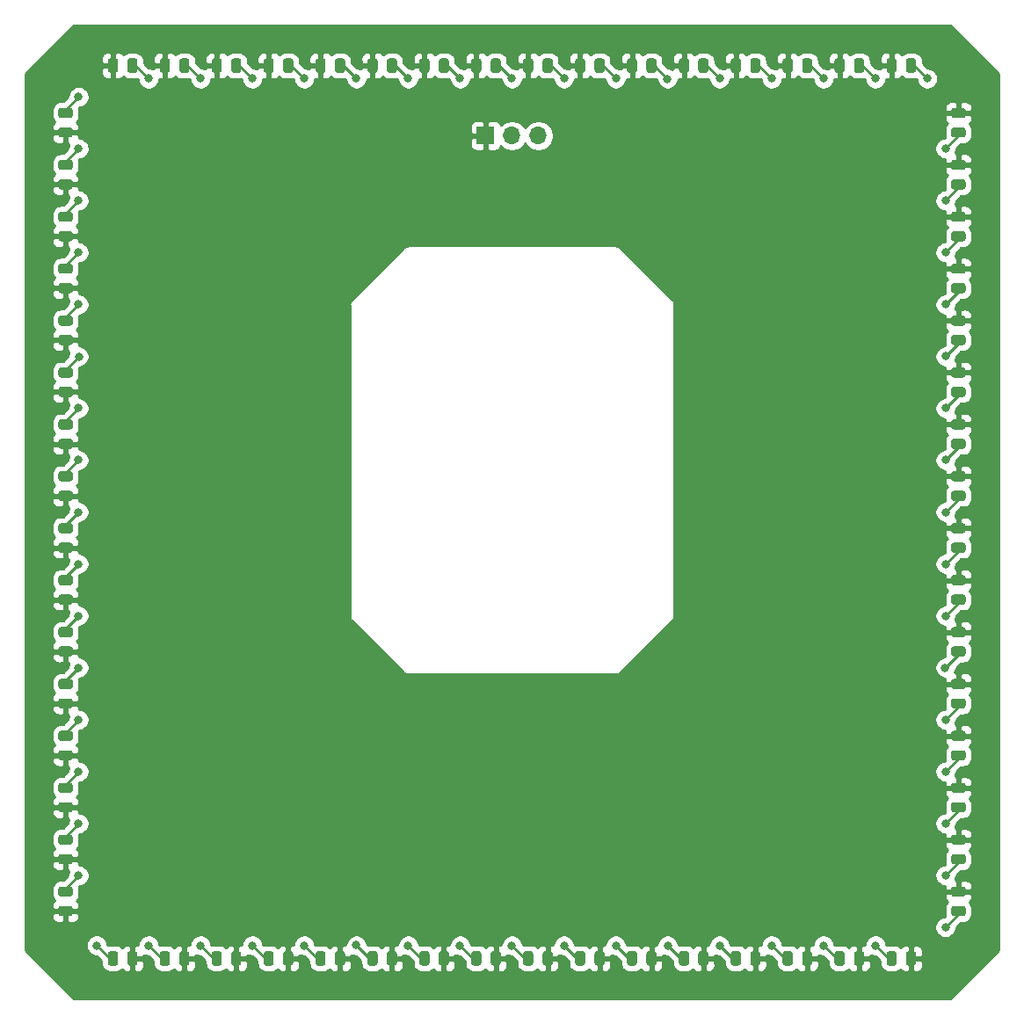
<source format=gbr>
G04 #@! TF.GenerationSoftware,KiCad,Pcbnew,(5.1.6)-1*
G04 #@! TF.CreationDate,2020-12-31T12:37:09+01:00*
G04 #@! TF.ProjectId,XY_LED,58595f4c-4544-42e6-9b69-6361645f7063,rev?*
G04 #@! TF.SameCoordinates,Original*
G04 #@! TF.FileFunction,Copper,L2,Bot*
G04 #@! TF.FilePolarity,Positive*
%FSLAX46Y46*%
G04 Gerber Fmt 4.6, Leading zero omitted, Abs format (unit mm)*
G04 Created by KiCad (PCBNEW (5.1.6)-1) date 2020-12-31 12:37:09*
%MOMM*%
%LPD*%
G01*
G04 APERTURE LIST*
G04 #@! TA.AperFunction,ComponentPad*
%ADD10O,1.700000X1.700000*%
G04 #@! TD*
G04 #@! TA.AperFunction,ComponentPad*
%ADD11R,1.700000X1.700000*%
G04 #@! TD*
G04 #@! TA.AperFunction,ViaPad*
%ADD12C,0.800000*%
G04 #@! TD*
G04 #@! TA.AperFunction,Conductor*
%ADD13C,0.250000*%
G04 #@! TD*
G04 #@! TA.AperFunction,Conductor*
%ADD14C,0.254000*%
G04 #@! TD*
G04 APERTURE END LIST*
D10*
X102540000Y-63750000D03*
X100000000Y-63750000D03*
D11*
X97460000Y-63750000D03*
G04 #@! TA.AperFunction,SMDPad,CuDef*
G36*
G01*
X56543750Y-62950000D02*
X57456250Y-62950000D01*
G75*
G02*
X57700000Y-63193750I0J-243750D01*
G01*
X57700000Y-63681250D01*
G75*
G02*
X57456250Y-63925000I-243750J0D01*
G01*
X56543750Y-63925000D01*
G75*
G02*
X56300000Y-63681250I0J243750D01*
G01*
X56300000Y-63193750D01*
G75*
G02*
X56543750Y-62950000I243750J0D01*
G01*
G37*
G04 #@! TD.AperFunction*
G04 #@! TA.AperFunction,SMDPad,CuDef*
G36*
G01*
X56543750Y-61075000D02*
X57456250Y-61075000D01*
G75*
G02*
X57700000Y-61318750I0J-243750D01*
G01*
X57700000Y-61806250D01*
G75*
G02*
X57456250Y-62050000I-243750J0D01*
G01*
X56543750Y-62050000D01*
G75*
G02*
X56300000Y-61806250I0J243750D01*
G01*
X56300000Y-61318750D01*
G75*
G02*
X56543750Y-61075000I243750J0D01*
G01*
G37*
G04 #@! TD.AperFunction*
G04 #@! TA.AperFunction,SMDPad,CuDef*
G36*
G01*
X56543750Y-67950000D02*
X57456250Y-67950000D01*
G75*
G02*
X57700000Y-68193750I0J-243750D01*
G01*
X57700000Y-68681250D01*
G75*
G02*
X57456250Y-68925000I-243750J0D01*
G01*
X56543750Y-68925000D01*
G75*
G02*
X56300000Y-68681250I0J243750D01*
G01*
X56300000Y-68193750D01*
G75*
G02*
X56543750Y-67950000I243750J0D01*
G01*
G37*
G04 #@! TD.AperFunction*
G04 #@! TA.AperFunction,SMDPad,CuDef*
G36*
G01*
X56543750Y-66075000D02*
X57456250Y-66075000D01*
G75*
G02*
X57700000Y-66318750I0J-243750D01*
G01*
X57700000Y-66806250D01*
G75*
G02*
X57456250Y-67050000I-243750J0D01*
G01*
X56543750Y-67050000D01*
G75*
G02*
X56300000Y-66806250I0J243750D01*
G01*
X56300000Y-66318750D01*
G75*
G02*
X56543750Y-66075000I243750J0D01*
G01*
G37*
G04 #@! TD.AperFunction*
G04 #@! TA.AperFunction,SMDPad,CuDef*
G36*
G01*
X56543750Y-72950000D02*
X57456250Y-72950000D01*
G75*
G02*
X57700000Y-73193750I0J-243750D01*
G01*
X57700000Y-73681250D01*
G75*
G02*
X57456250Y-73925000I-243750J0D01*
G01*
X56543750Y-73925000D01*
G75*
G02*
X56300000Y-73681250I0J243750D01*
G01*
X56300000Y-73193750D01*
G75*
G02*
X56543750Y-72950000I243750J0D01*
G01*
G37*
G04 #@! TD.AperFunction*
G04 #@! TA.AperFunction,SMDPad,CuDef*
G36*
G01*
X56543750Y-71075000D02*
X57456250Y-71075000D01*
G75*
G02*
X57700000Y-71318750I0J-243750D01*
G01*
X57700000Y-71806250D01*
G75*
G02*
X57456250Y-72050000I-243750J0D01*
G01*
X56543750Y-72050000D01*
G75*
G02*
X56300000Y-71806250I0J243750D01*
G01*
X56300000Y-71318750D01*
G75*
G02*
X56543750Y-71075000I243750J0D01*
G01*
G37*
G04 #@! TD.AperFunction*
G04 #@! TA.AperFunction,SMDPad,CuDef*
G36*
G01*
X56543750Y-77950000D02*
X57456250Y-77950000D01*
G75*
G02*
X57700000Y-78193750I0J-243750D01*
G01*
X57700000Y-78681250D01*
G75*
G02*
X57456250Y-78925000I-243750J0D01*
G01*
X56543750Y-78925000D01*
G75*
G02*
X56300000Y-78681250I0J243750D01*
G01*
X56300000Y-78193750D01*
G75*
G02*
X56543750Y-77950000I243750J0D01*
G01*
G37*
G04 #@! TD.AperFunction*
G04 #@! TA.AperFunction,SMDPad,CuDef*
G36*
G01*
X56543750Y-76075000D02*
X57456250Y-76075000D01*
G75*
G02*
X57700000Y-76318750I0J-243750D01*
G01*
X57700000Y-76806250D01*
G75*
G02*
X57456250Y-77050000I-243750J0D01*
G01*
X56543750Y-77050000D01*
G75*
G02*
X56300000Y-76806250I0J243750D01*
G01*
X56300000Y-76318750D01*
G75*
G02*
X56543750Y-76075000I243750J0D01*
G01*
G37*
G04 #@! TD.AperFunction*
G04 #@! TA.AperFunction,SMDPad,CuDef*
G36*
G01*
X56543750Y-82950000D02*
X57456250Y-82950000D01*
G75*
G02*
X57700000Y-83193750I0J-243750D01*
G01*
X57700000Y-83681250D01*
G75*
G02*
X57456250Y-83925000I-243750J0D01*
G01*
X56543750Y-83925000D01*
G75*
G02*
X56300000Y-83681250I0J243750D01*
G01*
X56300000Y-83193750D01*
G75*
G02*
X56543750Y-82950000I243750J0D01*
G01*
G37*
G04 #@! TD.AperFunction*
G04 #@! TA.AperFunction,SMDPad,CuDef*
G36*
G01*
X56543750Y-81075000D02*
X57456250Y-81075000D01*
G75*
G02*
X57700000Y-81318750I0J-243750D01*
G01*
X57700000Y-81806250D01*
G75*
G02*
X57456250Y-82050000I-243750J0D01*
G01*
X56543750Y-82050000D01*
G75*
G02*
X56300000Y-81806250I0J243750D01*
G01*
X56300000Y-81318750D01*
G75*
G02*
X56543750Y-81075000I243750J0D01*
G01*
G37*
G04 #@! TD.AperFunction*
G04 #@! TA.AperFunction,SMDPad,CuDef*
G36*
G01*
X56543750Y-87950000D02*
X57456250Y-87950000D01*
G75*
G02*
X57700000Y-88193750I0J-243750D01*
G01*
X57700000Y-88681250D01*
G75*
G02*
X57456250Y-88925000I-243750J0D01*
G01*
X56543750Y-88925000D01*
G75*
G02*
X56300000Y-88681250I0J243750D01*
G01*
X56300000Y-88193750D01*
G75*
G02*
X56543750Y-87950000I243750J0D01*
G01*
G37*
G04 #@! TD.AperFunction*
G04 #@! TA.AperFunction,SMDPad,CuDef*
G36*
G01*
X56543750Y-86075000D02*
X57456250Y-86075000D01*
G75*
G02*
X57700000Y-86318750I0J-243750D01*
G01*
X57700000Y-86806250D01*
G75*
G02*
X57456250Y-87050000I-243750J0D01*
G01*
X56543750Y-87050000D01*
G75*
G02*
X56300000Y-86806250I0J243750D01*
G01*
X56300000Y-86318750D01*
G75*
G02*
X56543750Y-86075000I243750J0D01*
G01*
G37*
G04 #@! TD.AperFunction*
G04 #@! TA.AperFunction,SMDPad,CuDef*
G36*
G01*
X56543750Y-92950000D02*
X57456250Y-92950000D01*
G75*
G02*
X57700000Y-93193750I0J-243750D01*
G01*
X57700000Y-93681250D01*
G75*
G02*
X57456250Y-93925000I-243750J0D01*
G01*
X56543750Y-93925000D01*
G75*
G02*
X56300000Y-93681250I0J243750D01*
G01*
X56300000Y-93193750D01*
G75*
G02*
X56543750Y-92950000I243750J0D01*
G01*
G37*
G04 #@! TD.AperFunction*
G04 #@! TA.AperFunction,SMDPad,CuDef*
G36*
G01*
X56543750Y-91075000D02*
X57456250Y-91075000D01*
G75*
G02*
X57700000Y-91318750I0J-243750D01*
G01*
X57700000Y-91806250D01*
G75*
G02*
X57456250Y-92050000I-243750J0D01*
G01*
X56543750Y-92050000D01*
G75*
G02*
X56300000Y-91806250I0J243750D01*
G01*
X56300000Y-91318750D01*
G75*
G02*
X56543750Y-91075000I243750J0D01*
G01*
G37*
G04 #@! TD.AperFunction*
G04 #@! TA.AperFunction,SMDPad,CuDef*
G36*
G01*
X56543750Y-97950000D02*
X57456250Y-97950000D01*
G75*
G02*
X57700000Y-98193750I0J-243750D01*
G01*
X57700000Y-98681250D01*
G75*
G02*
X57456250Y-98925000I-243750J0D01*
G01*
X56543750Y-98925000D01*
G75*
G02*
X56300000Y-98681250I0J243750D01*
G01*
X56300000Y-98193750D01*
G75*
G02*
X56543750Y-97950000I243750J0D01*
G01*
G37*
G04 #@! TD.AperFunction*
G04 #@! TA.AperFunction,SMDPad,CuDef*
G36*
G01*
X56543750Y-96075000D02*
X57456250Y-96075000D01*
G75*
G02*
X57700000Y-96318750I0J-243750D01*
G01*
X57700000Y-96806250D01*
G75*
G02*
X57456250Y-97050000I-243750J0D01*
G01*
X56543750Y-97050000D01*
G75*
G02*
X56300000Y-96806250I0J243750D01*
G01*
X56300000Y-96318750D01*
G75*
G02*
X56543750Y-96075000I243750J0D01*
G01*
G37*
G04 #@! TD.AperFunction*
G04 #@! TA.AperFunction,SMDPad,CuDef*
G36*
G01*
X56543750Y-102950000D02*
X57456250Y-102950000D01*
G75*
G02*
X57700000Y-103193750I0J-243750D01*
G01*
X57700000Y-103681250D01*
G75*
G02*
X57456250Y-103925000I-243750J0D01*
G01*
X56543750Y-103925000D01*
G75*
G02*
X56300000Y-103681250I0J243750D01*
G01*
X56300000Y-103193750D01*
G75*
G02*
X56543750Y-102950000I243750J0D01*
G01*
G37*
G04 #@! TD.AperFunction*
G04 #@! TA.AperFunction,SMDPad,CuDef*
G36*
G01*
X56543750Y-101075000D02*
X57456250Y-101075000D01*
G75*
G02*
X57700000Y-101318750I0J-243750D01*
G01*
X57700000Y-101806250D01*
G75*
G02*
X57456250Y-102050000I-243750J0D01*
G01*
X56543750Y-102050000D01*
G75*
G02*
X56300000Y-101806250I0J243750D01*
G01*
X56300000Y-101318750D01*
G75*
G02*
X56543750Y-101075000I243750J0D01*
G01*
G37*
G04 #@! TD.AperFunction*
G04 #@! TA.AperFunction,SMDPad,CuDef*
G36*
G01*
X56543750Y-107950000D02*
X57456250Y-107950000D01*
G75*
G02*
X57700000Y-108193750I0J-243750D01*
G01*
X57700000Y-108681250D01*
G75*
G02*
X57456250Y-108925000I-243750J0D01*
G01*
X56543750Y-108925000D01*
G75*
G02*
X56300000Y-108681250I0J243750D01*
G01*
X56300000Y-108193750D01*
G75*
G02*
X56543750Y-107950000I243750J0D01*
G01*
G37*
G04 #@! TD.AperFunction*
G04 #@! TA.AperFunction,SMDPad,CuDef*
G36*
G01*
X56543750Y-106075000D02*
X57456250Y-106075000D01*
G75*
G02*
X57700000Y-106318750I0J-243750D01*
G01*
X57700000Y-106806250D01*
G75*
G02*
X57456250Y-107050000I-243750J0D01*
G01*
X56543750Y-107050000D01*
G75*
G02*
X56300000Y-106806250I0J243750D01*
G01*
X56300000Y-106318750D01*
G75*
G02*
X56543750Y-106075000I243750J0D01*
G01*
G37*
G04 #@! TD.AperFunction*
G04 #@! TA.AperFunction,SMDPad,CuDef*
G36*
G01*
X56543750Y-112950000D02*
X57456250Y-112950000D01*
G75*
G02*
X57700000Y-113193750I0J-243750D01*
G01*
X57700000Y-113681250D01*
G75*
G02*
X57456250Y-113925000I-243750J0D01*
G01*
X56543750Y-113925000D01*
G75*
G02*
X56300000Y-113681250I0J243750D01*
G01*
X56300000Y-113193750D01*
G75*
G02*
X56543750Y-112950000I243750J0D01*
G01*
G37*
G04 #@! TD.AperFunction*
G04 #@! TA.AperFunction,SMDPad,CuDef*
G36*
G01*
X56543750Y-111075000D02*
X57456250Y-111075000D01*
G75*
G02*
X57700000Y-111318750I0J-243750D01*
G01*
X57700000Y-111806250D01*
G75*
G02*
X57456250Y-112050000I-243750J0D01*
G01*
X56543750Y-112050000D01*
G75*
G02*
X56300000Y-111806250I0J243750D01*
G01*
X56300000Y-111318750D01*
G75*
G02*
X56543750Y-111075000I243750J0D01*
G01*
G37*
G04 #@! TD.AperFunction*
G04 #@! TA.AperFunction,SMDPad,CuDef*
G36*
G01*
X56543750Y-117950000D02*
X57456250Y-117950000D01*
G75*
G02*
X57700000Y-118193750I0J-243750D01*
G01*
X57700000Y-118681250D01*
G75*
G02*
X57456250Y-118925000I-243750J0D01*
G01*
X56543750Y-118925000D01*
G75*
G02*
X56300000Y-118681250I0J243750D01*
G01*
X56300000Y-118193750D01*
G75*
G02*
X56543750Y-117950000I243750J0D01*
G01*
G37*
G04 #@! TD.AperFunction*
G04 #@! TA.AperFunction,SMDPad,CuDef*
G36*
G01*
X56543750Y-116075000D02*
X57456250Y-116075000D01*
G75*
G02*
X57700000Y-116318750I0J-243750D01*
G01*
X57700000Y-116806250D01*
G75*
G02*
X57456250Y-117050000I-243750J0D01*
G01*
X56543750Y-117050000D01*
G75*
G02*
X56300000Y-116806250I0J243750D01*
G01*
X56300000Y-116318750D01*
G75*
G02*
X56543750Y-116075000I243750J0D01*
G01*
G37*
G04 #@! TD.AperFunction*
G04 #@! TA.AperFunction,SMDPad,CuDef*
G36*
G01*
X56543750Y-122950000D02*
X57456250Y-122950000D01*
G75*
G02*
X57700000Y-123193750I0J-243750D01*
G01*
X57700000Y-123681250D01*
G75*
G02*
X57456250Y-123925000I-243750J0D01*
G01*
X56543750Y-123925000D01*
G75*
G02*
X56300000Y-123681250I0J243750D01*
G01*
X56300000Y-123193750D01*
G75*
G02*
X56543750Y-122950000I243750J0D01*
G01*
G37*
G04 #@! TD.AperFunction*
G04 #@! TA.AperFunction,SMDPad,CuDef*
G36*
G01*
X56543750Y-121075000D02*
X57456250Y-121075000D01*
G75*
G02*
X57700000Y-121318750I0J-243750D01*
G01*
X57700000Y-121806250D01*
G75*
G02*
X57456250Y-122050000I-243750J0D01*
G01*
X56543750Y-122050000D01*
G75*
G02*
X56300000Y-121806250I0J243750D01*
G01*
X56300000Y-121318750D01*
G75*
G02*
X56543750Y-121075000I243750J0D01*
G01*
G37*
G04 #@! TD.AperFunction*
G04 #@! TA.AperFunction,SMDPad,CuDef*
G36*
G01*
X56543750Y-127950000D02*
X57456250Y-127950000D01*
G75*
G02*
X57700000Y-128193750I0J-243750D01*
G01*
X57700000Y-128681250D01*
G75*
G02*
X57456250Y-128925000I-243750J0D01*
G01*
X56543750Y-128925000D01*
G75*
G02*
X56300000Y-128681250I0J243750D01*
G01*
X56300000Y-128193750D01*
G75*
G02*
X56543750Y-127950000I243750J0D01*
G01*
G37*
G04 #@! TD.AperFunction*
G04 #@! TA.AperFunction,SMDPad,CuDef*
G36*
G01*
X56543750Y-126075000D02*
X57456250Y-126075000D01*
G75*
G02*
X57700000Y-126318750I0J-243750D01*
G01*
X57700000Y-126806250D01*
G75*
G02*
X57456250Y-127050000I-243750J0D01*
G01*
X56543750Y-127050000D01*
G75*
G02*
X56300000Y-126806250I0J243750D01*
G01*
X56300000Y-126318750D01*
G75*
G02*
X56543750Y-126075000I243750J0D01*
G01*
G37*
G04 #@! TD.AperFunction*
G04 #@! TA.AperFunction,SMDPad,CuDef*
G36*
G01*
X56543750Y-132950000D02*
X57456250Y-132950000D01*
G75*
G02*
X57700000Y-133193750I0J-243750D01*
G01*
X57700000Y-133681250D01*
G75*
G02*
X57456250Y-133925000I-243750J0D01*
G01*
X56543750Y-133925000D01*
G75*
G02*
X56300000Y-133681250I0J243750D01*
G01*
X56300000Y-133193750D01*
G75*
G02*
X56543750Y-132950000I243750J0D01*
G01*
G37*
G04 #@! TD.AperFunction*
G04 #@! TA.AperFunction,SMDPad,CuDef*
G36*
G01*
X56543750Y-131075000D02*
X57456250Y-131075000D01*
G75*
G02*
X57700000Y-131318750I0J-243750D01*
G01*
X57700000Y-131806250D01*
G75*
G02*
X57456250Y-132050000I-243750J0D01*
G01*
X56543750Y-132050000D01*
G75*
G02*
X56300000Y-131806250I0J243750D01*
G01*
X56300000Y-131318750D01*
G75*
G02*
X56543750Y-131075000I243750J0D01*
G01*
G37*
G04 #@! TD.AperFunction*
G04 #@! TA.AperFunction,SMDPad,CuDef*
G36*
G01*
X56543750Y-137950000D02*
X57456250Y-137950000D01*
G75*
G02*
X57700000Y-138193750I0J-243750D01*
G01*
X57700000Y-138681250D01*
G75*
G02*
X57456250Y-138925000I-243750J0D01*
G01*
X56543750Y-138925000D01*
G75*
G02*
X56300000Y-138681250I0J243750D01*
G01*
X56300000Y-138193750D01*
G75*
G02*
X56543750Y-137950000I243750J0D01*
G01*
G37*
G04 #@! TD.AperFunction*
G04 #@! TA.AperFunction,SMDPad,CuDef*
G36*
G01*
X56543750Y-136075000D02*
X57456250Y-136075000D01*
G75*
G02*
X57700000Y-136318750I0J-243750D01*
G01*
X57700000Y-136806250D01*
G75*
G02*
X57456250Y-137050000I-243750J0D01*
G01*
X56543750Y-137050000D01*
G75*
G02*
X56300000Y-136806250I0J243750D01*
G01*
X56300000Y-136318750D01*
G75*
G02*
X56543750Y-136075000I243750J0D01*
G01*
G37*
G04 #@! TD.AperFunction*
G04 #@! TA.AperFunction,SMDPad,CuDef*
G36*
G01*
X62950000Y-143456250D02*
X62950000Y-142543750D01*
G75*
G02*
X63193750Y-142300000I243750J0D01*
G01*
X63681250Y-142300000D01*
G75*
G02*
X63925000Y-142543750I0J-243750D01*
G01*
X63925000Y-143456250D01*
G75*
G02*
X63681250Y-143700000I-243750J0D01*
G01*
X63193750Y-143700000D01*
G75*
G02*
X62950000Y-143456250I0J243750D01*
G01*
G37*
G04 #@! TD.AperFunction*
G04 #@! TA.AperFunction,SMDPad,CuDef*
G36*
G01*
X61075000Y-143456250D02*
X61075000Y-142543750D01*
G75*
G02*
X61318750Y-142300000I243750J0D01*
G01*
X61806250Y-142300000D01*
G75*
G02*
X62050000Y-142543750I0J-243750D01*
G01*
X62050000Y-143456250D01*
G75*
G02*
X61806250Y-143700000I-243750J0D01*
G01*
X61318750Y-143700000D01*
G75*
G02*
X61075000Y-143456250I0J243750D01*
G01*
G37*
G04 #@! TD.AperFunction*
G04 #@! TA.AperFunction,SMDPad,CuDef*
G36*
G01*
X67950000Y-143456250D02*
X67950000Y-142543750D01*
G75*
G02*
X68193750Y-142300000I243750J0D01*
G01*
X68681250Y-142300000D01*
G75*
G02*
X68925000Y-142543750I0J-243750D01*
G01*
X68925000Y-143456250D01*
G75*
G02*
X68681250Y-143700000I-243750J0D01*
G01*
X68193750Y-143700000D01*
G75*
G02*
X67950000Y-143456250I0J243750D01*
G01*
G37*
G04 #@! TD.AperFunction*
G04 #@! TA.AperFunction,SMDPad,CuDef*
G36*
G01*
X66075000Y-143456250D02*
X66075000Y-142543750D01*
G75*
G02*
X66318750Y-142300000I243750J0D01*
G01*
X66806250Y-142300000D01*
G75*
G02*
X67050000Y-142543750I0J-243750D01*
G01*
X67050000Y-143456250D01*
G75*
G02*
X66806250Y-143700000I-243750J0D01*
G01*
X66318750Y-143700000D01*
G75*
G02*
X66075000Y-143456250I0J243750D01*
G01*
G37*
G04 #@! TD.AperFunction*
G04 #@! TA.AperFunction,SMDPad,CuDef*
G36*
G01*
X72950000Y-143456250D02*
X72950000Y-142543750D01*
G75*
G02*
X73193750Y-142300000I243750J0D01*
G01*
X73681250Y-142300000D01*
G75*
G02*
X73925000Y-142543750I0J-243750D01*
G01*
X73925000Y-143456250D01*
G75*
G02*
X73681250Y-143700000I-243750J0D01*
G01*
X73193750Y-143700000D01*
G75*
G02*
X72950000Y-143456250I0J243750D01*
G01*
G37*
G04 #@! TD.AperFunction*
G04 #@! TA.AperFunction,SMDPad,CuDef*
G36*
G01*
X71075000Y-143456250D02*
X71075000Y-142543750D01*
G75*
G02*
X71318750Y-142300000I243750J0D01*
G01*
X71806250Y-142300000D01*
G75*
G02*
X72050000Y-142543750I0J-243750D01*
G01*
X72050000Y-143456250D01*
G75*
G02*
X71806250Y-143700000I-243750J0D01*
G01*
X71318750Y-143700000D01*
G75*
G02*
X71075000Y-143456250I0J243750D01*
G01*
G37*
G04 #@! TD.AperFunction*
G04 #@! TA.AperFunction,SMDPad,CuDef*
G36*
G01*
X77950000Y-143456250D02*
X77950000Y-142543750D01*
G75*
G02*
X78193750Y-142300000I243750J0D01*
G01*
X78681250Y-142300000D01*
G75*
G02*
X78925000Y-142543750I0J-243750D01*
G01*
X78925000Y-143456250D01*
G75*
G02*
X78681250Y-143700000I-243750J0D01*
G01*
X78193750Y-143700000D01*
G75*
G02*
X77950000Y-143456250I0J243750D01*
G01*
G37*
G04 #@! TD.AperFunction*
G04 #@! TA.AperFunction,SMDPad,CuDef*
G36*
G01*
X76075000Y-143456250D02*
X76075000Y-142543750D01*
G75*
G02*
X76318750Y-142300000I243750J0D01*
G01*
X76806250Y-142300000D01*
G75*
G02*
X77050000Y-142543750I0J-243750D01*
G01*
X77050000Y-143456250D01*
G75*
G02*
X76806250Y-143700000I-243750J0D01*
G01*
X76318750Y-143700000D01*
G75*
G02*
X76075000Y-143456250I0J243750D01*
G01*
G37*
G04 #@! TD.AperFunction*
G04 #@! TA.AperFunction,SMDPad,CuDef*
G36*
G01*
X82950000Y-143456250D02*
X82950000Y-142543750D01*
G75*
G02*
X83193750Y-142300000I243750J0D01*
G01*
X83681250Y-142300000D01*
G75*
G02*
X83925000Y-142543750I0J-243750D01*
G01*
X83925000Y-143456250D01*
G75*
G02*
X83681250Y-143700000I-243750J0D01*
G01*
X83193750Y-143700000D01*
G75*
G02*
X82950000Y-143456250I0J243750D01*
G01*
G37*
G04 #@! TD.AperFunction*
G04 #@! TA.AperFunction,SMDPad,CuDef*
G36*
G01*
X81075000Y-143456250D02*
X81075000Y-142543750D01*
G75*
G02*
X81318750Y-142300000I243750J0D01*
G01*
X81806250Y-142300000D01*
G75*
G02*
X82050000Y-142543750I0J-243750D01*
G01*
X82050000Y-143456250D01*
G75*
G02*
X81806250Y-143700000I-243750J0D01*
G01*
X81318750Y-143700000D01*
G75*
G02*
X81075000Y-143456250I0J243750D01*
G01*
G37*
G04 #@! TD.AperFunction*
G04 #@! TA.AperFunction,SMDPad,CuDef*
G36*
G01*
X87950000Y-143456250D02*
X87950000Y-142543750D01*
G75*
G02*
X88193750Y-142300000I243750J0D01*
G01*
X88681250Y-142300000D01*
G75*
G02*
X88925000Y-142543750I0J-243750D01*
G01*
X88925000Y-143456250D01*
G75*
G02*
X88681250Y-143700000I-243750J0D01*
G01*
X88193750Y-143700000D01*
G75*
G02*
X87950000Y-143456250I0J243750D01*
G01*
G37*
G04 #@! TD.AperFunction*
G04 #@! TA.AperFunction,SMDPad,CuDef*
G36*
G01*
X86075000Y-143456250D02*
X86075000Y-142543750D01*
G75*
G02*
X86318750Y-142300000I243750J0D01*
G01*
X86806250Y-142300000D01*
G75*
G02*
X87050000Y-142543750I0J-243750D01*
G01*
X87050000Y-143456250D01*
G75*
G02*
X86806250Y-143700000I-243750J0D01*
G01*
X86318750Y-143700000D01*
G75*
G02*
X86075000Y-143456250I0J243750D01*
G01*
G37*
G04 #@! TD.AperFunction*
G04 #@! TA.AperFunction,SMDPad,CuDef*
G36*
G01*
X92950000Y-143456250D02*
X92950000Y-142543750D01*
G75*
G02*
X93193750Y-142300000I243750J0D01*
G01*
X93681250Y-142300000D01*
G75*
G02*
X93925000Y-142543750I0J-243750D01*
G01*
X93925000Y-143456250D01*
G75*
G02*
X93681250Y-143700000I-243750J0D01*
G01*
X93193750Y-143700000D01*
G75*
G02*
X92950000Y-143456250I0J243750D01*
G01*
G37*
G04 #@! TD.AperFunction*
G04 #@! TA.AperFunction,SMDPad,CuDef*
G36*
G01*
X91075000Y-143456250D02*
X91075000Y-142543750D01*
G75*
G02*
X91318750Y-142300000I243750J0D01*
G01*
X91806250Y-142300000D01*
G75*
G02*
X92050000Y-142543750I0J-243750D01*
G01*
X92050000Y-143456250D01*
G75*
G02*
X91806250Y-143700000I-243750J0D01*
G01*
X91318750Y-143700000D01*
G75*
G02*
X91075000Y-143456250I0J243750D01*
G01*
G37*
G04 #@! TD.AperFunction*
G04 #@! TA.AperFunction,SMDPad,CuDef*
G36*
G01*
X97950000Y-143456250D02*
X97950000Y-142543750D01*
G75*
G02*
X98193750Y-142300000I243750J0D01*
G01*
X98681250Y-142300000D01*
G75*
G02*
X98925000Y-142543750I0J-243750D01*
G01*
X98925000Y-143456250D01*
G75*
G02*
X98681250Y-143700000I-243750J0D01*
G01*
X98193750Y-143700000D01*
G75*
G02*
X97950000Y-143456250I0J243750D01*
G01*
G37*
G04 #@! TD.AperFunction*
G04 #@! TA.AperFunction,SMDPad,CuDef*
G36*
G01*
X96075000Y-143456250D02*
X96075000Y-142543750D01*
G75*
G02*
X96318750Y-142300000I243750J0D01*
G01*
X96806250Y-142300000D01*
G75*
G02*
X97050000Y-142543750I0J-243750D01*
G01*
X97050000Y-143456250D01*
G75*
G02*
X96806250Y-143700000I-243750J0D01*
G01*
X96318750Y-143700000D01*
G75*
G02*
X96075000Y-143456250I0J243750D01*
G01*
G37*
G04 #@! TD.AperFunction*
G04 #@! TA.AperFunction,SMDPad,CuDef*
G36*
G01*
X102950000Y-143456250D02*
X102950000Y-142543750D01*
G75*
G02*
X103193750Y-142300000I243750J0D01*
G01*
X103681250Y-142300000D01*
G75*
G02*
X103925000Y-142543750I0J-243750D01*
G01*
X103925000Y-143456250D01*
G75*
G02*
X103681250Y-143700000I-243750J0D01*
G01*
X103193750Y-143700000D01*
G75*
G02*
X102950000Y-143456250I0J243750D01*
G01*
G37*
G04 #@! TD.AperFunction*
G04 #@! TA.AperFunction,SMDPad,CuDef*
G36*
G01*
X101075000Y-143456250D02*
X101075000Y-142543750D01*
G75*
G02*
X101318750Y-142300000I243750J0D01*
G01*
X101806250Y-142300000D01*
G75*
G02*
X102050000Y-142543750I0J-243750D01*
G01*
X102050000Y-143456250D01*
G75*
G02*
X101806250Y-143700000I-243750J0D01*
G01*
X101318750Y-143700000D01*
G75*
G02*
X101075000Y-143456250I0J243750D01*
G01*
G37*
G04 #@! TD.AperFunction*
G04 #@! TA.AperFunction,SMDPad,CuDef*
G36*
G01*
X107950000Y-143456250D02*
X107950000Y-142543750D01*
G75*
G02*
X108193750Y-142300000I243750J0D01*
G01*
X108681250Y-142300000D01*
G75*
G02*
X108925000Y-142543750I0J-243750D01*
G01*
X108925000Y-143456250D01*
G75*
G02*
X108681250Y-143700000I-243750J0D01*
G01*
X108193750Y-143700000D01*
G75*
G02*
X107950000Y-143456250I0J243750D01*
G01*
G37*
G04 #@! TD.AperFunction*
G04 #@! TA.AperFunction,SMDPad,CuDef*
G36*
G01*
X106075000Y-143456250D02*
X106075000Y-142543750D01*
G75*
G02*
X106318750Y-142300000I243750J0D01*
G01*
X106806250Y-142300000D01*
G75*
G02*
X107050000Y-142543750I0J-243750D01*
G01*
X107050000Y-143456250D01*
G75*
G02*
X106806250Y-143700000I-243750J0D01*
G01*
X106318750Y-143700000D01*
G75*
G02*
X106075000Y-143456250I0J243750D01*
G01*
G37*
G04 #@! TD.AperFunction*
G04 #@! TA.AperFunction,SMDPad,CuDef*
G36*
G01*
X112950000Y-143456250D02*
X112950000Y-142543750D01*
G75*
G02*
X113193750Y-142300000I243750J0D01*
G01*
X113681250Y-142300000D01*
G75*
G02*
X113925000Y-142543750I0J-243750D01*
G01*
X113925000Y-143456250D01*
G75*
G02*
X113681250Y-143700000I-243750J0D01*
G01*
X113193750Y-143700000D01*
G75*
G02*
X112950000Y-143456250I0J243750D01*
G01*
G37*
G04 #@! TD.AperFunction*
G04 #@! TA.AperFunction,SMDPad,CuDef*
G36*
G01*
X111075000Y-143456250D02*
X111075000Y-142543750D01*
G75*
G02*
X111318750Y-142300000I243750J0D01*
G01*
X111806250Y-142300000D01*
G75*
G02*
X112050000Y-142543750I0J-243750D01*
G01*
X112050000Y-143456250D01*
G75*
G02*
X111806250Y-143700000I-243750J0D01*
G01*
X111318750Y-143700000D01*
G75*
G02*
X111075000Y-143456250I0J243750D01*
G01*
G37*
G04 #@! TD.AperFunction*
G04 #@! TA.AperFunction,SMDPad,CuDef*
G36*
G01*
X117950000Y-143456250D02*
X117950000Y-142543750D01*
G75*
G02*
X118193750Y-142300000I243750J0D01*
G01*
X118681250Y-142300000D01*
G75*
G02*
X118925000Y-142543750I0J-243750D01*
G01*
X118925000Y-143456250D01*
G75*
G02*
X118681250Y-143700000I-243750J0D01*
G01*
X118193750Y-143700000D01*
G75*
G02*
X117950000Y-143456250I0J243750D01*
G01*
G37*
G04 #@! TD.AperFunction*
G04 #@! TA.AperFunction,SMDPad,CuDef*
G36*
G01*
X116075000Y-143456250D02*
X116075000Y-142543750D01*
G75*
G02*
X116318750Y-142300000I243750J0D01*
G01*
X116806250Y-142300000D01*
G75*
G02*
X117050000Y-142543750I0J-243750D01*
G01*
X117050000Y-143456250D01*
G75*
G02*
X116806250Y-143700000I-243750J0D01*
G01*
X116318750Y-143700000D01*
G75*
G02*
X116075000Y-143456250I0J243750D01*
G01*
G37*
G04 #@! TD.AperFunction*
G04 #@! TA.AperFunction,SMDPad,CuDef*
G36*
G01*
X122950000Y-143456250D02*
X122950000Y-142543750D01*
G75*
G02*
X123193750Y-142300000I243750J0D01*
G01*
X123681250Y-142300000D01*
G75*
G02*
X123925000Y-142543750I0J-243750D01*
G01*
X123925000Y-143456250D01*
G75*
G02*
X123681250Y-143700000I-243750J0D01*
G01*
X123193750Y-143700000D01*
G75*
G02*
X122950000Y-143456250I0J243750D01*
G01*
G37*
G04 #@! TD.AperFunction*
G04 #@! TA.AperFunction,SMDPad,CuDef*
G36*
G01*
X121075000Y-143456250D02*
X121075000Y-142543750D01*
G75*
G02*
X121318750Y-142300000I243750J0D01*
G01*
X121806250Y-142300000D01*
G75*
G02*
X122050000Y-142543750I0J-243750D01*
G01*
X122050000Y-143456250D01*
G75*
G02*
X121806250Y-143700000I-243750J0D01*
G01*
X121318750Y-143700000D01*
G75*
G02*
X121075000Y-143456250I0J243750D01*
G01*
G37*
G04 #@! TD.AperFunction*
G04 #@! TA.AperFunction,SMDPad,CuDef*
G36*
G01*
X127950000Y-143456250D02*
X127950000Y-142543750D01*
G75*
G02*
X128193750Y-142300000I243750J0D01*
G01*
X128681250Y-142300000D01*
G75*
G02*
X128925000Y-142543750I0J-243750D01*
G01*
X128925000Y-143456250D01*
G75*
G02*
X128681250Y-143700000I-243750J0D01*
G01*
X128193750Y-143700000D01*
G75*
G02*
X127950000Y-143456250I0J243750D01*
G01*
G37*
G04 #@! TD.AperFunction*
G04 #@! TA.AperFunction,SMDPad,CuDef*
G36*
G01*
X126075000Y-143456250D02*
X126075000Y-142543750D01*
G75*
G02*
X126318750Y-142300000I243750J0D01*
G01*
X126806250Y-142300000D01*
G75*
G02*
X127050000Y-142543750I0J-243750D01*
G01*
X127050000Y-143456250D01*
G75*
G02*
X126806250Y-143700000I-243750J0D01*
G01*
X126318750Y-143700000D01*
G75*
G02*
X126075000Y-143456250I0J243750D01*
G01*
G37*
G04 #@! TD.AperFunction*
G04 #@! TA.AperFunction,SMDPad,CuDef*
G36*
G01*
X132950000Y-143456250D02*
X132950000Y-142543750D01*
G75*
G02*
X133193750Y-142300000I243750J0D01*
G01*
X133681250Y-142300000D01*
G75*
G02*
X133925000Y-142543750I0J-243750D01*
G01*
X133925000Y-143456250D01*
G75*
G02*
X133681250Y-143700000I-243750J0D01*
G01*
X133193750Y-143700000D01*
G75*
G02*
X132950000Y-143456250I0J243750D01*
G01*
G37*
G04 #@! TD.AperFunction*
G04 #@! TA.AperFunction,SMDPad,CuDef*
G36*
G01*
X131075000Y-143456250D02*
X131075000Y-142543750D01*
G75*
G02*
X131318750Y-142300000I243750J0D01*
G01*
X131806250Y-142300000D01*
G75*
G02*
X132050000Y-142543750I0J-243750D01*
G01*
X132050000Y-143456250D01*
G75*
G02*
X131806250Y-143700000I-243750J0D01*
G01*
X131318750Y-143700000D01*
G75*
G02*
X131075000Y-143456250I0J243750D01*
G01*
G37*
G04 #@! TD.AperFunction*
G04 #@! TA.AperFunction,SMDPad,CuDef*
G36*
G01*
X137950000Y-143456250D02*
X137950000Y-142543750D01*
G75*
G02*
X138193750Y-142300000I243750J0D01*
G01*
X138681250Y-142300000D01*
G75*
G02*
X138925000Y-142543750I0J-243750D01*
G01*
X138925000Y-143456250D01*
G75*
G02*
X138681250Y-143700000I-243750J0D01*
G01*
X138193750Y-143700000D01*
G75*
G02*
X137950000Y-143456250I0J243750D01*
G01*
G37*
G04 #@! TD.AperFunction*
G04 #@! TA.AperFunction,SMDPad,CuDef*
G36*
G01*
X136075000Y-143456250D02*
X136075000Y-142543750D01*
G75*
G02*
X136318750Y-142300000I243750J0D01*
G01*
X136806250Y-142300000D01*
G75*
G02*
X137050000Y-142543750I0J-243750D01*
G01*
X137050000Y-143456250D01*
G75*
G02*
X136806250Y-143700000I-243750J0D01*
G01*
X136318750Y-143700000D01*
G75*
G02*
X136075000Y-143456250I0J243750D01*
G01*
G37*
G04 #@! TD.AperFunction*
G04 #@! TA.AperFunction,SMDPad,CuDef*
G36*
G01*
X143456250Y-137050000D02*
X142543750Y-137050000D01*
G75*
G02*
X142300000Y-136806250I0J243750D01*
G01*
X142300000Y-136318750D01*
G75*
G02*
X142543750Y-136075000I243750J0D01*
G01*
X143456250Y-136075000D01*
G75*
G02*
X143700000Y-136318750I0J-243750D01*
G01*
X143700000Y-136806250D01*
G75*
G02*
X143456250Y-137050000I-243750J0D01*
G01*
G37*
G04 #@! TD.AperFunction*
G04 #@! TA.AperFunction,SMDPad,CuDef*
G36*
G01*
X143456250Y-138925000D02*
X142543750Y-138925000D01*
G75*
G02*
X142300000Y-138681250I0J243750D01*
G01*
X142300000Y-138193750D01*
G75*
G02*
X142543750Y-137950000I243750J0D01*
G01*
X143456250Y-137950000D01*
G75*
G02*
X143700000Y-138193750I0J-243750D01*
G01*
X143700000Y-138681250D01*
G75*
G02*
X143456250Y-138925000I-243750J0D01*
G01*
G37*
G04 #@! TD.AperFunction*
G04 #@! TA.AperFunction,SMDPad,CuDef*
G36*
G01*
X143456250Y-132050000D02*
X142543750Y-132050000D01*
G75*
G02*
X142300000Y-131806250I0J243750D01*
G01*
X142300000Y-131318750D01*
G75*
G02*
X142543750Y-131075000I243750J0D01*
G01*
X143456250Y-131075000D01*
G75*
G02*
X143700000Y-131318750I0J-243750D01*
G01*
X143700000Y-131806250D01*
G75*
G02*
X143456250Y-132050000I-243750J0D01*
G01*
G37*
G04 #@! TD.AperFunction*
G04 #@! TA.AperFunction,SMDPad,CuDef*
G36*
G01*
X143456250Y-133925000D02*
X142543750Y-133925000D01*
G75*
G02*
X142300000Y-133681250I0J243750D01*
G01*
X142300000Y-133193750D01*
G75*
G02*
X142543750Y-132950000I243750J0D01*
G01*
X143456250Y-132950000D01*
G75*
G02*
X143700000Y-133193750I0J-243750D01*
G01*
X143700000Y-133681250D01*
G75*
G02*
X143456250Y-133925000I-243750J0D01*
G01*
G37*
G04 #@! TD.AperFunction*
G04 #@! TA.AperFunction,SMDPad,CuDef*
G36*
G01*
X143456250Y-127050000D02*
X142543750Y-127050000D01*
G75*
G02*
X142300000Y-126806250I0J243750D01*
G01*
X142300000Y-126318750D01*
G75*
G02*
X142543750Y-126075000I243750J0D01*
G01*
X143456250Y-126075000D01*
G75*
G02*
X143700000Y-126318750I0J-243750D01*
G01*
X143700000Y-126806250D01*
G75*
G02*
X143456250Y-127050000I-243750J0D01*
G01*
G37*
G04 #@! TD.AperFunction*
G04 #@! TA.AperFunction,SMDPad,CuDef*
G36*
G01*
X143456250Y-128925000D02*
X142543750Y-128925000D01*
G75*
G02*
X142300000Y-128681250I0J243750D01*
G01*
X142300000Y-128193750D01*
G75*
G02*
X142543750Y-127950000I243750J0D01*
G01*
X143456250Y-127950000D01*
G75*
G02*
X143700000Y-128193750I0J-243750D01*
G01*
X143700000Y-128681250D01*
G75*
G02*
X143456250Y-128925000I-243750J0D01*
G01*
G37*
G04 #@! TD.AperFunction*
G04 #@! TA.AperFunction,SMDPad,CuDef*
G36*
G01*
X143456250Y-122050000D02*
X142543750Y-122050000D01*
G75*
G02*
X142300000Y-121806250I0J243750D01*
G01*
X142300000Y-121318750D01*
G75*
G02*
X142543750Y-121075000I243750J0D01*
G01*
X143456250Y-121075000D01*
G75*
G02*
X143700000Y-121318750I0J-243750D01*
G01*
X143700000Y-121806250D01*
G75*
G02*
X143456250Y-122050000I-243750J0D01*
G01*
G37*
G04 #@! TD.AperFunction*
G04 #@! TA.AperFunction,SMDPad,CuDef*
G36*
G01*
X143456250Y-123925000D02*
X142543750Y-123925000D01*
G75*
G02*
X142300000Y-123681250I0J243750D01*
G01*
X142300000Y-123193750D01*
G75*
G02*
X142543750Y-122950000I243750J0D01*
G01*
X143456250Y-122950000D01*
G75*
G02*
X143700000Y-123193750I0J-243750D01*
G01*
X143700000Y-123681250D01*
G75*
G02*
X143456250Y-123925000I-243750J0D01*
G01*
G37*
G04 #@! TD.AperFunction*
G04 #@! TA.AperFunction,SMDPad,CuDef*
G36*
G01*
X143456250Y-117050000D02*
X142543750Y-117050000D01*
G75*
G02*
X142300000Y-116806250I0J243750D01*
G01*
X142300000Y-116318750D01*
G75*
G02*
X142543750Y-116075000I243750J0D01*
G01*
X143456250Y-116075000D01*
G75*
G02*
X143700000Y-116318750I0J-243750D01*
G01*
X143700000Y-116806250D01*
G75*
G02*
X143456250Y-117050000I-243750J0D01*
G01*
G37*
G04 #@! TD.AperFunction*
G04 #@! TA.AperFunction,SMDPad,CuDef*
G36*
G01*
X143456250Y-118925000D02*
X142543750Y-118925000D01*
G75*
G02*
X142300000Y-118681250I0J243750D01*
G01*
X142300000Y-118193750D01*
G75*
G02*
X142543750Y-117950000I243750J0D01*
G01*
X143456250Y-117950000D01*
G75*
G02*
X143700000Y-118193750I0J-243750D01*
G01*
X143700000Y-118681250D01*
G75*
G02*
X143456250Y-118925000I-243750J0D01*
G01*
G37*
G04 #@! TD.AperFunction*
G04 #@! TA.AperFunction,SMDPad,CuDef*
G36*
G01*
X143456250Y-112050000D02*
X142543750Y-112050000D01*
G75*
G02*
X142300000Y-111806250I0J243750D01*
G01*
X142300000Y-111318750D01*
G75*
G02*
X142543750Y-111075000I243750J0D01*
G01*
X143456250Y-111075000D01*
G75*
G02*
X143700000Y-111318750I0J-243750D01*
G01*
X143700000Y-111806250D01*
G75*
G02*
X143456250Y-112050000I-243750J0D01*
G01*
G37*
G04 #@! TD.AperFunction*
G04 #@! TA.AperFunction,SMDPad,CuDef*
G36*
G01*
X143456250Y-113925000D02*
X142543750Y-113925000D01*
G75*
G02*
X142300000Y-113681250I0J243750D01*
G01*
X142300000Y-113193750D01*
G75*
G02*
X142543750Y-112950000I243750J0D01*
G01*
X143456250Y-112950000D01*
G75*
G02*
X143700000Y-113193750I0J-243750D01*
G01*
X143700000Y-113681250D01*
G75*
G02*
X143456250Y-113925000I-243750J0D01*
G01*
G37*
G04 #@! TD.AperFunction*
G04 #@! TA.AperFunction,SMDPad,CuDef*
G36*
G01*
X143456250Y-107050000D02*
X142543750Y-107050000D01*
G75*
G02*
X142300000Y-106806250I0J243750D01*
G01*
X142300000Y-106318750D01*
G75*
G02*
X142543750Y-106075000I243750J0D01*
G01*
X143456250Y-106075000D01*
G75*
G02*
X143700000Y-106318750I0J-243750D01*
G01*
X143700000Y-106806250D01*
G75*
G02*
X143456250Y-107050000I-243750J0D01*
G01*
G37*
G04 #@! TD.AperFunction*
G04 #@! TA.AperFunction,SMDPad,CuDef*
G36*
G01*
X143456250Y-108925000D02*
X142543750Y-108925000D01*
G75*
G02*
X142300000Y-108681250I0J243750D01*
G01*
X142300000Y-108193750D01*
G75*
G02*
X142543750Y-107950000I243750J0D01*
G01*
X143456250Y-107950000D01*
G75*
G02*
X143700000Y-108193750I0J-243750D01*
G01*
X143700000Y-108681250D01*
G75*
G02*
X143456250Y-108925000I-243750J0D01*
G01*
G37*
G04 #@! TD.AperFunction*
G04 #@! TA.AperFunction,SMDPad,CuDef*
G36*
G01*
X143456250Y-102050000D02*
X142543750Y-102050000D01*
G75*
G02*
X142300000Y-101806250I0J243750D01*
G01*
X142300000Y-101318750D01*
G75*
G02*
X142543750Y-101075000I243750J0D01*
G01*
X143456250Y-101075000D01*
G75*
G02*
X143700000Y-101318750I0J-243750D01*
G01*
X143700000Y-101806250D01*
G75*
G02*
X143456250Y-102050000I-243750J0D01*
G01*
G37*
G04 #@! TD.AperFunction*
G04 #@! TA.AperFunction,SMDPad,CuDef*
G36*
G01*
X143456250Y-103925000D02*
X142543750Y-103925000D01*
G75*
G02*
X142300000Y-103681250I0J243750D01*
G01*
X142300000Y-103193750D01*
G75*
G02*
X142543750Y-102950000I243750J0D01*
G01*
X143456250Y-102950000D01*
G75*
G02*
X143700000Y-103193750I0J-243750D01*
G01*
X143700000Y-103681250D01*
G75*
G02*
X143456250Y-103925000I-243750J0D01*
G01*
G37*
G04 #@! TD.AperFunction*
G04 #@! TA.AperFunction,SMDPad,CuDef*
G36*
G01*
X143456250Y-97050000D02*
X142543750Y-97050000D01*
G75*
G02*
X142300000Y-96806250I0J243750D01*
G01*
X142300000Y-96318750D01*
G75*
G02*
X142543750Y-96075000I243750J0D01*
G01*
X143456250Y-96075000D01*
G75*
G02*
X143700000Y-96318750I0J-243750D01*
G01*
X143700000Y-96806250D01*
G75*
G02*
X143456250Y-97050000I-243750J0D01*
G01*
G37*
G04 #@! TD.AperFunction*
G04 #@! TA.AperFunction,SMDPad,CuDef*
G36*
G01*
X143456250Y-98925000D02*
X142543750Y-98925000D01*
G75*
G02*
X142300000Y-98681250I0J243750D01*
G01*
X142300000Y-98193750D01*
G75*
G02*
X142543750Y-97950000I243750J0D01*
G01*
X143456250Y-97950000D01*
G75*
G02*
X143700000Y-98193750I0J-243750D01*
G01*
X143700000Y-98681250D01*
G75*
G02*
X143456250Y-98925000I-243750J0D01*
G01*
G37*
G04 #@! TD.AperFunction*
G04 #@! TA.AperFunction,SMDPad,CuDef*
G36*
G01*
X143456250Y-92050000D02*
X142543750Y-92050000D01*
G75*
G02*
X142300000Y-91806250I0J243750D01*
G01*
X142300000Y-91318750D01*
G75*
G02*
X142543750Y-91075000I243750J0D01*
G01*
X143456250Y-91075000D01*
G75*
G02*
X143700000Y-91318750I0J-243750D01*
G01*
X143700000Y-91806250D01*
G75*
G02*
X143456250Y-92050000I-243750J0D01*
G01*
G37*
G04 #@! TD.AperFunction*
G04 #@! TA.AperFunction,SMDPad,CuDef*
G36*
G01*
X143456250Y-93925000D02*
X142543750Y-93925000D01*
G75*
G02*
X142300000Y-93681250I0J243750D01*
G01*
X142300000Y-93193750D01*
G75*
G02*
X142543750Y-92950000I243750J0D01*
G01*
X143456250Y-92950000D01*
G75*
G02*
X143700000Y-93193750I0J-243750D01*
G01*
X143700000Y-93681250D01*
G75*
G02*
X143456250Y-93925000I-243750J0D01*
G01*
G37*
G04 #@! TD.AperFunction*
G04 #@! TA.AperFunction,SMDPad,CuDef*
G36*
G01*
X143456250Y-87050000D02*
X142543750Y-87050000D01*
G75*
G02*
X142300000Y-86806250I0J243750D01*
G01*
X142300000Y-86318750D01*
G75*
G02*
X142543750Y-86075000I243750J0D01*
G01*
X143456250Y-86075000D01*
G75*
G02*
X143700000Y-86318750I0J-243750D01*
G01*
X143700000Y-86806250D01*
G75*
G02*
X143456250Y-87050000I-243750J0D01*
G01*
G37*
G04 #@! TD.AperFunction*
G04 #@! TA.AperFunction,SMDPad,CuDef*
G36*
G01*
X143456250Y-88925000D02*
X142543750Y-88925000D01*
G75*
G02*
X142300000Y-88681250I0J243750D01*
G01*
X142300000Y-88193750D01*
G75*
G02*
X142543750Y-87950000I243750J0D01*
G01*
X143456250Y-87950000D01*
G75*
G02*
X143700000Y-88193750I0J-243750D01*
G01*
X143700000Y-88681250D01*
G75*
G02*
X143456250Y-88925000I-243750J0D01*
G01*
G37*
G04 #@! TD.AperFunction*
G04 #@! TA.AperFunction,SMDPad,CuDef*
G36*
G01*
X143456250Y-82050000D02*
X142543750Y-82050000D01*
G75*
G02*
X142300000Y-81806250I0J243750D01*
G01*
X142300000Y-81318750D01*
G75*
G02*
X142543750Y-81075000I243750J0D01*
G01*
X143456250Y-81075000D01*
G75*
G02*
X143700000Y-81318750I0J-243750D01*
G01*
X143700000Y-81806250D01*
G75*
G02*
X143456250Y-82050000I-243750J0D01*
G01*
G37*
G04 #@! TD.AperFunction*
G04 #@! TA.AperFunction,SMDPad,CuDef*
G36*
G01*
X143456250Y-83925000D02*
X142543750Y-83925000D01*
G75*
G02*
X142300000Y-83681250I0J243750D01*
G01*
X142300000Y-83193750D01*
G75*
G02*
X142543750Y-82950000I243750J0D01*
G01*
X143456250Y-82950000D01*
G75*
G02*
X143700000Y-83193750I0J-243750D01*
G01*
X143700000Y-83681250D01*
G75*
G02*
X143456250Y-83925000I-243750J0D01*
G01*
G37*
G04 #@! TD.AperFunction*
G04 #@! TA.AperFunction,SMDPad,CuDef*
G36*
G01*
X143456250Y-77050000D02*
X142543750Y-77050000D01*
G75*
G02*
X142300000Y-76806250I0J243750D01*
G01*
X142300000Y-76318750D01*
G75*
G02*
X142543750Y-76075000I243750J0D01*
G01*
X143456250Y-76075000D01*
G75*
G02*
X143700000Y-76318750I0J-243750D01*
G01*
X143700000Y-76806250D01*
G75*
G02*
X143456250Y-77050000I-243750J0D01*
G01*
G37*
G04 #@! TD.AperFunction*
G04 #@! TA.AperFunction,SMDPad,CuDef*
G36*
G01*
X143456250Y-78925000D02*
X142543750Y-78925000D01*
G75*
G02*
X142300000Y-78681250I0J243750D01*
G01*
X142300000Y-78193750D01*
G75*
G02*
X142543750Y-77950000I243750J0D01*
G01*
X143456250Y-77950000D01*
G75*
G02*
X143700000Y-78193750I0J-243750D01*
G01*
X143700000Y-78681250D01*
G75*
G02*
X143456250Y-78925000I-243750J0D01*
G01*
G37*
G04 #@! TD.AperFunction*
G04 #@! TA.AperFunction,SMDPad,CuDef*
G36*
G01*
X143456250Y-72050000D02*
X142543750Y-72050000D01*
G75*
G02*
X142300000Y-71806250I0J243750D01*
G01*
X142300000Y-71318750D01*
G75*
G02*
X142543750Y-71075000I243750J0D01*
G01*
X143456250Y-71075000D01*
G75*
G02*
X143700000Y-71318750I0J-243750D01*
G01*
X143700000Y-71806250D01*
G75*
G02*
X143456250Y-72050000I-243750J0D01*
G01*
G37*
G04 #@! TD.AperFunction*
G04 #@! TA.AperFunction,SMDPad,CuDef*
G36*
G01*
X143456250Y-73925000D02*
X142543750Y-73925000D01*
G75*
G02*
X142300000Y-73681250I0J243750D01*
G01*
X142300000Y-73193750D01*
G75*
G02*
X142543750Y-72950000I243750J0D01*
G01*
X143456250Y-72950000D01*
G75*
G02*
X143700000Y-73193750I0J-243750D01*
G01*
X143700000Y-73681250D01*
G75*
G02*
X143456250Y-73925000I-243750J0D01*
G01*
G37*
G04 #@! TD.AperFunction*
G04 #@! TA.AperFunction,SMDPad,CuDef*
G36*
G01*
X143456250Y-67050000D02*
X142543750Y-67050000D01*
G75*
G02*
X142300000Y-66806250I0J243750D01*
G01*
X142300000Y-66318750D01*
G75*
G02*
X142543750Y-66075000I243750J0D01*
G01*
X143456250Y-66075000D01*
G75*
G02*
X143700000Y-66318750I0J-243750D01*
G01*
X143700000Y-66806250D01*
G75*
G02*
X143456250Y-67050000I-243750J0D01*
G01*
G37*
G04 #@! TD.AperFunction*
G04 #@! TA.AperFunction,SMDPad,CuDef*
G36*
G01*
X143456250Y-68925000D02*
X142543750Y-68925000D01*
G75*
G02*
X142300000Y-68681250I0J243750D01*
G01*
X142300000Y-68193750D01*
G75*
G02*
X142543750Y-67950000I243750J0D01*
G01*
X143456250Y-67950000D01*
G75*
G02*
X143700000Y-68193750I0J-243750D01*
G01*
X143700000Y-68681250D01*
G75*
G02*
X143456250Y-68925000I-243750J0D01*
G01*
G37*
G04 #@! TD.AperFunction*
G04 #@! TA.AperFunction,SMDPad,CuDef*
G36*
G01*
X143456250Y-62050000D02*
X142543750Y-62050000D01*
G75*
G02*
X142300000Y-61806250I0J243750D01*
G01*
X142300000Y-61318750D01*
G75*
G02*
X142543750Y-61075000I243750J0D01*
G01*
X143456250Y-61075000D01*
G75*
G02*
X143700000Y-61318750I0J-243750D01*
G01*
X143700000Y-61806250D01*
G75*
G02*
X143456250Y-62050000I-243750J0D01*
G01*
G37*
G04 #@! TD.AperFunction*
G04 #@! TA.AperFunction,SMDPad,CuDef*
G36*
G01*
X143456250Y-63925000D02*
X142543750Y-63925000D01*
G75*
G02*
X142300000Y-63681250I0J243750D01*
G01*
X142300000Y-63193750D01*
G75*
G02*
X142543750Y-62950000I243750J0D01*
G01*
X143456250Y-62950000D01*
G75*
G02*
X143700000Y-63193750I0J-243750D01*
G01*
X143700000Y-63681250D01*
G75*
G02*
X143456250Y-63925000I-243750J0D01*
G01*
G37*
G04 #@! TD.AperFunction*
G04 #@! TA.AperFunction,SMDPad,CuDef*
G36*
G01*
X137050000Y-56543750D02*
X137050000Y-57456250D01*
G75*
G02*
X136806250Y-57700000I-243750J0D01*
G01*
X136318750Y-57700000D01*
G75*
G02*
X136075000Y-57456250I0J243750D01*
G01*
X136075000Y-56543750D01*
G75*
G02*
X136318750Y-56300000I243750J0D01*
G01*
X136806250Y-56300000D01*
G75*
G02*
X137050000Y-56543750I0J-243750D01*
G01*
G37*
G04 #@! TD.AperFunction*
G04 #@! TA.AperFunction,SMDPad,CuDef*
G36*
G01*
X138925000Y-56543750D02*
X138925000Y-57456250D01*
G75*
G02*
X138681250Y-57700000I-243750J0D01*
G01*
X138193750Y-57700000D01*
G75*
G02*
X137950000Y-57456250I0J243750D01*
G01*
X137950000Y-56543750D01*
G75*
G02*
X138193750Y-56300000I243750J0D01*
G01*
X138681250Y-56300000D01*
G75*
G02*
X138925000Y-56543750I0J-243750D01*
G01*
G37*
G04 #@! TD.AperFunction*
G04 #@! TA.AperFunction,SMDPad,CuDef*
G36*
G01*
X132050000Y-56543750D02*
X132050000Y-57456250D01*
G75*
G02*
X131806250Y-57700000I-243750J0D01*
G01*
X131318750Y-57700000D01*
G75*
G02*
X131075000Y-57456250I0J243750D01*
G01*
X131075000Y-56543750D01*
G75*
G02*
X131318750Y-56300000I243750J0D01*
G01*
X131806250Y-56300000D01*
G75*
G02*
X132050000Y-56543750I0J-243750D01*
G01*
G37*
G04 #@! TD.AperFunction*
G04 #@! TA.AperFunction,SMDPad,CuDef*
G36*
G01*
X133925000Y-56543750D02*
X133925000Y-57456250D01*
G75*
G02*
X133681250Y-57700000I-243750J0D01*
G01*
X133193750Y-57700000D01*
G75*
G02*
X132950000Y-57456250I0J243750D01*
G01*
X132950000Y-56543750D01*
G75*
G02*
X133193750Y-56300000I243750J0D01*
G01*
X133681250Y-56300000D01*
G75*
G02*
X133925000Y-56543750I0J-243750D01*
G01*
G37*
G04 #@! TD.AperFunction*
G04 #@! TA.AperFunction,SMDPad,CuDef*
G36*
G01*
X127050000Y-56543750D02*
X127050000Y-57456250D01*
G75*
G02*
X126806250Y-57700000I-243750J0D01*
G01*
X126318750Y-57700000D01*
G75*
G02*
X126075000Y-57456250I0J243750D01*
G01*
X126075000Y-56543750D01*
G75*
G02*
X126318750Y-56300000I243750J0D01*
G01*
X126806250Y-56300000D01*
G75*
G02*
X127050000Y-56543750I0J-243750D01*
G01*
G37*
G04 #@! TD.AperFunction*
G04 #@! TA.AperFunction,SMDPad,CuDef*
G36*
G01*
X128925000Y-56543750D02*
X128925000Y-57456250D01*
G75*
G02*
X128681250Y-57700000I-243750J0D01*
G01*
X128193750Y-57700000D01*
G75*
G02*
X127950000Y-57456250I0J243750D01*
G01*
X127950000Y-56543750D01*
G75*
G02*
X128193750Y-56300000I243750J0D01*
G01*
X128681250Y-56300000D01*
G75*
G02*
X128925000Y-56543750I0J-243750D01*
G01*
G37*
G04 #@! TD.AperFunction*
G04 #@! TA.AperFunction,SMDPad,CuDef*
G36*
G01*
X122050000Y-56543750D02*
X122050000Y-57456250D01*
G75*
G02*
X121806250Y-57700000I-243750J0D01*
G01*
X121318750Y-57700000D01*
G75*
G02*
X121075000Y-57456250I0J243750D01*
G01*
X121075000Y-56543750D01*
G75*
G02*
X121318750Y-56300000I243750J0D01*
G01*
X121806250Y-56300000D01*
G75*
G02*
X122050000Y-56543750I0J-243750D01*
G01*
G37*
G04 #@! TD.AperFunction*
G04 #@! TA.AperFunction,SMDPad,CuDef*
G36*
G01*
X123925000Y-56543750D02*
X123925000Y-57456250D01*
G75*
G02*
X123681250Y-57700000I-243750J0D01*
G01*
X123193750Y-57700000D01*
G75*
G02*
X122950000Y-57456250I0J243750D01*
G01*
X122950000Y-56543750D01*
G75*
G02*
X123193750Y-56300000I243750J0D01*
G01*
X123681250Y-56300000D01*
G75*
G02*
X123925000Y-56543750I0J-243750D01*
G01*
G37*
G04 #@! TD.AperFunction*
G04 #@! TA.AperFunction,SMDPad,CuDef*
G36*
G01*
X117050000Y-56543750D02*
X117050000Y-57456250D01*
G75*
G02*
X116806250Y-57700000I-243750J0D01*
G01*
X116318750Y-57700000D01*
G75*
G02*
X116075000Y-57456250I0J243750D01*
G01*
X116075000Y-56543750D01*
G75*
G02*
X116318750Y-56300000I243750J0D01*
G01*
X116806250Y-56300000D01*
G75*
G02*
X117050000Y-56543750I0J-243750D01*
G01*
G37*
G04 #@! TD.AperFunction*
G04 #@! TA.AperFunction,SMDPad,CuDef*
G36*
G01*
X118925000Y-56543750D02*
X118925000Y-57456250D01*
G75*
G02*
X118681250Y-57700000I-243750J0D01*
G01*
X118193750Y-57700000D01*
G75*
G02*
X117950000Y-57456250I0J243750D01*
G01*
X117950000Y-56543750D01*
G75*
G02*
X118193750Y-56300000I243750J0D01*
G01*
X118681250Y-56300000D01*
G75*
G02*
X118925000Y-56543750I0J-243750D01*
G01*
G37*
G04 #@! TD.AperFunction*
G04 #@! TA.AperFunction,SMDPad,CuDef*
G36*
G01*
X112050000Y-56543750D02*
X112050000Y-57456250D01*
G75*
G02*
X111806250Y-57700000I-243750J0D01*
G01*
X111318750Y-57700000D01*
G75*
G02*
X111075000Y-57456250I0J243750D01*
G01*
X111075000Y-56543750D01*
G75*
G02*
X111318750Y-56300000I243750J0D01*
G01*
X111806250Y-56300000D01*
G75*
G02*
X112050000Y-56543750I0J-243750D01*
G01*
G37*
G04 #@! TD.AperFunction*
G04 #@! TA.AperFunction,SMDPad,CuDef*
G36*
G01*
X113925000Y-56543750D02*
X113925000Y-57456250D01*
G75*
G02*
X113681250Y-57700000I-243750J0D01*
G01*
X113193750Y-57700000D01*
G75*
G02*
X112950000Y-57456250I0J243750D01*
G01*
X112950000Y-56543750D01*
G75*
G02*
X113193750Y-56300000I243750J0D01*
G01*
X113681250Y-56300000D01*
G75*
G02*
X113925000Y-56543750I0J-243750D01*
G01*
G37*
G04 #@! TD.AperFunction*
G04 #@! TA.AperFunction,SMDPad,CuDef*
G36*
G01*
X107050000Y-56543750D02*
X107050000Y-57456250D01*
G75*
G02*
X106806250Y-57700000I-243750J0D01*
G01*
X106318750Y-57700000D01*
G75*
G02*
X106075000Y-57456250I0J243750D01*
G01*
X106075000Y-56543750D01*
G75*
G02*
X106318750Y-56300000I243750J0D01*
G01*
X106806250Y-56300000D01*
G75*
G02*
X107050000Y-56543750I0J-243750D01*
G01*
G37*
G04 #@! TD.AperFunction*
G04 #@! TA.AperFunction,SMDPad,CuDef*
G36*
G01*
X108925000Y-56543750D02*
X108925000Y-57456250D01*
G75*
G02*
X108681250Y-57700000I-243750J0D01*
G01*
X108193750Y-57700000D01*
G75*
G02*
X107950000Y-57456250I0J243750D01*
G01*
X107950000Y-56543750D01*
G75*
G02*
X108193750Y-56300000I243750J0D01*
G01*
X108681250Y-56300000D01*
G75*
G02*
X108925000Y-56543750I0J-243750D01*
G01*
G37*
G04 #@! TD.AperFunction*
G04 #@! TA.AperFunction,SMDPad,CuDef*
G36*
G01*
X102050000Y-56543750D02*
X102050000Y-57456250D01*
G75*
G02*
X101806250Y-57700000I-243750J0D01*
G01*
X101318750Y-57700000D01*
G75*
G02*
X101075000Y-57456250I0J243750D01*
G01*
X101075000Y-56543750D01*
G75*
G02*
X101318750Y-56300000I243750J0D01*
G01*
X101806250Y-56300000D01*
G75*
G02*
X102050000Y-56543750I0J-243750D01*
G01*
G37*
G04 #@! TD.AperFunction*
G04 #@! TA.AperFunction,SMDPad,CuDef*
G36*
G01*
X103925000Y-56543750D02*
X103925000Y-57456250D01*
G75*
G02*
X103681250Y-57700000I-243750J0D01*
G01*
X103193750Y-57700000D01*
G75*
G02*
X102950000Y-57456250I0J243750D01*
G01*
X102950000Y-56543750D01*
G75*
G02*
X103193750Y-56300000I243750J0D01*
G01*
X103681250Y-56300000D01*
G75*
G02*
X103925000Y-56543750I0J-243750D01*
G01*
G37*
G04 #@! TD.AperFunction*
G04 #@! TA.AperFunction,SMDPad,CuDef*
G36*
G01*
X97050000Y-56543750D02*
X97050000Y-57456250D01*
G75*
G02*
X96806250Y-57700000I-243750J0D01*
G01*
X96318750Y-57700000D01*
G75*
G02*
X96075000Y-57456250I0J243750D01*
G01*
X96075000Y-56543750D01*
G75*
G02*
X96318750Y-56300000I243750J0D01*
G01*
X96806250Y-56300000D01*
G75*
G02*
X97050000Y-56543750I0J-243750D01*
G01*
G37*
G04 #@! TD.AperFunction*
G04 #@! TA.AperFunction,SMDPad,CuDef*
G36*
G01*
X98925000Y-56543750D02*
X98925000Y-57456250D01*
G75*
G02*
X98681250Y-57700000I-243750J0D01*
G01*
X98193750Y-57700000D01*
G75*
G02*
X97950000Y-57456250I0J243750D01*
G01*
X97950000Y-56543750D01*
G75*
G02*
X98193750Y-56300000I243750J0D01*
G01*
X98681250Y-56300000D01*
G75*
G02*
X98925000Y-56543750I0J-243750D01*
G01*
G37*
G04 #@! TD.AperFunction*
G04 #@! TA.AperFunction,SMDPad,CuDef*
G36*
G01*
X92050000Y-56543750D02*
X92050000Y-57456250D01*
G75*
G02*
X91806250Y-57700000I-243750J0D01*
G01*
X91318750Y-57700000D01*
G75*
G02*
X91075000Y-57456250I0J243750D01*
G01*
X91075000Y-56543750D01*
G75*
G02*
X91318750Y-56300000I243750J0D01*
G01*
X91806250Y-56300000D01*
G75*
G02*
X92050000Y-56543750I0J-243750D01*
G01*
G37*
G04 #@! TD.AperFunction*
G04 #@! TA.AperFunction,SMDPad,CuDef*
G36*
G01*
X93925000Y-56543750D02*
X93925000Y-57456250D01*
G75*
G02*
X93681250Y-57700000I-243750J0D01*
G01*
X93193750Y-57700000D01*
G75*
G02*
X92950000Y-57456250I0J243750D01*
G01*
X92950000Y-56543750D01*
G75*
G02*
X93193750Y-56300000I243750J0D01*
G01*
X93681250Y-56300000D01*
G75*
G02*
X93925000Y-56543750I0J-243750D01*
G01*
G37*
G04 #@! TD.AperFunction*
G04 #@! TA.AperFunction,SMDPad,CuDef*
G36*
G01*
X87050000Y-56543750D02*
X87050000Y-57456250D01*
G75*
G02*
X86806250Y-57700000I-243750J0D01*
G01*
X86318750Y-57700000D01*
G75*
G02*
X86075000Y-57456250I0J243750D01*
G01*
X86075000Y-56543750D01*
G75*
G02*
X86318750Y-56300000I243750J0D01*
G01*
X86806250Y-56300000D01*
G75*
G02*
X87050000Y-56543750I0J-243750D01*
G01*
G37*
G04 #@! TD.AperFunction*
G04 #@! TA.AperFunction,SMDPad,CuDef*
G36*
G01*
X88925000Y-56543750D02*
X88925000Y-57456250D01*
G75*
G02*
X88681250Y-57700000I-243750J0D01*
G01*
X88193750Y-57700000D01*
G75*
G02*
X87950000Y-57456250I0J243750D01*
G01*
X87950000Y-56543750D01*
G75*
G02*
X88193750Y-56300000I243750J0D01*
G01*
X88681250Y-56300000D01*
G75*
G02*
X88925000Y-56543750I0J-243750D01*
G01*
G37*
G04 #@! TD.AperFunction*
G04 #@! TA.AperFunction,SMDPad,CuDef*
G36*
G01*
X82050000Y-56543750D02*
X82050000Y-57456250D01*
G75*
G02*
X81806250Y-57700000I-243750J0D01*
G01*
X81318750Y-57700000D01*
G75*
G02*
X81075000Y-57456250I0J243750D01*
G01*
X81075000Y-56543750D01*
G75*
G02*
X81318750Y-56300000I243750J0D01*
G01*
X81806250Y-56300000D01*
G75*
G02*
X82050000Y-56543750I0J-243750D01*
G01*
G37*
G04 #@! TD.AperFunction*
G04 #@! TA.AperFunction,SMDPad,CuDef*
G36*
G01*
X83925000Y-56543750D02*
X83925000Y-57456250D01*
G75*
G02*
X83681250Y-57700000I-243750J0D01*
G01*
X83193750Y-57700000D01*
G75*
G02*
X82950000Y-57456250I0J243750D01*
G01*
X82950000Y-56543750D01*
G75*
G02*
X83193750Y-56300000I243750J0D01*
G01*
X83681250Y-56300000D01*
G75*
G02*
X83925000Y-56543750I0J-243750D01*
G01*
G37*
G04 #@! TD.AperFunction*
G04 #@! TA.AperFunction,SMDPad,CuDef*
G36*
G01*
X77050000Y-56543750D02*
X77050000Y-57456250D01*
G75*
G02*
X76806250Y-57700000I-243750J0D01*
G01*
X76318750Y-57700000D01*
G75*
G02*
X76075000Y-57456250I0J243750D01*
G01*
X76075000Y-56543750D01*
G75*
G02*
X76318750Y-56300000I243750J0D01*
G01*
X76806250Y-56300000D01*
G75*
G02*
X77050000Y-56543750I0J-243750D01*
G01*
G37*
G04 #@! TD.AperFunction*
G04 #@! TA.AperFunction,SMDPad,CuDef*
G36*
G01*
X78925000Y-56543750D02*
X78925000Y-57456250D01*
G75*
G02*
X78681250Y-57700000I-243750J0D01*
G01*
X78193750Y-57700000D01*
G75*
G02*
X77950000Y-57456250I0J243750D01*
G01*
X77950000Y-56543750D01*
G75*
G02*
X78193750Y-56300000I243750J0D01*
G01*
X78681250Y-56300000D01*
G75*
G02*
X78925000Y-56543750I0J-243750D01*
G01*
G37*
G04 #@! TD.AperFunction*
G04 #@! TA.AperFunction,SMDPad,CuDef*
G36*
G01*
X72050000Y-56543750D02*
X72050000Y-57456250D01*
G75*
G02*
X71806250Y-57700000I-243750J0D01*
G01*
X71318750Y-57700000D01*
G75*
G02*
X71075000Y-57456250I0J243750D01*
G01*
X71075000Y-56543750D01*
G75*
G02*
X71318750Y-56300000I243750J0D01*
G01*
X71806250Y-56300000D01*
G75*
G02*
X72050000Y-56543750I0J-243750D01*
G01*
G37*
G04 #@! TD.AperFunction*
G04 #@! TA.AperFunction,SMDPad,CuDef*
G36*
G01*
X73925000Y-56543750D02*
X73925000Y-57456250D01*
G75*
G02*
X73681250Y-57700000I-243750J0D01*
G01*
X73193750Y-57700000D01*
G75*
G02*
X72950000Y-57456250I0J243750D01*
G01*
X72950000Y-56543750D01*
G75*
G02*
X73193750Y-56300000I243750J0D01*
G01*
X73681250Y-56300000D01*
G75*
G02*
X73925000Y-56543750I0J-243750D01*
G01*
G37*
G04 #@! TD.AperFunction*
G04 #@! TA.AperFunction,SMDPad,CuDef*
G36*
G01*
X67050000Y-56543750D02*
X67050000Y-57456250D01*
G75*
G02*
X66806250Y-57700000I-243750J0D01*
G01*
X66318750Y-57700000D01*
G75*
G02*
X66075000Y-57456250I0J243750D01*
G01*
X66075000Y-56543750D01*
G75*
G02*
X66318750Y-56300000I243750J0D01*
G01*
X66806250Y-56300000D01*
G75*
G02*
X67050000Y-56543750I0J-243750D01*
G01*
G37*
G04 #@! TD.AperFunction*
G04 #@! TA.AperFunction,SMDPad,CuDef*
G36*
G01*
X68925000Y-56543750D02*
X68925000Y-57456250D01*
G75*
G02*
X68681250Y-57700000I-243750J0D01*
G01*
X68193750Y-57700000D01*
G75*
G02*
X67950000Y-57456250I0J243750D01*
G01*
X67950000Y-56543750D01*
G75*
G02*
X68193750Y-56300000I243750J0D01*
G01*
X68681250Y-56300000D01*
G75*
G02*
X68925000Y-56543750I0J-243750D01*
G01*
G37*
G04 #@! TD.AperFunction*
G04 #@! TA.AperFunction,SMDPad,CuDef*
G36*
G01*
X62050000Y-56543750D02*
X62050000Y-57456250D01*
G75*
G02*
X61806250Y-57700000I-243750J0D01*
G01*
X61318750Y-57700000D01*
G75*
G02*
X61075000Y-57456250I0J243750D01*
G01*
X61075000Y-56543750D01*
G75*
G02*
X61318750Y-56300000I243750J0D01*
G01*
X61806250Y-56300000D01*
G75*
G02*
X62050000Y-56543750I0J-243750D01*
G01*
G37*
G04 #@! TD.AperFunction*
G04 #@! TA.AperFunction,SMDPad,CuDef*
G36*
G01*
X63925000Y-56543750D02*
X63925000Y-57456250D01*
G75*
G02*
X63681250Y-57700000I-243750J0D01*
G01*
X63193750Y-57700000D01*
G75*
G02*
X62950000Y-57456250I0J243750D01*
G01*
X62950000Y-56543750D01*
G75*
G02*
X63193750Y-56300000I243750J0D01*
G01*
X63681250Y-56300000D01*
G75*
G02*
X63925000Y-56543750I0J-243750D01*
G01*
G37*
G04 #@! TD.AperFunction*
D12*
X144250000Y-65000000D03*
X144250014Y-70000000D03*
X144249990Y-130000000D03*
X144250006Y-135000000D03*
X144250000Y-85000000D03*
X144249994Y-100000000D03*
X144250006Y-125000000D03*
X144250000Y-105000000D03*
X144250000Y-90000000D03*
X144249990Y-115000000D03*
X144250000Y-95000000D03*
X144250000Y-80000000D03*
X144250006Y-120000000D03*
X143000000Y-60000000D03*
X144250000Y-75000000D03*
X144249992Y-110000000D03*
X141750000Y-90000000D03*
X141750000Y-100000000D03*
X141750000Y-75000000D03*
X141750000Y-135000000D03*
X141750000Y-70000000D03*
X141750000Y-80000000D03*
X141750000Y-125000000D03*
X141750000Y-64987347D03*
X141750000Y-120000000D03*
X141750000Y-130000000D03*
X141750000Y-110000000D03*
X141750000Y-95000000D03*
X141737347Y-114987347D03*
X141750000Y-105000000D03*
X141750000Y-85000000D03*
X135000000Y-144250000D03*
X130000000Y-144250014D03*
X70000000Y-144249990D03*
X65000000Y-144250006D03*
X115000000Y-144250000D03*
X100000000Y-144249994D03*
X75000000Y-144250006D03*
X95000000Y-144250000D03*
X110000000Y-144250000D03*
X85000000Y-144249990D03*
X105000000Y-144250000D03*
X120000000Y-144250000D03*
X80000000Y-144250006D03*
X140000000Y-143000000D03*
X125000000Y-144250000D03*
X90000000Y-144249992D03*
X110000000Y-141750000D03*
X100000000Y-141750000D03*
X125000000Y-141750000D03*
X65000000Y-141750000D03*
X130000000Y-141750000D03*
X120000000Y-141750000D03*
X75000000Y-141750000D03*
X135012653Y-141750000D03*
X80000000Y-141750000D03*
X70000000Y-141750000D03*
X90000000Y-141750000D03*
X105000000Y-141750000D03*
X85012653Y-141737347D03*
X95000000Y-141750000D03*
X115000000Y-141750000D03*
X55750000Y-135000000D03*
X55749986Y-130000000D03*
X55750010Y-70000000D03*
X55749994Y-65000000D03*
X55750000Y-115000000D03*
X55750006Y-100000000D03*
X55749994Y-75000000D03*
X55750000Y-95000000D03*
X55750000Y-110000000D03*
X55750010Y-85000000D03*
X55750000Y-105000000D03*
X55750000Y-120000000D03*
X55749994Y-80000000D03*
X57000000Y-140000000D03*
X55750000Y-125000000D03*
X55750008Y-90000000D03*
X58250000Y-110000000D03*
X58250000Y-100000000D03*
X58250000Y-125000000D03*
X58250000Y-65000000D03*
X58250000Y-130000000D03*
X58250000Y-120000000D03*
X58250000Y-75000000D03*
X58250000Y-135012653D03*
X58250000Y-80000000D03*
X58250000Y-70000000D03*
X58250000Y-90000000D03*
X58250000Y-105000000D03*
X58262653Y-85012653D03*
X58250000Y-95000000D03*
X58250000Y-115000000D03*
X60000000Y-57000000D03*
X65000000Y-55750000D03*
X70000000Y-55749986D03*
X75000000Y-55750000D03*
X80000000Y-55750000D03*
X85000000Y-55750000D03*
X90000000Y-55750000D03*
X95000000Y-55750000D03*
X100000000Y-55750006D03*
X105000000Y-55750000D03*
X110000000Y-55750008D03*
X115000000Y-55750010D03*
X120000000Y-55749994D03*
X125000000Y-55749994D03*
X130000000Y-55750010D03*
X135000000Y-55749994D03*
X64987347Y-58250000D03*
X70000000Y-58250000D03*
X75000000Y-58250000D03*
X80000000Y-58250000D03*
X85000000Y-58250000D03*
X90000000Y-58250000D03*
X95000000Y-58250000D03*
X100000000Y-58250000D03*
X105000000Y-58250000D03*
X110000000Y-58250000D03*
X114987347Y-58262653D03*
X120000000Y-58250000D03*
X125000000Y-58250000D03*
X130000000Y-58250000D03*
X135000000Y-58250000D03*
X60000000Y-141750000D03*
X141750000Y-140000000D03*
X140000000Y-58250000D03*
X58250000Y-60000000D03*
D13*
X143000000Y-83750000D02*
X141750000Y-85000000D01*
X143000000Y-108750000D02*
X141750000Y-110000000D01*
X143000000Y-118750000D02*
X141750000Y-120000000D01*
X143000000Y-78437500D02*
X143000000Y-78750000D01*
X143000000Y-123750000D02*
X141750000Y-125000000D01*
X143000000Y-98750000D02*
X141750000Y-100000000D01*
X143000000Y-83437500D02*
X143000000Y-83750000D01*
X143000000Y-88437500D02*
X143000000Y-88750000D01*
X143000000Y-98437500D02*
X143000000Y-98750000D01*
X143000000Y-78750000D02*
X141750000Y-80000000D01*
X143000000Y-63437500D02*
X143000000Y-63737347D01*
X143000000Y-68750000D02*
X141750000Y-70000000D01*
X143000000Y-108437500D02*
X143000000Y-108750000D01*
X143000000Y-133750000D02*
X141750000Y-135000000D01*
X143000000Y-103750000D02*
X141750000Y-105000000D01*
X143000000Y-73437500D02*
X143000000Y-73750000D01*
X143000000Y-93750000D02*
X141750000Y-95000000D01*
X143000000Y-103437500D02*
X143000000Y-103750000D01*
X143000000Y-118437500D02*
X143000000Y-118750000D01*
X143000000Y-133437500D02*
X143000000Y-133750000D01*
X143000000Y-93437500D02*
X143000000Y-93750000D01*
X143000000Y-68437500D02*
X143000000Y-68750000D01*
X143000000Y-123437500D02*
X143000000Y-123750000D01*
X143000000Y-128750000D02*
X141750000Y-130000000D01*
X143000000Y-73750000D02*
X141750000Y-75000000D01*
X143000000Y-63737347D02*
X141750000Y-64987347D01*
X143000000Y-113437500D02*
X143000000Y-113724694D01*
X143000000Y-113724694D02*
X141737347Y-114987347D01*
X143000000Y-128437500D02*
X143000000Y-128750000D01*
X143000000Y-88750000D02*
X141750000Y-90000000D01*
X116250000Y-143000000D02*
X115000000Y-141750000D01*
X91250000Y-143000000D02*
X90000000Y-141750000D01*
X81250000Y-143000000D02*
X80000000Y-141750000D01*
X121562500Y-143000000D02*
X121250000Y-143000000D01*
X76250000Y-143000000D02*
X75000000Y-141750000D01*
X101250000Y-143000000D02*
X100000000Y-141750000D01*
X116562500Y-143000000D02*
X116250000Y-143000000D01*
X111562500Y-143000000D02*
X111250000Y-143000000D01*
X101562500Y-143000000D02*
X101250000Y-143000000D01*
X121250000Y-143000000D02*
X120000000Y-141750000D01*
X136562500Y-143000000D02*
X136262653Y-143000000D01*
X131250000Y-143000000D02*
X130000000Y-141750000D01*
X91562500Y-143000000D02*
X91250000Y-143000000D01*
X66250000Y-143000000D02*
X65000000Y-141750000D01*
X96250000Y-143000000D02*
X95000000Y-141750000D01*
X126562500Y-143000000D02*
X126250000Y-143000000D01*
X106250000Y-143000000D02*
X105000000Y-141750000D01*
X96562500Y-143000000D02*
X96250000Y-143000000D01*
X81562500Y-143000000D02*
X81250000Y-143000000D01*
X66562500Y-143000000D02*
X66250000Y-143000000D01*
X106562500Y-143000000D02*
X106250000Y-143000000D01*
X131562500Y-143000000D02*
X131250000Y-143000000D01*
X76562500Y-143000000D02*
X76250000Y-143000000D01*
X71250000Y-143000000D02*
X70000000Y-141750000D01*
X126250000Y-143000000D02*
X125000000Y-141750000D01*
X136262653Y-143000000D02*
X135012653Y-141750000D01*
X86562500Y-143000000D02*
X86275306Y-143000000D01*
X86275306Y-143000000D02*
X85012653Y-141737347D01*
X71562500Y-143000000D02*
X71250000Y-143000000D01*
X111250000Y-143000000D02*
X110000000Y-141750000D01*
X57000000Y-116250000D02*
X58250000Y-115000000D01*
X57000000Y-91250000D02*
X58250000Y-90000000D01*
X57000000Y-81250000D02*
X58250000Y-80000000D01*
X57000000Y-121562500D02*
X57000000Y-121250000D01*
X57000000Y-76250000D02*
X58250000Y-75000000D01*
X57000000Y-101250000D02*
X58250000Y-100000000D01*
X57000000Y-116562500D02*
X57000000Y-116250000D01*
X57000000Y-111562500D02*
X57000000Y-111250000D01*
X57000000Y-101562500D02*
X57000000Y-101250000D01*
X57000000Y-121250000D02*
X58250000Y-120000000D01*
X57000000Y-136562500D02*
X57000000Y-136262653D01*
X57000000Y-131250000D02*
X58250000Y-130000000D01*
X57000000Y-91562500D02*
X57000000Y-91250000D01*
X57000000Y-66250000D02*
X58250000Y-65000000D01*
X57000000Y-96250000D02*
X58250000Y-95000000D01*
X57000000Y-126562500D02*
X57000000Y-126250000D01*
X57000000Y-106250000D02*
X58250000Y-105000000D01*
X57000000Y-96562500D02*
X57000000Y-96250000D01*
X57000000Y-81562500D02*
X57000000Y-81250000D01*
X57000000Y-66562500D02*
X57000000Y-66250000D01*
X57000000Y-106562500D02*
X57000000Y-106250000D01*
X57000000Y-131562500D02*
X57000000Y-131250000D01*
X57000000Y-76562500D02*
X57000000Y-76250000D01*
X57000000Y-71250000D02*
X58250000Y-70000000D01*
X57000000Y-126250000D02*
X58250000Y-125000000D01*
X57000000Y-136262653D02*
X58250000Y-135012653D01*
X57000000Y-86562500D02*
X57000000Y-86275306D01*
X57000000Y-86275306D02*
X58262653Y-85012653D01*
X57000000Y-71562500D02*
X57000000Y-71250000D01*
X57000000Y-111250000D02*
X58250000Y-110000000D01*
X63737347Y-57000000D02*
X64987347Y-58250000D01*
X63437500Y-57000000D02*
X63737347Y-57000000D01*
X68437500Y-57000000D02*
X68750000Y-57000000D01*
X68750000Y-57000000D02*
X70000000Y-58250000D01*
X73437500Y-57000000D02*
X73750000Y-57000000D01*
X73750000Y-57000000D02*
X75000000Y-58250000D01*
X78437500Y-57000000D02*
X78750000Y-57000000D01*
X78750000Y-57000000D02*
X80000000Y-58250000D01*
X83437500Y-57000000D02*
X83750000Y-57000000D01*
X83750000Y-57000000D02*
X85000000Y-58250000D01*
X88437500Y-57000000D02*
X88750000Y-57000000D01*
X88750000Y-57000000D02*
X90000000Y-58250000D01*
X93437500Y-57000000D02*
X93750000Y-57000000D01*
X93750000Y-57000000D02*
X95000000Y-58250000D01*
X98437500Y-57000000D02*
X98750000Y-57000000D01*
X98750000Y-57000000D02*
X100000000Y-58250000D01*
X103437500Y-57000000D02*
X103750000Y-57000000D01*
X103750000Y-57000000D02*
X105000000Y-58250000D01*
X108437500Y-57000000D02*
X108750000Y-57000000D01*
X108750000Y-57000000D02*
X110000000Y-58250000D01*
X113437500Y-57000000D02*
X113724694Y-57000000D01*
X113724694Y-57000000D02*
X114987347Y-58262653D01*
X118437500Y-57000000D02*
X118750000Y-57000000D01*
X118750000Y-57000000D02*
X120000000Y-58250000D01*
X123437500Y-57000000D02*
X123750000Y-57000000D01*
X123750000Y-57000000D02*
X125000000Y-58250000D01*
X128437500Y-57000000D02*
X128750000Y-57000000D01*
X128750000Y-57000000D02*
X130000000Y-58250000D01*
X133437500Y-57000000D02*
X133750000Y-57000000D01*
X133750000Y-57000000D02*
X135000000Y-58250000D01*
X61562500Y-143000000D02*
X61250000Y-143000000D01*
X61250000Y-143000000D02*
X60000000Y-141750000D01*
X143000000Y-138437500D02*
X143000000Y-138750000D01*
X143000000Y-138750000D02*
X141750000Y-140000000D01*
X138437500Y-57000000D02*
X138750000Y-57000000D01*
X138750000Y-57000000D02*
X140000000Y-58250000D01*
X57000000Y-61562500D02*
X57000000Y-61250000D01*
X57000000Y-61250000D02*
X58250000Y-60000000D01*
D14*
G36*
X146840000Y-57773381D02*
G01*
X146840001Y-142226618D01*
X142226620Y-146840000D01*
X57773381Y-146840000D01*
X53160000Y-142226620D01*
X53160000Y-141648061D01*
X58965000Y-141648061D01*
X58965000Y-141851939D01*
X59004774Y-142051898D01*
X59082795Y-142240256D01*
X59196063Y-142409774D01*
X59340226Y-142553937D01*
X59509744Y-142667205D01*
X59698102Y-142745226D01*
X59898061Y-142785000D01*
X59960199Y-142785000D01*
X60436928Y-143261730D01*
X60436928Y-143456250D01*
X60453872Y-143628285D01*
X60504053Y-143793709D01*
X60585542Y-143946164D01*
X60695208Y-144079792D01*
X60828836Y-144189458D01*
X60981291Y-144270947D01*
X61146715Y-144321128D01*
X61318750Y-144338072D01*
X61806250Y-144338072D01*
X61978285Y-144321128D01*
X62143709Y-144270947D01*
X62296164Y-144189458D01*
X62429792Y-144079792D01*
X62435008Y-144073436D01*
X62498815Y-144151185D01*
X62595506Y-144230537D01*
X62705820Y-144289502D01*
X62825518Y-144325812D01*
X62950000Y-144338072D01*
X63151750Y-144335000D01*
X63310500Y-144176250D01*
X63310500Y-143127000D01*
X63564500Y-143127000D01*
X63564500Y-144176250D01*
X63723250Y-144335000D01*
X63925000Y-144338072D01*
X64049482Y-144325812D01*
X64169180Y-144289502D01*
X64279494Y-144230537D01*
X64376185Y-144151185D01*
X64455537Y-144054494D01*
X64514502Y-143944180D01*
X64550812Y-143824482D01*
X64563072Y-143700000D01*
X64560000Y-143285750D01*
X64401250Y-143127000D01*
X63564500Y-143127000D01*
X63310500Y-143127000D01*
X63290500Y-143127000D01*
X63290500Y-142873000D01*
X63310500Y-142873000D01*
X63310500Y-141823750D01*
X63564500Y-141823750D01*
X63564500Y-142873000D01*
X64401250Y-142873000D01*
X64560000Y-142714250D01*
X64560194Y-142688102D01*
X64698102Y-142745226D01*
X64898061Y-142785000D01*
X64960199Y-142785000D01*
X65436928Y-143261730D01*
X65436928Y-143456250D01*
X65453872Y-143628285D01*
X65504053Y-143793709D01*
X65585542Y-143946164D01*
X65695208Y-144079792D01*
X65828836Y-144189458D01*
X65981291Y-144270947D01*
X66146715Y-144321128D01*
X66318750Y-144338072D01*
X66806250Y-144338072D01*
X66978285Y-144321128D01*
X67143709Y-144270947D01*
X67296164Y-144189458D01*
X67429792Y-144079792D01*
X67435008Y-144073436D01*
X67498815Y-144151185D01*
X67595506Y-144230537D01*
X67705820Y-144289502D01*
X67825518Y-144325812D01*
X67950000Y-144338072D01*
X68151750Y-144335000D01*
X68310500Y-144176250D01*
X68310500Y-143127000D01*
X68564500Y-143127000D01*
X68564500Y-144176250D01*
X68723250Y-144335000D01*
X68925000Y-144338072D01*
X69049482Y-144325812D01*
X69169180Y-144289502D01*
X69279494Y-144230537D01*
X69376185Y-144151185D01*
X69455537Y-144054494D01*
X69514502Y-143944180D01*
X69550812Y-143824482D01*
X69563072Y-143700000D01*
X69560000Y-143285750D01*
X69401250Y-143127000D01*
X68564500Y-143127000D01*
X68310500Y-143127000D01*
X68290500Y-143127000D01*
X68290500Y-142873000D01*
X68310500Y-142873000D01*
X68310500Y-141823750D01*
X68564500Y-141823750D01*
X68564500Y-142873000D01*
X69401250Y-142873000D01*
X69560000Y-142714250D01*
X69560194Y-142688102D01*
X69698102Y-142745226D01*
X69898061Y-142785000D01*
X69960199Y-142785000D01*
X70436928Y-143261730D01*
X70436928Y-143456250D01*
X70453872Y-143628285D01*
X70504053Y-143793709D01*
X70585542Y-143946164D01*
X70695208Y-144079792D01*
X70828836Y-144189458D01*
X70981291Y-144270947D01*
X71146715Y-144321128D01*
X71318750Y-144338072D01*
X71806250Y-144338072D01*
X71978285Y-144321128D01*
X72143709Y-144270947D01*
X72296164Y-144189458D01*
X72429792Y-144079792D01*
X72435008Y-144073436D01*
X72498815Y-144151185D01*
X72595506Y-144230537D01*
X72705820Y-144289502D01*
X72825518Y-144325812D01*
X72950000Y-144338072D01*
X73151750Y-144335000D01*
X73310500Y-144176250D01*
X73310500Y-143127000D01*
X73564500Y-143127000D01*
X73564500Y-144176250D01*
X73723250Y-144335000D01*
X73925000Y-144338072D01*
X74049482Y-144325812D01*
X74169180Y-144289502D01*
X74279494Y-144230537D01*
X74376185Y-144151185D01*
X74455537Y-144054494D01*
X74514502Y-143944180D01*
X74550812Y-143824482D01*
X74563072Y-143700000D01*
X74560000Y-143285750D01*
X74401250Y-143127000D01*
X73564500Y-143127000D01*
X73310500Y-143127000D01*
X73290500Y-143127000D01*
X73290500Y-142873000D01*
X73310500Y-142873000D01*
X73310500Y-141823750D01*
X73564500Y-141823750D01*
X73564500Y-142873000D01*
X74401250Y-142873000D01*
X74560000Y-142714250D01*
X74560194Y-142688102D01*
X74698102Y-142745226D01*
X74898061Y-142785000D01*
X74960199Y-142785000D01*
X75436928Y-143261730D01*
X75436928Y-143456250D01*
X75453872Y-143628285D01*
X75504053Y-143793709D01*
X75585542Y-143946164D01*
X75695208Y-144079792D01*
X75828836Y-144189458D01*
X75981291Y-144270947D01*
X76146715Y-144321128D01*
X76318750Y-144338072D01*
X76806250Y-144338072D01*
X76978285Y-144321128D01*
X77143709Y-144270947D01*
X77296164Y-144189458D01*
X77429792Y-144079792D01*
X77435008Y-144073436D01*
X77498815Y-144151185D01*
X77595506Y-144230537D01*
X77705820Y-144289502D01*
X77825518Y-144325812D01*
X77950000Y-144338072D01*
X78151750Y-144335000D01*
X78310500Y-144176250D01*
X78310500Y-143127000D01*
X78564500Y-143127000D01*
X78564500Y-144176250D01*
X78723250Y-144335000D01*
X78925000Y-144338072D01*
X79049482Y-144325812D01*
X79169180Y-144289502D01*
X79279494Y-144230537D01*
X79376185Y-144151185D01*
X79455537Y-144054494D01*
X79514502Y-143944180D01*
X79550812Y-143824482D01*
X79563072Y-143700000D01*
X79560000Y-143285750D01*
X79401250Y-143127000D01*
X78564500Y-143127000D01*
X78310500Y-143127000D01*
X78290500Y-143127000D01*
X78290500Y-142873000D01*
X78310500Y-142873000D01*
X78310500Y-141823750D01*
X78564500Y-141823750D01*
X78564500Y-142873000D01*
X79401250Y-142873000D01*
X79560000Y-142714250D01*
X79560194Y-142688102D01*
X79698102Y-142745226D01*
X79898061Y-142785000D01*
X79960199Y-142785000D01*
X80436928Y-143261730D01*
X80436928Y-143456250D01*
X80453872Y-143628285D01*
X80504053Y-143793709D01*
X80585542Y-143946164D01*
X80695208Y-144079792D01*
X80828836Y-144189458D01*
X80981291Y-144270947D01*
X81146715Y-144321128D01*
X81318750Y-144338072D01*
X81806250Y-144338072D01*
X81978285Y-144321128D01*
X82143709Y-144270947D01*
X82296164Y-144189458D01*
X82429792Y-144079792D01*
X82435008Y-144073436D01*
X82498815Y-144151185D01*
X82595506Y-144230537D01*
X82705820Y-144289502D01*
X82825518Y-144325812D01*
X82950000Y-144338072D01*
X83151750Y-144335000D01*
X83310500Y-144176250D01*
X83310500Y-143127000D01*
X83564500Y-143127000D01*
X83564500Y-144176250D01*
X83723250Y-144335000D01*
X83925000Y-144338072D01*
X84049482Y-144325812D01*
X84169180Y-144289502D01*
X84279494Y-144230537D01*
X84376185Y-144151185D01*
X84455537Y-144054494D01*
X84514502Y-143944180D01*
X84550812Y-143824482D01*
X84563072Y-143700000D01*
X84560000Y-143285750D01*
X84401250Y-143127000D01*
X83564500Y-143127000D01*
X83310500Y-143127000D01*
X83290500Y-143127000D01*
X83290500Y-142873000D01*
X83310500Y-142873000D01*
X83310500Y-141823750D01*
X83564500Y-141823750D01*
X83564500Y-142873000D01*
X84401250Y-142873000D01*
X84560000Y-142714250D01*
X84560326Y-142670263D01*
X84710755Y-142732573D01*
X84910714Y-142772347D01*
X84972852Y-142772347D01*
X85436928Y-143236424D01*
X85436928Y-143456250D01*
X85453872Y-143628285D01*
X85504053Y-143793709D01*
X85585542Y-143946164D01*
X85695208Y-144079792D01*
X85828836Y-144189458D01*
X85981291Y-144270947D01*
X86146715Y-144321128D01*
X86318750Y-144338072D01*
X86806250Y-144338072D01*
X86978285Y-144321128D01*
X87143709Y-144270947D01*
X87296164Y-144189458D01*
X87429792Y-144079792D01*
X87435008Y-144073436D01*
X87498815Y-144151185D01*
X87595506Y-144230537D01*
X87705820Y-144289502D01*
X87825518Y-144325812D01*
X87950000Y-144338072D01*
X88151750Y-144335000D01*
X88310500Y-144176250D01*
X88310500Y-143127000D01*
X88564500Y-143127000D01*
X88564500Y-144176250D01*
X88723250Y-144335000D01*
X88925000Y-144338072D01*
X89049482Y-144325812D01*
X89169180Y-144289502D01*
X89279494Y-144230537D01*
X89376185Y-144151185D01*
X89455537Y-144054494D01*
X89514502Y-143944180D01*
X89550812Y-143824482D01*
X89563072Y-143700000D01*
X89560000Y-143285750D01*
X89401250Y-143127000D01*
X88564500Y-143127000D01*
X88310500Y-143127000D01*
X88290500Y-143127000D01*
X88290500Y-142873000D01*
X88310500Y-142873000D01*
X88310500Y-141823750D01*
X88564500Y-141823750D01*
X88564500Y-142873000D01*
X89401250Y-142873000D01*
X89560000Y-142714250D01*
X89560194Y-142688102D01*
X89698102Y-142745226D01*
X89898061Y-142785000D01*
X89960199Y-142785000D01*
X90436928Y-143261730D01*
X90436928Y-143456250D01*
X90453872Y-143628285D01*
X90504053Y-143793709D01*
X90585542Y-143946164D01*
X90695208Y-144079792D01*
X90828836Y-144189458D01*
X90981291Y-144270947D01*
X91146715Y-144321128D01*
X91318750Y-144338072D01*
X91806250Y-144338072D01*
X91978285Y-144321128D01*
X92143709Y-144270947D01*
X92296164Y-144189458D01*
X92429792Y-144079792D01*
X92435008Y-144073436D01*
X92498815Y-144151185D01*
X92595506Y-144230537D01*
X92705820Y-144289502D01*
X92825518Y-144325812D01*
X92950000Y-144338072D01*
X93151750Y-144335000D01*
X93310500Y-144176250D01*
X93310500Y-143127000D01*
X93564500Y-143127000D01*
X93564500Y-144176250D01*
X93723250Y-144335000D01*
X93925000Y-144338072D01*
X94049482Y-144325812D01*
X94169180Y-144289502D01*
X94279494Y-144230537D01*
X94376185Y-144151185D01*
X94455537Y-144054494D01*
X94514502Y-143944180D01*
X94550812Y-143824482D01*
X94563072Y-143700000D01*
X94560000Y-143285750D01*
X94401250Y-143127000D01*
X93564500Y-143127000D01*
X93310500Y-143127000D01*
X93290500Y-143127000D01*
X93290500Y-142873000D01*
X93310500Y-142873000D01*
X93310500Y-141823750D01*
X93564500Y-141823750D01*
X93564500Y-142873000D01*
X94401250Y-142873000D01*
X94560000Y-142714250D01*
X94560194Y-142688102D01*
X94698102Y-142745226D01*
X94898061Y-142785000D01*
X94960199Y-142785000D01*
X95436928Y-143261730D01*
X95436928Y-143456250D01*
X95453872Y-143628285D01*
X95504053Y-143793709D01*
X95585542Y-143946164D01*
X95695208Y-144079792D01*
X95828836Y-144189458D01*
X95981291Y-144270947D01*
X96146715Y-144321128D01*
X96318750Y-144338072D01*
X96806250Y-144338072D01*
X96978285Y-144321128D01*
X97143709Y-144270947D01*
X97296164Y-144189458D01*
X97429792Y-144079792D01*
X97435008Y-144073436D01*
X97498815Y-144151185D01*
X97595506Y-144230537D01*
X97705820Y-144289502D01*
X97825518Y-144325812D01*
X97950000Y-144338072D01*
X98151750Y-144335000D01*
X98310500Y-144176250D01*
X98310500Y-143127000D01*
X98564500Y-143127000D01*
X98564500Y-144176250D01*
X98723250Y-144335000D01*
X98925000Y-144338072D01*
X99049482Y-144325812D01*
X99169180Y-144289502D01*
X99279494Y-144230537D01*
X99376185Y-144151185D01*
X99455537Y-144054494D01*
X99514502Y-143944180D01*
X99550812Y-143824482D01*
X99563072Y-143700000D01*
X99560000Y-143285750D01*
X99401250Y-143127000D01*
X98564500Y-143127000D01*
X98310500Y-143127000D01*
X98290500Y-143127000D01*
X98290500Y-142873000D01*
X98310500Y-142873000D01*
X98310500Y-141823750D01*
X98564500Y-141823750D01*
X98564500Y-142873000D01*
X99401250Y-142873000D01*
X99560000Y-142714250D01*
X99560194Y-142688102D01*
X99698102Y-142745226D01*
X99898061Y-142785000D01*
X99960199Y-142785000D01*
X100436928Y-143261730D01*
X100436928Y-143456250D01*
X100453872Y-143628285D01*
X100504053Y-143793709D01*
X100585542Y-143946164D01*
X100695208Y-144079792D01*
X100828836Y-144189458D01*
X100981291Y-144270947D01*
X101146715Y-144321128D01*
X101318750Y-144338072D01*
X101806250Y-144338072D01*
X101978285Y-144321128D01*
X102143709Y-144270947D01*
X102296164Y-144189458D01*
X102429792Y-144079792D01*
X102435008Y-144073436D01*
X102498815Y-144151185D01*
X102595506Y-144230537D01*
X102705820Y-144289502D01*
X102825518Y-144325812D01*
X102950000Y-144338072D01*
X103151750Y-144335000D01*
X103310500Y-144176250D01*
X103310500Y-143127000D01*
X103564500Y-143127000D01*
X103564500Y-144176250D01*
X103723250Y-144335000D01*
X103925000Y-144338072D01*
X104049482Y-144325812D01*
X104169180Y-144289502D01*
X104279494Y-144230537D01*
X104376185Y-144151185D01*
X104455537Y-144054494D01*
X104514502Y-143944180D01*
X104550812Y-143824482D01*
X104563072Y-143700000D01*
X104560000Y-143285750D01*
X104401250Y-143127000D01*
X103564500Y-143127000D01*
X103310500Y-143127000D01*
X103290500Y-143127000D01*
X103290500Y-142873000D01*
X103310500Y-142873000D01*
X103310500Y-141823750D01*
X103564500Y-141823750D01*
X103564500Y-142873000D01*
X104401250Y-142873000D01*
X104560000Y-142714250D01*
X104560194Y-142688102D01*
X104698102Y-142745226D01*
X104898061Y-142785000D01*
X104960199Y-142785000D01*
X105436928Y-143261730D01*
X105436928Y-143456250D01*
X105453872Y-143628285D01*
X105504053Y-143793709D01*
X105585542Y-143946164D01*
X105695208Y-144079792D01*
X105828836Y-144189458D01*
X105981291Y-144270947D01*
X106146715Y-144321128D01*
X106318750Y-144338072D01*
X106806250Y-144338072D01*
X106978285Y-144321128D01*
X107143709Y-144270947D01*
X107296164Y-144189458D01*
X107429792Y-144079792D01*
X107435008Y-144073436D01*
X107498815Y-144151185D01*
X107595506Y-144230537D01*
X107705820Y-144289502D01*
X107825518Y-144325812D01*
X107950000Y-144338072D01*
X108151750Y-144335000D01*
X108310500Y-144176250D01*
X108310500Y-143127000D01*
X108564500Y-143127000D01*
X108564500Y-144176250D01*
X108723250Y-144335000D01*
X108925000Y-144338072D01*
X109049482Y-144325812D01*
X109169180Y-144289502D01*
X109279494Y-144230537D01*
X109376185Y-144151185D01*
X109455537Y-144054494D01*
X109514502Y-143944180D01*
X109550812Y-143824482D01*
X109563072Y-143700000D01*
X109560000Y-143285750D01*
X109401250Y-143127000D01*
X108564500Y-143127000D01*
X108310500Y-143127000D01*
X108290500Y-143127000D01*
X108290500Y-142873000D01*
X108310500Y-142873000D01*
X108310500Y-141823750D01*
X108564500Y-141823750D01*
X108564500Y-142873000D01*
X109401250Y-142873000D01*
X109560000Y-142714250D01*
X109560194Y-142688102D01*
X109698102Y-142745226D01*
X109898061Y-142785000D01*
X109960199Y-142785000D01*
X110436928Y-143261730D01*
X110436928Y-143456250D01*
X110453872Y-143628285D01*
X110504053Y-143793709D01*
X110585542Y-143946164D01*
X110695208Y-144079792D01*
X110828836Y-144189458D01*
X110981291Y-144270947D01*
X111146715Y-144321128D01*
X111318750Y-144338072D01*
X111806250Y-144338072D01*
X111978285Y-144321128D01*
X112143709Y-144270947D01*
X112296164Y-144189458D01*
X112429792Y-144079792D01*
X112435008Y-144073436D01*
X112498815Y-144151185D01*
X112595506Y-144230537D01*
X112705820Y-144289502D01*
X112825518Y-144325812D01*
X112950000Y-144338072D01*
X113151750Y-144335000D01*
X113310500Y-144176250D01*
X113310500Y-143127000D01*
X113564500Y-143127000D01*
X113564500Y-144176250D01*
X113723250Y-144335000D01*
X113925000Y-144338072D01*
X114049482Y-144325812D01*
X114169180Y-144289502D01*
X114279494Y-144230537D01*
X114376185Y-144151185D01*
X114455537Y-144054494D01*
X114514502Y-143944180D01*
X114550812Y-143824482D01*
X114563072Y-143700000D01*
X114560000Y-143285750D01*
X114401250Y-143127000D01*
X113564500Y-143127000D01*
X113310500Y-143127000D01*
X113290500Y-143127000D01*
X113290500Y-142873000D01*
X113310500Y-142873000D01*
X113310500Y-141823750D01*
X113564500Y-141823750D01*
X113564500Y-142873000D01*
X114401250Y-142873000D01*
X114560000Y-142714250D01*
X114560194Y-142688102D01*
X114698102Y-142745226D01*
X114898061Y-142785000D01*
X114960199Y-142785000D01*
X115436928Y-143261730D01*
X115436928Y-143456250D01*
X115453872Y-143628285D01*
X115504053Y-143793709D01*
X115585542Y-143946164D01*
X115695208Y-144079792D01*
X115828836Y-144189458D01*
X115981291Y-144270947D01*
X116146715Y-144321128D01*
X116318750Y-144338072D01*
X116806250Y-144338072D01*
X116978285Y-144321128D01*
X117143709Y-144270947D01*
X117296164Y-144189458D01*
X117429792Y-144079792D01*
X117435008Y-144073436D01*
X117498815Y-144151185D01*
X117595506Y-144230537D01*
X117705820Y-144289502D01*
X117825518Y-144325812D01*
X117950000Y-144338072D01*
X118151750Y-144335000D01*
X118310500Y-144176250D01*
X118310500Y-143127000D01*
X118564500Y-143127000D01*
X118564500Y-144176250D01*
X118723250Y-144335000D01*
X118925000Y-144338072D01*
X119049482Y-144325812D01*
X119169180Y-144289502D01*
X119279494Y-144230537D01*
X119376185Y-144151185D01*
X119455537Y-144054494D01*
X119514502Y-143944180D01*
X119550812Y-143824482D01*
X119563072Y-143700000D01*
X119560000Y-143285750D01*
X119401250Y-143127000D01*
X118564500Y-143127000D01*
X118310500Y-143127000D01*
X118290500Y-143127000D01*
X118290500Y-142873000D01*
X118310500Y-142873000D01*
X118310500Y-141823750D01*
X118564500Y-141823750D01*
X118564500Y-142873000D01*
X119401250Y-142873000D01*
X119560000Y-142714250D01*
X119560194Y-142688102D01*
X119698102Y-142745226D01*
X119898061Y-142785000D01*
X119960199Y-142785000D01*
X120436928Y-143261730D01*
X120436928Y-143456250D01*
X120453872Y-143628285D01*
X120504053Y-143793709D01*
X120585542Y-143946164D01*
X120695208Y-144079792D01*
X120828836Y-144189458D01*
X120981291Y-144270947D01*
X121146715Y-144321128D01*
X121318750Y-144338072D01*
X121806250Y-144338072D01*
X121978285Y-144321128D01*
X122143709Y-144270947D01*
X122296164Y-144189458D01*
X122429792Y-144079792D01*
X122435008Y-144073436D01*
X122498815Y-144151185D01*
X122595506Y-144230537D01*
X122705820Y-144289502D01*
X122825518Y-144325812D01*
X122950000Y-144338072D01*
X123151750Y-144335000D01*
X123310500Y-144176250D01*
X123310500Y-143127000D01*
X123564500Y-143127000D01*
X123564500Y-144176250D01*
X123723250Y-144335000D01*
X123925000Y-144338072D01*
X124049482Y-144325812D01*
X124169180Y-144289502D01*
X124279494Y-144230537D01*
X124376185Y-144151185D01*
X124455537Y-144054494D01*
X124514502Y-143944180D01*
X124550812Y-143824482D01*
X124563072Y-143700000D01*
X124560000Y-143285750D01*
X124401250Y-143127000D01*
X123564500Y-143127000D01*
X123310500Y-143127000D01*
X123290500Y-143127000D01*
X123290500Y-142873000D01*
X123310500Y-142873000D01*
X123310500Y-141823750D01*
X123564500Y-141823750D01*
X123564500Y-142873000D01*
X124401250Y-142873000D01*
X124560000Y-142714250D01*
X124560194Y-142688102D01*
X124698102Y-142745226D01*
X124898061Y-142785000D01*
X124960199Y-142785000D01*
X125436928Y-143261730D01*
X125436928Y-143456250D01*
X125453872Y-143628285D01*
X125504053Y-143793709D01*
X125585542Y-143946164D01*
X125695208Y-144079792D01*
X125828836Y-144189458D01*
X125981291Y-144270947D01*
X126146715Y-144321128D01*
X126318750Y-144338072D01*
X126806250Y-144338072D01*
X126978285Y-144321128D01*
X127143709Y-144270947D01*
X127296164Y-144189458D01*
X127429792Y-144079792D01*
X127435008Y-144073436D01*
X127498815Y-144151185D01*
X127595506Y-144230537D01*
X127705820Y-144289502D01*
X127825518Y-144325812D01*
X127950000Y-144338072D01*
X128151750Y-144335000D01*
X128310500Y-144176250D01*
X128310500Y-143127000D01*
X128564500Y-143127000D01*
X128564500Y-144176250D01*
X128723250Y-144335000D01*
X128925000Y-144338072D01*
X129049482Y-144325812D01*
X129169180Y-144289502D01*
X129279494Y-144230537D01*
X129376185Y-144151185D01*
X129455537Y-144054494D01*
X129514502Y-143944180D01*
X129550812Y-143824482D01*
X129563072Y-143700000D01*
X129560000Y-143285750D01*
X129401250Y-143127000D01*
X128564500Y-143127000D01*
X128310500Y-143127000D01*
X128290500Y-143127000D01*
X128290500Y-142873000D01*
X128310500Y-142873000D01*
X128310500Y-141823750D01*
X128564500Y-141823750D01*
X128564500Y-142873000D01*
X129401250Y-142873000D01*
X129560000Y-142714250D01*
X129560194Y-142688102D01*
X129698102Y-142745226D01*
X129898061Y-142785000D01*
X129960199Y-142785000D01*
X130436928Y-143261730D01*
X130436928Y-143456250D01*
X130453872Y-143628285D01*
X130504053Y-143793709D01*
X130585542Y-143946164D01*
X130695208Y-144079792D01*
X130828836Y-144189458D01*
X130981291Y-144270947D01*
X131146715Y-144321128D01*
X131318750Y-144338072D01*
X131806250Y-144338072D01*
X131978285Y-144321128D01*
X132143709Y-144270947D01*
X132296164Y-144189458D01*
X132429792Y-144079792D01*
X132435008Y-144073436D01*
X132498815Y-144151185D01*
X132595506Y-144230537D01*
X132705820Y-144289502D01*
X132825518Y-144325812D01*
X132950000Y-144338072D01*
X133151750Y-144335000D01*
X133310500Y-144176250D01*
X133310500Y-143127000D01*
X133564500Y-143127000D01*
X133564500Y-144176250D01*
X133723250Y-144335000D01*
X133925000Y-144338072D01*
X134049482Y-144325812D01*
X134169180Y-144289502D01*
X134279494Y-144230537D01*
X134376185Y-144151185D01*
X134455537Y-144054494D01*
X134514502Y-143944180D01*
X134550812Y-143824482D01*
X134563072Y-143700000D01*
X134560000Y-143285750D01*
X134401250Y-143127000D01*
X133564500Y-143127000D01*
X133310500Y-143127000D01*
X133290500Y-143127000D01*
X133290500Y-142873000D01*
X133310500Y-142873000D01*
X133310500Y-141823750D01*
X133564500Y-141823750D01*
X133564500Y-142873000D01*
X134401250Y-142873000D01*
X134560000Y-142714250D01*
X134560233Y-142682877D01*
X134710755Y-142745226D01*
X134910714Y-142785000D01*
X134972852Y-142785000D01*
X135436928Y-143249077D01*
X135436928Y-143456250D01*
X135453872Y-143628285D01*
X135504053Y-143793709D01*
X135585542Y-143946164D01*
X135695208Y-144079792D01*
X135828836Y-144189458D01*
X135981291Y-144270947D01*
X136146715Y-144321128D01*
X136318750Y-144338072D01*
X136806250Y-144338072D01*
X136978285Y-144321128D01*
X137143709Y-144270947D01*
X137296164Y-144189458D01*
X137429792Y-144079792D01*
X137435008Y-144073436D01*
X137498815Y-144151185D01*
X137595506Y-144230537D01*
X137705820Y-144289502D01*
X137825518Y-144325812D01*
X137950000Y-144338072D01*
X138151750Y-144335000D01*
X138310500Y-144176250D01*
X138310500Y-143127000D01*
X138564500Y-143127000D01*
X138564500Y-144176250D01*
X138723250Y-144335000D01*
X138925000Y-144338072D01*
X139049482Y-144325812D01*
X139169180Y-144289502D01*
X139279494Y-144230537D01*
X139376185Y-144151185D01*
X139455537Y-144054494D01*
X139514502Y-143944180D01*
X139550812Y-143824482D01*
X139563072Y-143700000D01*
X139560000Y-143285750D01*
X139401250Y-143127000D01*
X138564500Y-143127000D01*
X138310500Y-143127000D01*
X138290500Y-143127000D01*
X138290500Y-142873000D01*
X138310500Y-142873000D01*
X138310500Y-141823750D01*
X138564500Y-141823750D01*
X138564500Y-142873000D01*
X139401250Y-142873000D01*
X139560000Y-142714250D01*
X139563072Y-142300000D01*
X139550812Y-142175518D01*
X139514502Y-142055820D01*
X139455537Y-141945506D01*
X139376185Y-141848815D01*
X139279494Y-141769463D01*
X139169180Y-141710498D01*
X139049482Y-141674188D01*
X138925000Y-141661928D01*
X138723250Y-141665000D01*
X138564500Y-141823750D01*
X138310500Y-141823750D01*
X138151750Y-141665000D01*
X137950000Y-141661928D01*
X137825518Y-141674188D01*
X137705820Y-141710498D01*
X137595506Y-141769463D01*
X137498815Y-141848815D01*
X137435008Y-141926564D01*
X137429792Y-141920208D01*
X137296164Y-141810542D01*
X137143709Y-141729053D01*
X136978285Y-141678872D01*
X136806250Y-141661928D01*
X136318750Y-141661928D01*
X136146715Y-141678872D01*
X136047653Y-141708922D01*
X136047653Y-141648061D01*
X136007879Y-141448102D01*
X135929858Y-141259744D01*
X135816590Y-141090226D01*
X135672427Y-140946063D01*
X135502909Y-140832795D01*
X135314551Y-140754774D01*
X135114592Y-140715000D01*
X134910714Y-140715000D01*
X134710755Y-140754774D01*
X134522397Y-140832795D01*
X134352879Y-140946063D01*
X134208716Y-141090226D01*
X134095448Y-141259744D01*
X134017427Y-141448102D01*
X133977653Y-141648061D01*
X133977653Y-141667114D01*
X133925000Y-141661928D01*
X133723250Y-141665000D01*
X133564500Y-141823750D01*
X133310500Y-141823750D01*
X133151750Y-141665000D01*
X132950000Y-141661928D01*
X132825518Y-141674188D01*
X132705820Y-141710498D01*
X132595506Y-141769463D01*
X132498815Y-141848815D01*
X132435008Y-141926564D01*
X132429792Y-141920208D01*
X132296164Y-141810542D01*
X132143709Y-141729053D01*
X131978285Y-141678872D01*
X131806250Y-141661928D01*
X131318750Y-141661928D01*
X131146715Y-141678872D01*
X131036966Y-141712164D01*
X131035000Y-141710199D01*
X131035000Y-141648061D01*
X130995226Y-141448102D01*
X130917205Y-141259744D01*
X130803937Y-141090226D01*
X130659774Y-140946063D01*
X130490256Y-140832795D01*
X130301898Y-140754774D01*
X130101939Y-140715000D01*
X129898061Y-140715000D01*
X129698102Y-140754774D01*
X129509744Y-140832795D01*
X129340226Y-140946063D01*
X129196063Y-141090226D01*
X129082795Y-141259744D01*
X129004774Y-141448102D01*
X128965000Y-141648061D01*
X128965000Y-141665868D01*
X128925000Y-141661928D01*
X128723250Y-141665000D01*
X128564500Y-141823750D01*
X128310500Y-141823750D01*
X128151750Y-141665000D01*
X127950000Y-141661928D01*
X127825518Y-141674188D01*
X127705820Y-141710498D01*
X127595506Y-141769463D01*
X127498815Y-141848815D01*
X127435008Y-141926564D01*
X127429792Y-141920208D01*
X127296164Y-141810542D01*
X127143709Y-141729053D01*
X126978285Y-141678872D01*
X126806250Y-141661928D01*
X126318750Y-141661928D01*
X126146715Y-141678872D01*
X126036966Y-141712164D01*
X126035000Y-141710199D01*
X126035000Y-141648061D01*
X125995226Y-141448102D01*
X125917205Y-141259744D01*
X125803937Y-141090226D01*
X125659774Y-140946063D01*
X125490256Y-140832795D01*
X125301898Y-140754774D01*
X125101939Y-140715000D01*
X124898061Y-140715000D01*
X124698102Y-140754774D01*
X124509744Y-140832795D01*
X124340226Y-140946063D01*
X124196063Y-141090226D01*
X124082795Y-141259744D01*
X124004774Y-141448102D01*
X123965000Y-141648061D01*
X123965000Y-141665868D01*
X123925000Y-141661928D01*
X123723250Y-141665000D01*
X123564500Y-141823750D01*
X123310500Y-141823750D01*
X123151750Y-141665000D01*
X122950000Y-141661928D01*
X122825518Y-141674188D01*
X122705820Y-141710498D01*
X122595506Y-141769463D01*
X122498815Y-141848815D01*
X122435008Y-141926564D01*
X122429792Y-141920208D01*
X122296164Y-141810542D01*
X122143709Y-141729053D01*
X121978285Y-141678872D01*
X121806250Y-141661928D01*
X121318750Y-141661928D01*
X121146715Y-141678872D01*
X121036966Y-141712164D01*
X121035000Y-141710199D01*
X121035000Y-141648061D01*
X120995226Y-141448102D01*
X120917205Y-141259744D01*
X120803937Y-141090226D01*
X120659774Y-140946063D01*
X120490256Y-140832795D01*
X120301898Y-140754774D01*
X120101939Y-140715000D01*
X119898061Y-140715000D01*
X119698102Y-140754774D01*
X119509744Y-140832795D01*
X119340226Y-140946063D01*
X119196063Y-141090226D01*
X119082795Y-141259744D01*
X119004774Y-141448102D01*
X118965000Y-141648061D01*
X118965000Y-141665868D01*
X118925000Y-141661928D01*
X118723250Y-141665000D01*
X118564500Y-141823750D01*
X118310500Y-141823750D01*
X118151750Y-141665000D01*
X117950000Y-141661928D01*
X117825518Y-141674188D01*
X117705820Y-141710498D01*
X117595506Y-141769463D01*
X117498815Y-141848815D01*
X117435008Y-141926564D01*
X117429792Y-141920208D01*
X117296164Y-141810542D01*
X117143709Y-141729053D01*
X116978285Y-141678872D01*
X116806250Y-141661928D01*
X116318750Y-141661928D01*
X116146715Y-141678872D01*
X116036966Y-141712164D01*
X116035000Y-141710199D01*
X116035000Y-141648061D01*
X115995226Y-141448102D01*
X115917205Y-141259744D01*
X115803937Y-141090226D01*
X115659774Y-140946063D01*
X115490256Y-140832795D01*
X115301898Y-140754774D01*
X115101939Y-140715000D01*
X114898061Y-140715000D01*
X114698102Y-140754774D01*
X114509744Y-140832795D01*
X114340226Y-140946063D01*
X114196063Y-141090226D01*
X114082795Y-141259744D01*
X114004774Y-141448102D01*
X113965000Y-141648061D01*
X113965000Y-141665868D01*
X113925000Y-141661928D01*
X113723250Y-141665000D01*
X113564500Y-141823750D01*
X113310500Y-141823750D01*
X113151750Y-141665000D01*
X112950000Y-141661928D01*
X112825518Y-141674188D01*
X112705820Y-141710498D01*
X112595506Y-141769463D01*
X112498815Y-141848815D01*
X112435008Y-141926564D01*
X112429792Y-141920208D01*
X112296164Y-141810542D01*
X112143709Y-141729053D01*
X111978285Y-141678872D01*
X111806250Y-141661928D01*
X111318750Y-141661928D01*
X111146715Y-141678872D01*
X111036966Y-141712164D01*
X111035000Y-141710199D01*
X111035000Y-141648061D01*
X110995226Y-141448102D01*
X110917205Y-141259744D01*
X110803937Y-141090226D01*
X110659774Y-140946063D01*
X110490256Y-140832795D01*
X110301898Y-140754774D01*
X110101939Y-140715000D01*
X109898061Y-140715000D01*
X109698102Y-140754774D01*
X109509744Y-140832795D01*
X109340226Y-140946063D01*
X109196063Y-141090226D01*
X109082795Y-141259744D01*
X109004774Y-141448102D01*
X108965000Y-141648061D01*
X108965000Y-141665868D01*
X108925000Y-141661928D01*
X108723250Y-141665000D01*
X108564500Y-141823750D01*
X108310500Y-141823750D01*
X108151750Y-141665000D01*
X107950000Y-141661928D01*
X107825518Y-141674188D01*
X107705820Y-141710498D01*
X107595506Y-141769463D01*
X107498815Y-141848815D01*
X107435008Y-141926564D01*
X107429792Y-141920208D01*
X107296164Y-141810542D01*
X107143709Y-141729053D01*
X106978285Y-141678872D01*
X106806250Y-141661928D01*
X106318750Y-141661928D01*
X106146715Y-141678872D01*
X106036966Y-141712164D01*
X106035000Y-141710199D01*
X106035000Y-141648061D01*
X105995226Y-141448102D01*
X105917205Y-141259744D01*
X105803937Y-141090226D01*
X105659774Y-140946063D01*
X105490256Y-140832795D01*
X105301898Y-140754774D01*
X105101939Y-140715000D01*
X104898061Y-140715000D01*
X104698102Y-140754774D01*
X104509744Y-140832795D01*
X104340226Y-140946063D01*
X104196063Y-141090226D01*
X104082795Y-141259744D01*
X104004774Y-141448102D01*
X103965000Y-141648061D01*
X103965000Y-141665868D01*
X103925000Y-141661928D01*
X103723250Y-141665000D01*
X103564500Y-141823750D01*
X103310500Y-141823750D01*
X103151750Y-141665000D01*
X102950000Y-141661928D01*
X102825518Y-141674188D01*
X102705820Y-141710498D01*
X102595506Y-141769463D01*
X102498815Y-141848815D01*
X102435008Y-141926564D01*
X102429792Y-141920208D01*
X102296164Y-141810542D01*
X102143709Y-141729053D01*
X101978285Y-141678872D01*
X101806250Y-141661928D01*
X101318750Y-141661928D01*
X101146715Y-141678872D01*
X101036966Y-141712164D01*
X101035000Y-141710199D01*
X101035000Y-141648061D01*
X100995226Y-141448102D01*
X100917205Y-141259744D01*
X100803937Y-141090226D01*
X100659774Y-140946063D01*
X100490256Y-140832795D01*
X100301898Y-140754774D01*
X100101939Y-140715000D01*
X99898061Y-140715000D01*
X99698102Y-140754774D01*
X99509744Y-140832795D01*
X99340226Y-140946063D01*
X99196063Y-141090226D01*
X99082795Y-141259744D01*
X99004774Y-141448102D01*
X98965000Y-141648061D01*
X98965000Y-141665868D01*
X98925000Y-141661928D01*
X98723250Y-141665000D01*
X98564500Y-141823750D01*
X98310500Y-141823750D01*
X98151750Y-141665000D01*
X97950000Y-141661928D01*
X97825518Y-141674188D01*
X97705820Y-141710498D01*
X97595506Y-141769463D01*
X97498815Y-141848815D01*
X97435008Y-141926564D01*
X97429792Y-141920208D01*
X97296164Y-141810542D01*
X97143709Y-141729053D01*
X96978285Y-141678872D01*
X96806250Y-141661928D01*
X96318750Y-141661928D01*
X96146715Y-141678872D01*
X96036966Y-141712164D01*
X96035000Y-141710199D01*
X96035000Y-141648061D01*
X95995226Y-141448102D01*
X95917205Y-141259744D01*
X95803937Y-141090226D01*
X95659774Y-140946063D01*
X95490256Y-140832795D01*
X95301898Y-140754774D01*
X95101939Y-140715000D01*
X94898061Y-140715000D01*
X94698102Y-140754774D01*
X94509744Y-140832795D01*
X94340226Y-140946063D01*
X94196063Y-141090226D01*
X94082795Y-141259744D01*
X94004774Y-141448102D01*
X93965000Y-141648061D01*
X93965000Y-141665868D01*
X93925000Y-141661928D01*
X93723250Y-141665000D01*
X93564500Y-141823750D01*
X93310500Y-141823750D01*
X93151750Y-141665000D01*
X92950000Y-141661928D01*
X92825518Y-141674188D01*
X92705820Y-141710498D01*
X92595506Y-141769463D01*
X92498815Y-141848815D01*
X92435008Y-141926564D01*
X92429792Y-141920208D01*
X92296164Y-141810542D01*
X92143709Y-141729053D01*
X91978285Y-141678872D01*
X91806250Y-141661928D01*
X91318750Y-141661928D01*
X91146715Y-141678872D01*
X91036966Y-141712164D01*
X91035000Y-141710199D01*
X91035000Y-141648061D01*
X90995226Y-141448102D01*
X90917205Y-141259744D01*
X90803937Y-141090226D01*
X90659774Y-140946063D01*
X90490256Y-140832795D01*
X90301898Y-140754774D01*
X90101939Y-140715000D01*
X89898061Y-140715000D01*
X89698102Y-140754774D01*
X89509744Y-140832795D01*
X89340226Y-140946063D01*
X89196063Y-141090226D01*
X89082795Y-141259744D01*
X89004774Y-141448102D01*
X88965000Y-141648061D01*
X88965000Y-141665868D01*
X88925000Y-141661928D01*
X88723250Y-141665000D01*
X88564500Y-141823750D01*
X88310500Y-141823750D01*
X88151750Y-141665000D01*
X87950000Y-141661928D01*
X87825518Y-141674188D01*
X87705820Y-141710498D01*
X87595506Y-141769463D01*
X87498815Y-141848815D01*
X87435008Y-141926564D01*
X87429792Y-141920208D01*
X87296164Y-141810542D01*
X87143709Y-141729053D01*
X86978285Y-141678872D01*
X86806250Y-141661928D01*
X86318750Y-141661928D01*
X86146715Y-141678872D01*
X86056382Y-141706274D01*
X86047653Y-141697546D01*
X86047653Y-141635408D01*
X86007879Y-141435449D01*
X85929858Y-141247091D01*
X85816590Y-141077573D01*
X85672427Y-140933410D01*
X85502909Y-140820142D01*
X85314551Y-140742121D01*
X85114592Y-140702347D01*
X84910714Y-140702347D01*
X84710755Y-140742121D01*
X84522397Y-140820142D01*
X84352879Y-140933410D01*
X84208716Y-141077573D01*
X84095448Y-141247091D01*
X84017427Y-141435449D01*
X83977653Y-141635408D01*
X83977653Y-141667114D01*
X83925000Y-141661928D01*
X83723250Y-141665000D01*
X83564500Y-141823750D01*
X83310500Y-141823750D01*
X83151750Y-141665000D01*
X82950000Y-141661928D01*
X82825518Y-141674188D01*
X82705820Y-141710498D01*
X82595506Y-141769463D01*
X82498815Y-141848815D01*
X82435008Y-141926564D01*
X82429792Y-141920208D01*
X82296164Y-141810542D01*
X82143709Y-141729053D01*
X81978285Y-141678872D01*
X81806250Y-141661928D01*
X81318750Y-141661928D01*
X81146715Y-141678872D01*
X81036966Y-141712164D01*
X81035000Y-141710199D01*
X81035000Y-141648061D01*
X80995226Y-141448102D01*
X80917205Y-141259744D01*
X80803937Y-141090226D01*
X80659774Y-140946063D01*
X80490256Y-140832795D01*
X80301898Y-140754774D01*
X80101939Y-140715000D01*
X79898061Y-140715000D01*
X79698102Y-140754774D01*
X79509744Y-140832795D01*
X79340226Y-140946063D01*
X79196063Y-141090226D01*
X79082795Y-141259744D01*
X79004774Y-141448102D01*
X78965000Y-141648061D01*
X78965000Y-141665868D01*
X78925000Y-141661928D01*
X78723250Y-141665000D01*
X78564500Y-141823750D01*
X78310500Y-141823750D01*
X78151750Y-141665000D01*
X77950000Y-141661928D01*
X77825518Y-141674188D01*
X77705820Y-141710498D01*
X77595506Y-141769463D01*
X77498815Y-141848815D01*
X77435008Y-141926564D01*
X77429792Y-141920208D01*
X77296164Y-141810542D01*
X77143709Y-141729053D01*
X76978285Y-141678872D01*
X76806250Y-141661928D01*
X76318750Y-141661928D01*
X76146715Y-141678872D01*
X76036966Y-141712164D01*
X76035000Y-141710199D01*
X76035000Y-141648061D01*
X75995226Y-141448102D01*
X75917205Y-141259744D01*
X75803937Y-141090226D01*
X75659774Y-140946063D01*
X75490256Y-140832795D01*
X75301898Y-140754774D01*
X75101939Y-140715000D01*
X74898061Y-140715000D01*
X74698102Y-140754774D01*
X74509744Y-140832795D01*
X74340226Y-140946063D01*
X74196063Y-141090226D01*
X74082795Y-141259744D01*
X74004774Y-141448102D01*
X73965000Y-141648061D01*
X73965000Y-141665868D01*
X73925000Y-141661928D01*
X73723250Y-141665000D01*
X73564500Y-141823750D01*
X73310500Y-141823750D01*
X73151750Y-141665000D01*
X72950000Y-141661928D01*
X72825518Y-141674188D01*
X72705820Y-141710498D01*
X72595506Y-141769463D01*
X72498815Y-141848815D01*
X72435008Y-141926564D01*
X72429792Y-141920208D01*
X72296164Y-141810542D01*
X72143709Y-141729053D01*
X71978285Y-141678872D01*
X71806250Y-141661928D01*
X71318750Y-141661928D01*
X71146715Y-141678872D01*
X71036966Y-141712164D01*
X71035000Y-141710199D01*
X71035000Y-141648061D01*
X70995226Y-141448102D01*
X70917205Y-141259744D01*
X70803937Y-141090226D01*
X70659774Y-140946063D01*
X70490256Y-140832795D01*
X70301898Y-140754774D01*
X70101939Y-140715000D01*
X69898061Y-140715000D01*
X69698102Y-140754774D01*
X69509744Y-140832795D01*
X69340226Y-140946063D01*
X69196063Y-141090226D01*
X69082795Y-141259744D01*
X69004774Y-141448102D01*
X68965000Y-141648061D01*
X68965000Y-141665868D01*
X68925000Y-141661928D01*
X68723250Y-141665000D01*
X68564500Y-141823750D01*
X68310500Y-141823750D01*
X68151750Y-141665000D01*
X67950000Y-141661928D01*
X67825518Y-141674188D01*
X67705820Y-141710498D01*
X67595506Y-141769463D01*
X67498815Y-141848815D01*
X67435008Y-141926564D01*
X67429792Y-141920208D01*
X67296164Y-141810542D01*
X67143709Y-141729053D01*
X66978285Y-141678872D01*
X66806250Y-141661928D01*
X66318750Y-141661928D01*
X66146715Y-141678872D01*
X66036966Y-141712164D01*
X66035000Y-141710199D01*
X66035000Y-141648061D01*
X65995226Y-141448102D01*
X65917205Y-141259744D01*
X65803937Y-141090226D01*
X65659774Y-140946063D01*
X65490256Y-140832795D01*
X65301898Y-140754774D01*
X65101939Y-140715000D01*
X64898061Y-140715000D01*
X64698102Y-140754774D01*
X64509744Y-140832795D01*
X64340226Y-140946063D01*
X64196063Y-141090226D01*
X64082795Y-141259744D01*
X64004774Y-141448102D01*
X63965000Y-141648061D01*
X63965000Y-141665868D01*
X63925000Y-141661928D01*
X63723250Y-141665000D01*
X63564500Y-141823750D01*
X63310500Y-141823750D01*
X63151750Y-141665000D01*
X62950000Y-141661928D01*
X62825518Y-141674188D01*
X62705820Y-141710498D01*
X62595506Y-141769463D01*
X62498815Y-141848815D01*
X62435008Y-141926564D01*
X62429792Y-141920208D01*
X62296164Y-141810542D01*
X62143709Y-141729053D01*
X61978285Y-141678872D01*
X61806250Y-141661928D01*
X61318750Y-141661928D01*
X61146715Y-141678872D01*
X61036966Y-141712164D01*
X61035000Y-141710199D01*
X61035000Y-141648061D01*
X60995226Y-141448102D01*
X60917205Y-141259744D01*
X60803937Y-141090226D01*
X60659774Y-140946063D01*
X60490256Y-140832795D01*
X60301898Y-140754774D01*
X60101939Y-140715000D01*
X59898061Y-140715000D01*
X59698102Y-140754774D01*
X59509744Y-140832795D01*
X59340226Y-140946063D01*
X59196063Y-141090226D01*
X59082795Y-141259744D01*
X59004774Y-141448102D01*
X58965000Y-141648061D01*
X53160000Y-141648061D01*
X53160000Y-139898061D01*
X140715000Y-139898061D01*
X140715000Y-140101939D01*
X140754774Y-140301898D01*
X140832795Y-140490256D01*
X140946063Y-140659774D01*
X141090226Y-140803937D01*
X141259744Y-140917205D01*
X141448102Y-140995226D01*
X141648061Y-141035000D01*
X141851939Y-141035000D01*
X142051898Y-140995226D01*
X142240256Y-140917205D01*
X142409774Y-140803937D01*
X142553937Y-140659774D01*
X142667205Y-140490256D01*
X142745226Y-140301898D01*
X142785000Y-140101939D01*
X142785000Y-140039801D01*
X143261730Y-139563072D01*
X143456250Y-139563072D01*
X143628285Y-139546128D01*
X143793709Y-139495947D01*
X143946164Y-139414458D01*
X144079792Y-139304792D01*
X144189458Y-139171164D01*
X144270947Y-139018709D01*
X144321128Y-138853285D01*
X144338072Y-138681250D01*
X144338072Y-138193750D01*
X144321128Y-138021715D01*
X144270947Y-137856291D01*
X144189458Y-137703836D01*
X144079792Y-137570208D01*
X144073436Y-137564992D01*
X144151185Y-137501185D01*
X144230537Y-137404494D01*
X144289502Y-137294180D01*
X144325812Y-137174482D01*
X144338072Y-137050000D01*
X144335000Y-136848250D01*
X144176250Y-136689500D01*
X143127000Y-136689500D01*
X143127000Y-136709500D01*
X142873000Y-136709500D01*
X142873000Y-136689500D01*
X141823750Y-136689500D01*
X141665000Y-136848250D01*
X141661928Y-137050000D01*
X141674188Y-137174482D01*
X141710498Y-137294180D01*
X141769463Y-137404494D01*
X141848815Y-137501185D01*
X141926564Y-137564992D01*
X141920208Y-137570208D01*
X141810542Y-137703836D01*
X141729053Y-137856291D01*
X141678872Y-138021715D01*
X141661928Y-138193750D01*
X141661928Y-138681250D01*
X141678872Y-138853285D01*
X141712164Y-138963034D01*
X141710199Y-138965000D01*
X141648061Y-138965000D01*
X141448102Y-139004774D01*
X141259744Y-139082795D01*
X141090226Y-139196063D01*
X140946063Y-139340226D01*
X140832795Y-139509744D01*
X140754774Y-139698102D01*
X140715000Y-139898061D01*
X53160000Y-139898061D01*
X53160000Y-138925000D01*
X55661928Y-138925000D01*
X55674188Y-139049482D01*
X55710498Y-139169180D01*
X55769463Y-139279494D01*
X55848815Y-139376185D01*
X55945506Y-139455537D01*
X56055820Y-139514502D01*
X56175518Y-139550812D01*
X56300000Y-139563072D01*
X56714250Y-139560000D01*
X56873000Y-139401250D01*
X56873000Y-138564500D01*
X57127000Y-138564500D01*
X57127000Y-139401250D01*
X57285750Y-139560000D01*
X57700000Y-139563072D01*
X57824482Y-139550812D01*
X57944180Y-139514502D01*
X58054494Y-139455537D01*
X58151185Y-139376185D01*
X58230537Y-139279494D01*
X58289502Y-139169180D01*
X58325812Y-139049482D01*
X58338072Y-138925000D01*
X58335000Y-138723250D01*
X58176250Y-138564500D01*
X57127000Y-138564500D01*
X56873000Y-138564500D01*
X55823750Y-138564500D01*
X55665000Y-138723250D01*
X55661928Y-138925000D01*
X53160000Y-138925000D01*
X53160000Y-136318750D01*
X55661928Y-136318750D01*
X55661928Y-136806250D01*
X55678872Y-136978285D01*
X55729053Y-137143709D01*
X55810542Y-137296164D01*
X55920208Y-137429792D01*
X55926564Y-137435008D01*
X55848815Y-137498815D01*
X55769463Y-137595506D01*
X55710498Y-137705820D01*
X55674188Y-137825518D01*
X55661928Y-137950000D01*
X55665000Y-138151750D01*
X55823750Y-138310500D01*
X56873000Y-138310500D01*
X56873000Y-138290500D01*
X57127000Y-138290500D01*
X57127000Y-138310500D01*
X58176250Y-138310500D01*
X58335000Y-138151750D01*
X58338072Y-137950000D01*
X58325812Y-137825518D01*
X58289502Y-137705820D01*
X58230537Y-137595506D01*
X58151185Y-137498815D01*
X58073436Y-137435008D01*
X58079792Y-137429792D01*
X58189458Y-137296164D01*
X58270947Y-137143709D01*
X58321128Y-136978285D01*
X58338072Y-136806250D01*
X58338072Y-136318750D01*
X58321128Y-136146715D01*
X58291078Y-136047653D01*
X58351939Y-136047653D01*
X58551898Y-136007879D01*
X58740256Y-135929858D01*
X58909774Y-135816590D01*
X59053937Y-135672427D01*
X59167205Y-135502909D01*
X59245226Y-135314551D01*
X59285000Y-135114592D01*
X59285000Y-134910714D01*
X59282484Y-134898061D01*
X140715000Y-134898061D01*
X140715000Y-135101939D01*
X140754774Y-135301898D01*
X140832795Y-135490256D01*
X140946063Y-135659774D01*
X141090226Y-135803937D01*
X141259744Y-135917205D01*
X141448102Y-135995226D01*
X141648061Y-136035000D01*
X141665868Y-136035000D01*
X141661928Y-136075000D01*
X141665000Y-136276750D01*
X141823750Y-136435500D01*
X142873000Y-136435500D01*
X142873000Y-135598750D01*
X143127000Y-135598750D01*
X143127000Y-136435500D01*
X144176250Y-136435500D01*
X144335000Y-136276750D01*
X144338072Y-136075000D01*
X144325812Y-135950518D01*
X144289502Y-135830820D01*
X144230537Y-135720506D01*
X144151185Y-135623815D01*
X144054494Y-135544463D01*
X143944180Y-135485498D01*
X143824482Y-135449188D01*
X143700000Y-135436928D01*
X143285750Y-135440000D01*
X143127000Y-135598750D01*
X142873000Y-135598750D01*
X142714250Y-135440000D01*
X142688102Y-135439806D01*
X142745226Y-135301898D01*
X142785000Y-135101939D01*
X142785000Y-135039801D01*
X143261730Y-134563072D01*
X143456250Y-134563072D01*
X143628285Y-134546128D01*
X143793709Y-134495947D01*
X143946164Y-134414458D01*
X144079792Y-134304792D01*
X144189458Y-134171164D01*
X144270947Y-134018709D01*
X144321128Y-133853285D01*
X144338072Y-133681250D01*
X144338072Y-133193750D01*
X144321128Y-133021715D01*
X144270947Y-132856291D01*
X144189458Y-132703836D01*
X144079792Y-132570208D01*
X144073436Y-132564992D01*
X144151185Y-132501185D01*
X144230537Y-132404494D01*
X144289502Y-132294180D01*
X144325812Y-132174482D01*
X144338072Y-132050000D01*
X144335000Y-131848250D01*
X144176250Y-131689500D01*
X143127000Y-131689500D01*
X143127000Y-131709500D01*
X142873000Y-131709500D01*
X142873000Y-131689500D01*
X141823750Y-131689500D01*
X141665000Y-131848250D01*
X141661928Y-132050000D01*
X141674188Y-132174482D01*
X141710498Y-132294180D01*
X141769463Y-132404494D01*
X141848815Y-132501185D01*
X141926564Y-132564992D01*
X141920208Y-132570208D01*
X141810542Y-132703836D01*
X141729053Y-132856291D01*
X141678872Y-133021715D01*
X141661928Y-133193750D01*
X141661928Y-133681250D01*
X141678872Y-133853285D01*
X141712164Y-133963034D01*
X141710199Y-133965000D01*
X141648061Y-133965000D01*
X141448102Y-134004774D01*
X141259744Y-134082795D01*
X141090226Y-134196063D01*
X140946063Y-134340226D01*
X140832795Y-134509744D01*
X140754774Y-134698102D01*
X140715000Y-134898061D01*
X59282484Y-134898061D01*
X59245226Y-134710755D01*
X59167205Y-134522397D01*
X59053937Y-134352879D01*
X58909774Y-134208716D01*
X58740256Y-134095448D01*
X58551898Y-134017427D01*
X58351939Y-133977653D01*
X58332886Y-133977653D01*
X58338072Y-133925000D01*
X58335000Y-133723250D01*
X58176250Y-133564500D01*
X57127000Y-133564500D01*
X57127000Y-134401250D01*
X57285750Y-134560000D01*
X57317123Y-134560233D01*
X57254774Y-134710755D01*
X57215000Y-134910714D01*
X57215000Y-134972851D01*
X56750924Y-135436928D01*
X56543750Y-135436928D01*
X56371715Y-135453872D01*
X56206291Y-135504053D01*
X56053836Y-135585542D01*
X55920208Y-135695208D01*
X55810542Y-135828836D01*
X55729053Y-135981291D01*
X55678872Y-136146715D01*
X55661928Y-136318750D01*
X53160000Y-136318750D01*
X53160000Y-133925000D01*
X55661928Y-133925000D01*
X55674188Y-134049482D01*
X55710498Y-134169180D01*
X55769463Y-134279494D01*
X55848815Y-134376185D01*
X55945506Y-134455537D01*
X56055820Y-134514502D01*
X56175518Y-134550812D01*
X56300000Y-134563072D01*
X56714250Y-134560000D01*
X56873000Y-134401250D01*
X56873000Y-133564500D01*
X55823750Y-133564500D01*
X55665000Y-133723250D01*
X55661928Y-133925000D01*
X53160000Y-133925000D01*
X53160000Y-131318750D01*
X55661928Y-131318750D01*
X55661928Y-131806250D01*
X55678872Y-131978285D01*
X55729053Y-132143709D01*
X55810542Y-132296164D01*
X55920208Y-132429792D01*
X55926564Y-132435008D01*
X55848815Y-132498815D01*
X55769463Y-132595506D01*
X55710498Y-132705820D01*
X55674188Y-132825518D01*
X55661928Y-132950000D01*
X55665000Y-133151750D01*
X55823750Y-133310500D01*
X56873000Y-133310500D01*
X56873000Y-133290500D01*
X57127000Y-133290500D01*
X57127000Y-133310500D01*
X58176250Y-133310500D01*
X58335000Y-133151750D01*
X58338072Y-132950000D01*
X58325812Y-132825518D01*
X58289502Y-132705820D01*
X58230537Y-132595506D01*
X58151185Y-132498815D01*
X58073436Y-132435008D01*
X58079792Y-132429792D01*
X58189458Y-132296164D01*
X58270947Y-132143709D01*
X58321128Y-131978285D01*
X58338072Y-131806250D01*
X58338072Y-131318750D01*
X58321128Y-131146715D01*
X58287836Y-131036966D01*
X58289802Y-131035000D01*
X58351939Y-131035000D01*
X58551898Y-130995226D01*
X58740256Y-130917205D01*
X58909774Y-130803937D01*
X59053937Y-130659774D01*
X59167205Y-130490256D01*
X59245226Y-130301898D01*
X59285000Y-130101939D01*
X59285000Y-129898061D01*
X140715000Y-129898061D01*
X140715000Y-130101939D01*
X140754774Y-130301898D01*
X140832795Y-130490256D01*
X140946063Y-130659774D01*
X141090226Y-130803937D01*
X141259744Y-130917205D01*
X141448102Y-130995226D01*
X141648061Y-131035000D01*
X141665868Y-131035000D01*
X141661928Y-131075000D01*
X141665000Y-131276750D01*
X141823750Y-131435500D01*
X142873000Y-131435500D01*
X142873000Y-130598750D01*
X143127000Y-130598750D01*
X143127000Y-131435500D01*
X144176250Y-131435500D01*
X144335000Y-131276750D01*
X144338072Y-131075000D01*
X144325812Y-130950518D01*
X144289502Y-130830820D01*
X144230537Y-130720506D01*
X144151185Y-130623815D01*
X144054494Y-130544463D01*
X143944180Y-130485498D01*
X143824482Y-130449188D01*
X143700000Y-130436928D01*
X143285750Y-130440000D01*
X143127000Y-130598750D01*
X142873000Y-130598750D01*
X142714250Y-130440000D01*
X142688102Y-130439806D01*
X142745226Y-130301898D01*
X142785000Y-130101939D01*
X142785000Y-130039801D01*
X143261730Y-129563072D01*
X143456250Y-129563072D01*
X143628285Y-129546128D01*
X143793709Y-129495947D01*
X143946164Y-129414458D01*
X144079792Y-129304792D01*
X144189458Y-129171164D01*
X144270947Y-129018709D01*
X144321128Y-128853285D01*
X144338072Y-128681250D01*
X144338072Y-128193750D01*
X144321128Y-128021715D01*
X144270947Y-127856291D01*
X144189458Y-127703836D01*
X144079792Y-127570208D01*
X144073436Y-127564992D01*
X144151185Y-127501185D01*
X144230537Y-127404494D01*
X144289502Y-127294180D01*
X144325812Y-127174482D01*
X144338072Y-127050000D01*
X144335000Y-126848250D01*
X144176250Y-126689500D01*
X143127000Y-126689500D01*
X143127000Y-126709500D01*
X142873000Y-126709500D01*
X142873000Y-126689500D01*
X141823750Y-126689500D01*
X141665000Y-126848250D01*
X141661928Y-127050000D01*
X141674188Y-127174482D01*
X141710498Y-127294180D01*
X141769463Y-127404494D01*
X141848815Y-127501185D01*
X141926564Y-127564992D01*
X141920208Y-127570208D01*
X141810542Y-127703836D01*
X141729053Y-127856291D01*
X141678872Y-128021715D01*
X141661928Y-128193750D01*
X141661928Y-128681250D01*
X141678872Y-128853285D01*
X141712164Y-128963034D01*
X141710199Y-128965000D01*
X141648061Y-128965000D01*
X141448102Y-129004774D01*
X141259744Y-129082795D01*
X141090226Y-129196063D01*
X140946063Y-129340226D01*
X140832795Y-129509744D01*
X140754774Y-129698102D01*
X140715000Y-129898061D01*
X59285000Y-129898061D01*
X59245226Y-129698102D01*
X59167205Y-129509744D01*
X59053937Y-129340226D01*
X58909774Y-129196063D01*
X58740256Y-129082795D01*
X58551898Y-129004774D01*
X58351939Y-128965000D01*
X58334132Y-128965000D01*
X58338072Y-128925000D01*
X58335000Y-128723250D01*
X58176250Y-128564500D01*
X57127000Y-128564500D01*
X57127000Y-129401250D01*
X57285750Y-129560000D01*
X57311898Y-129560194D01*
X57254774Y-129698102D01*
X57215000Y-129898061D01*
X57215000Y-129960198D01*
X56738271Y-130436928D01*
X56543750Y-130436928D01*
X56371715Y-130453872D01*
X56206291Y-130504053D01*
X56053836Y-130585542D01*
X55920208Y-130695208D01*
X55810542Y-130828836D01*
X55729053Y-130981291D01*
X55678872Y-131146715D01*
X55661928Y-131318750D01*
X53160000Y-131318750D01*
X53160000Y-128925000D01*
X55661928Y-128925000D01*
X55674188Y-129049482D01*
X55710498Y-129169180D01*
X55769463Y-129279494D01*
X55848815Y-129376185D01*
X55945506Y-129455537D01*
X56055820Y-129514502D01*
X56175518Y-129550812D01*
X56300000Y-129563072D01*
X56714250Y-129560000D01*
X56873000Y-129401250D01*
X56873000Y-128564500D01*
X55823750Y-128564500D01*
X55665000Y-128723250D01*
X55661928Y-128925000D01*
X53160000Y-128925000D01*
X53160000Y-126318750D01*
X55661928Y-126318750D01*
X55661928Y-126806250D01*
X55678872Y-126978285D01*
X55729053Y-127143709D01*
X55810542Y-127296164D01*
X55920208Y-127429792D01*
X55926564Y-127435008D01*
X55848815Y-127498815D01*
X55769463Y-127595506D01*
X55710498Y-127705820D01*
X55674188Y-127825518D01*
X55661928Y-127950000D01*
X55665000Y-128151750D01*
X55823750Y-128310500D01*
X56873000Y-128310500D01*
X56873000Y-128290500D01*
X57127000Y-128290500D01*
X57127000Y-128310500D01*
X58176250Y-128310500D01*
X58335000Y-128151750D01*
X58338072Y-127950000D01*
X58325812Y-127825518D01*
X58289502Y-127705820D01*
X58230537Y-127595506D01*
X58151185Y-127498815D01*
X58073436Y-127435008D01*
X58079792Y-127429792D01*
X58189458Y-127296164D01*
X58270947Y-127143709D01*
X58321128Y-126978285D01*
X58338072Y-126806250D01*
X58338072Y-126318750D01*
X58321128Y-126146715D01*
X58287836Y-126036966D01*
X58289802Y-126035000D01*
X58351939Y-126035000D01*
X58551898Y-125995226D01*
X58740256Y-125917205D01*
X58909774Y-125803937D01*
X59053937Y-125659774D01*
X59167205Y-125490256D01*
X59245226Y-125301898D01*
X59285000Y-125101939D01*
X59285000Y-124898061D01*
X140715000Y-124898061D01*
X140715000Y-125101939D01*
X140754774Y-125301898D01*
X140832795Y-125490256D01*
X140946063Y-125659774D01*
X141090226Y-125803937D01*
X141259744Y-125917205D01*
X141448102Y-125995226D01*
X141648061Y-126035000D01*
X141665868Y-126035000D01*
X141661928Y-126075000D01*
X141665000Y-126276750D01*
X141823750Y-126435500D01*
X142873000Y-126435500D01*
X142873000Y-125598750D01*
X143127000Y-125598750D01*
X143127000Y-126435500D01*
X144176250Y-126435500D01*
X144335000Y-126276750D01*
X144338072Y-126075000D01*
X144325812Y-125950518D01*
X144289502Y-125830820D01*
X144230537Y-125720506D01*
X144151185Y-125623815D01*
X144054494Y-125544463D01*
X143944180Y-125485498D01*
X143824482Y-125449188D01*
X143700000Y-125436928D01*
X143285750Y-125440000D01*
X143127000Y-125598750D01*
X142873000Y-125598750D01*
X142714250Y-125440000D01*
X142688102Y-125439806D01*
X142745226Y-125301898D01*
X142785000Y-125101939D01*
X142785000Y-125039801D01*
X143261730Y-124563072D01*
X143456250Y-124563072D01*
X143628285Y-124546128D01*
X143793709Y-124495947D01*
X143946164Y-124414458D01*
X144079792Y-124304792D01*
X144189458Y-124171164D01*
X144270947Y-124018709D01*
X144321128Y-123853285D01*
X144338072Y-123681250D01*
X144338072Y-123193750D01*
X144321128Y-123021715D01*
X144270947Y-122856291D01*
X144189458Y-122703836D01*
X144079792Y-122570208D01*
X144073436Y-122564992D01*
X144151185Y-122501185D01*
X144230537Y-122404494D01*
X144289502Y-122294180D01*
X144325812Y-122174482D01*
X144338072Y-122050000D01*
X144335000Y-121848250D01*
X144176250Y-121689500D01*
X143127000Y-121689500D01*
X143127000Y-121709500D01*
X142873000Y-121709500D01*
X142873000Y-121689500D01*
X141823750Y-121689500D01*
X141665000Y-121848250D01*
X141661928Y-122050000D01*
X141674188Y-122174482D01*
X141710498Y-122294180D01*
X141769463Y-122404494D01*
X141848815Y-122501185D01*
X141926564Y-122564992D01*
X141920208Y-122570208D01*
X141810542Y-122703836D01*
X141729053Y-122856291D01*
X141678872Y-123021715D01*
X141661928Y-123193750D01*
X141661928Y-123681250D01*
X141678872Y-123853285D01*
X141712164Y-123963034D01*
X141710199Y-123965000D01*
X141648061Y-123965000D01*
X141448102Y-124004774D01*
X141259744Y-124082795D01*
X141090226Y-124196063D01*
X140946063Y-124340226D01*
X140832795Y-124509744D01*
X140754774Y-124698102D01*
X140715000Y-124898061D01*
X59285000Y-124898061D01*
X59245226Y-124698102D01*
X59167205Y-124509744D01*
X59053937Y-124340226D01*
X58909774Y-124196063D01*
X58740256Y-124082795D01*
X58551898Y-124004774D01*
X58351939Y-123965000D01*
X58334132Y-123965000D01*
X58338072Y-123925000D01*
X58335000Y-123723250D01*
X58176250Y-123564500D01*
X57127000Y-123564500D01*
X57127000Y-124401250D01*
X57285750Y-124560000D01*
X57311898Y-124560194D01*
X57254774Y-124698102D01*
X57215000Y-124898061D01*
X57215000Y-124960198D01*
X56738271Y-125436928D01*
X56543750Y-125436928D01*
X56371715Y-125453872D01*
X56206291Y-125504053D01*
X56053836Y-125585542D01*
X55920208Y-125695208D01*
X55810542Y-125828836D01*
X55729053Y-125981291D01*
X55678872Y-126146715D01*
X55661928Y-126318750D01*
X53160000Y-126318750D01*
X53160000Y-123925000D01*
X55661928Y-123925000D01*
X55674188Y-124049482D01*
X55710498Y-124169180D01*
X55769463Y-124279494D01*
X55848815Y-124376185D01*
X55945506Y-124455537D01*
X56055820Y-124514502D01*
X56175518Y-124550812D01*
X56300000Y-124563072D01*
X56714250Y-124560000D01*
X56873000Y-124401250D01*
X56873000Y-123564500D01*
X55823750Y-123564500D01*
X55665000Y-123723250D01*
X55661928Y-123925000D01*
X53160000Y-123925000D01*
X53160000Y-121318750D01*
X55661928Y-121318750D01*
X55661928Y-121806250D01*
X55678872Y-121978285D01*
X55729053Y-122143709D01*
X55810542Y-122296164D01*
X55920208Y-122429792D01*
X55926564Y-122435008D01*
X55848815Y-122498815D01*
X55769463Y-122595506D01*
X55710498Y-122705820D01*
X55674188Y-122825518D01*
X55661928Y-122950000D01*
X55665000Y-123151750D01*
X55823750Y-123310500D01*
X56873000Y-123310500D01*
X56873000Y-123290500D01*
X57127000Y-123290500D01*
X57127000Y-123310500D01*
X58176250Y-123310500D01*
X58335000Y-123151750D01*
X58338072Y-122950000D01*
X58325812Y-122825518D01*
X58289502Y-122705820D01*
X58230537Y-122595506D01*
X58151185Y-122498815D01*
X58073436Y-122435008D01*
X58079792Y-122429792D01*
X58189458Y-122296164D01*
X58270947Y-122143709D01*
X58321128Y-121978285D01*
X58338072Y-121806250D01*
X58338072Y-121318750D01*
X58321128Y-121146715D01*
X58287836Y-121036966D01*
X58289802Y-121035000D01*
X58351939Y-121035000D01*
X58551898Y-120995226D01*
X58740256Y-120917205D01*
X58909774Y-120803937D01*
X59053937Y-120659774D01*
X59167205Y-120490256D01*
X59245226Y-120301898D01*
X59285000Y-120101939D01*
X59285000Y-119898061D01*
X140715000Y-119898061D01*
X140715000Y-120101939D01*
X140754774Y-120301898D01*
X140832795Y-120490256D01*
X140946063Y-120659774D01*
X141090226Y-120803937D01*
X141259744Y-120917205D01*
X141448102Y-120995226D01*
X141648061Y-121035000D01*
X141665868Y-121035000D01*
X141661928Y-121075000D01*
X141665000Y-121276750D01*
X141823750Y-121435500D01*
X142873000Y-121435500D01*
X142873000Y-120598750D01*
X143127000Y-120598750D01*
X143127000Y-121435500D01*
X144176250Y-121435500D01*
X144335000Y-121276750D01*
X144338072Y-121075000D01*
X144325812Y-120950518D01*
X144289502Y-120830820D01*
X144230537Y-120720506D01*
X144151185Y-120623815D01*
X144054494Y-120544463D01*
X143944180Y-120485498D01*
X143824482Y-120449188D01*
X143700000Y-120436928D01*
X143285750Y-120440000D01*
X143127000Y-120598750D01*
X142873000Y-120598750D01*
X142714250Y-120440000D01*
X142688102Y-120439806D01*
X142745226Y-120301898D01*
X142785000Y-120101939D01*
X142785000Y-120039801D01*
X143261730Y-119563072D01*
X143456250Y-119563072D01*
X143628285Y-119546128D01*
X143793709Y-119495947D01*
X143946164Y-119414458D01*
X144079792Y-119304792D01*
X144189458Y-119171164D01*
X144270947Y-119018709D01*
X144321128Y-118853285D01*
X144338072Y-118681250D01*
X144338072Y-118193750D01*
X144321128Y-118021715D01*
X144270947Y-117856291D01*
X144189458Y-117703836D01*
X144079792Y-117570208D01*
X144073436Y-117564992D01*
X144151185Y-117501185D01*
X144230537Y-117404494D01*
X144289502Y-117294180D01*
X144325812Y-117174482D01*
X144338072Y-117050000D01*
X144335000Y-116848250D01*
X144176250Y-116689500D01*
X143127000Y-116689500D01*
X143127000Y-116709500D01*
X142873000Y-116709500D01*
X142873000Y-116689500D01*
X141823750Y-116689500D01*
X141665000Y-116848250D01*
X141661928Y-117050000D01*
X141674188Y-117174482D01*
X141710498Y-117294180D01*
X141769463Y-117404494D01*
X141848815Y-117501185D01*
X141926564Y-117564992D01*
X141920208Y-117570208D01*
X141810542Y-117703836D01*
X141729053Y-117856291D01*
X141678872Y-118021715D01*
X141661928Y-118193750D01*
X141661928Y-118681250D01*
X141678872Y-118853285D01*
X141712164Y-118963034D01*
X141710199Y-118965000D01*
X141648061Y-118965000D01*
X141448102Y-119004774D01*
X141259744Y-119082795D01*
X141090226Y-119196063D01*
X140946063Y-119340226D01*
X140832795Y-119509744D01*
X140754774Y-119698102D01*
X140715000Y-119898061D01*
X59285000Y-119898061D01*
X59245226Y-119698102D01*
X59167205Y-119509744D01*
X59053937Y-119340226D01*
X58909774Y-119196063D01*
X58740256Y-119082795D01*
X58551898Y-119004774D01*
X58351939Y-118965000D01*
X58334132Y-118965000D01*
X58338072Y-118925000D01*
X58335000Y-118723250D01*
X58176250Y-118564500D01*
X57127000Y-118564500D01*
X57127000Y-119401250D01*
X57285750Y-119560000D01*
X57311898Y-119560194D01*
X57254774Y-119698102D01*
X57215000Y-119898061D01*
X57215000Y-119960198D01*
X56738271Y-120436928D01*
X56543750Y-120436928D01*
X56371715Y-120453872D01*
X56206291Y-120504053D01*
X56053836Y-120585542D01*
X55920208Y-120695208D01*
X55810542Y-120828836D01*
X55729053Y-120981291D01*
X55678872Y-121146715D01*
X55661928Y-121318750D01*
X53160000Y-121318750D01*
X53160000Y-118925000D01*
X55661928Y-118925000D01*
X55674188Y-119049482D01*
X55710498Y-119169180D01*
X55769463Y-119279494D01*
X55848815Y-119376185D01*
X55945506Y-119455537D01*
X56055820Y-119514502D01*
X56175518Y-119550812D01*
X56300000Y-119563072D01*
X56714250Y-119560000D01*
X56873000Y-119401250D01*
X56873000Y-118564500D01*
X55823750Y-118564500D01*
X55665000Y-118723250D01*
X55661928Y-118925000D01*
X53160000Y-118925000D01*
X53160000Y-116318750D01*
X55661928Y-116318750D01*
X55661928Y-116806250D01*
X55678872Y-116978285D01*
X55729053Y-117143709D01*
X55810542Y-117296164D01*
X55920208Y-117429792D01*
X55926564Y-117435008D01*
X55848815Y-117498815D01*
X55769463Y-117595506D01*
X55710498Y-117705820D01*
X55674188Y-117825518D01*
X55661928Y-117950000D01*
X55665000Y-118151750D01*
X55823750Y-118310500D01*
X56873000Y-118310500D01*
X56873000Y-118290500D01*
X57127000Y-118290500D01*
X57127000Y-118310500D01*
X58176250Y-118310500D01*
X58335000Y-118151750D01*
X58338072Y-117950000D01*
X58325812Y-117825518D01*
X58289502Y-117705820D01*
X58230537Y-117595506D01*
X58151185Y-117498815D01*
X58073436Y-117435008D01*
X58079792Y-117429792D01*
X58189458Y-117296164D01*
X58270947Y-117143709D01*
X58321128Y-116978285D01*
X58338072Y-116806250D01*
X58338072Y-116318750D01*
X58321128Y-116146715D01*
X58287836Y-116036966D01*
X58289802Y-116035000D01*
X58351939Y-116035000D01*
X58551898Y-115995226D01*
X58740256Y-115917205D01*
X58909774Y-115803937D01*
X59053937Y-115659774D01*
X59167205Y-115490256D01*
X59245226Y-115301898D01*
X59285000Y-115101939D01*
X59285000Y-114898061D01*
X59245226Y-114698102D01*
X59167205Y-114509744D01*
X59053937Y-114340226D01*
X58909774Y-114196063D01*
X58740256Y-114082795D01*
X58551898Y-114004774D01*
X58351939Y-113965000D01*
X58334132Y-113965000D01*
X58338072Y-113925000D01*
X58335000Y-113723250D01*
X58176250Y-113564500D01*
X57127000Y-113564500D01*
X57127000Y-114401250D01*
X57285750Y-114560000D01*
X57311898Y-114560194D01*
X57254774Y-114698102D01*
X57215000Y-114898061D01*
X57215000Y-114960198D01*
X56738271Y-115436928D01*
X56543750Y-115436928D01*
X56371715Y-115453872D01*
X56206291Y-115504053D01*
X56053836Y-115585542D01*
X55920208Y-115695208D01*
X55810542Y-115828836D01*
X55729053Y-115981291D01*
X55678872Y-116146715D01*
X55661928Y-116318750D01*
X53160000Y-116318750D01*
X53160000Y-113925000D01*
X55661928Y-113925000D01*
X55674188Y-114049482D01*
X55710498Y-114169180D01*
X55769463Y-114279494D01*
X55848815Y-114376185D01*
X55945506Y-114455537D01*
X56055820Y-114514502D01*
X56175518Y-114550812D01*
X56300000Y-114563072D01*
X56714250Y-114560000D01*
X56873000Y-114401250D01*
X56873000Y-113564500D01*
X55823750Y-113564500D01*
X55665000Y-113723250D01*
X55661928Y-113925000D01*
X53160000Y-113925000D01*
X53160000Y-111318750D01*
X55661928Y-111318750D01*
X55661928Y-111806250D01*
X55678872Y-111978285D01*
X55729053Y-112143709D01*
X55810542Y-112296164D01*
X55920208Y-112429792D01*
X55926564Y-112435008D01*
X55848815Y-112498815D01*
X55769463Y-112595506D01*
X55710498Y-112705820D01*
X55674188Y-112825518D01*
X55661928Y-112950000D01*
X55665000Y-113151750D01*
X55823750Y-113310500D01*
X56873000Y-113310500D01*
X56873000Y-113290500D01*
X57127000Y-113290500D01*
X57127000Y-113310500D01*
X58176250Y-113310500D01*
X58335000Y-113151750D01*
X58338072Y-112950000D01*
X58325812Y-112825518D01*
X58289502Y-112705820D01*
X58230537Y-112595506D01*
X58151185Y-112498815D01*
X58073436Y-112435008D01*
X58079792Y-112429792D01*
X58189458Y-112296164D01*
X58270947Y-112143709D01*
X58321128Y-111978285D01*
X58338072Y-111806250D01*
X58338072Y-111318750D01*
X58321128Y-111146715D01*
X58287836Y-111036966D01*
X58289802Y-111035000D01*
X58351939Y-111035000D01*
X58551898Y-110995226D01*
X58740256Y-110917205D01*
X58909774Y-110803937D01*
X59053937Y-110659774D01*
X59167205Y-110490256D01*
X59245226Y-110301898D01*
X59285000Y-110101939D01*
X59285000Y-109898061D01*
X59245226Y-109698102D01*
X59167205Y-109509744D01*
X59053937Y-109340226D01*
X58909774Y-109196063D01*
X58740256Y-109082795D01*
X58551898Y-109004774D01*
X58351939Y-108965000D01*
X58334132Y-108965000D01*
X58338072Y-108925000D01*
X58335000Y-108723250D01*
X58176250Y-108564500D01*
X57127000Y-108564500D01*
X57127000Y-109401250D01*
X57285750Y-109560000D01*
X57311898Y-109560194D01*
X57254774Y-109698102D01*
X57215000Y-109898061D01*
X57215000Y-109960198D01*
X56738271Y-110436928D01*
X56543750Y-110436928D01*
X56371715Y-110453872D01*
X56206291Y-110504053D01*
X56053836Y-110585542D01*
X55920208Y-110695208D01*
X55810542Y-110828836D01*
X55729053Y-110981291D01*
X55678872Y-111146715D01*
X55661928Y-111318750D01*
X53160000Y-111318750D01*
X53160000Y-108925000D01*
X55661928Y-108925000D01*
X55674188Y-109049482D01*
X55710498Y-109169180D01*
X55769463Y-109279494D01*
X55848815Y-109376185D01*
X55945506Y-109455537D01*
X56055820Y-109514502D01*
X56175518Y-109550812D01*
X56300000Y-109563072D01*
X56714250Y-109560000D01*
X56873000Y-109401250D01*
X56873000Y-108564500D01*
X55823750Y-108564500D01*
X55665000Y-108723250D01*
X55661928Y-108925000D01*
X53160000Y-108925000D01*
X53160000Y-106318750D01*
X55661928Y-106318750D01*
X55661928Y-106806250D01*
X55678872Y-106978285D01*
X55729053Y-107143709D01*
X55810542Y-107296164D01*
X55920208Y-107429792D01*
X55926564Y-107435008D01*
X55848815Y-107498815D01*
X55769463Y-107595506D01*
X55710498Y-107705820D01*
X55674188Y-107825518D01*
X55661928Y-107950000D01*
X55665000Y-108151750D01*
X55823750Y-108310500D01*
X56873000Y-108310500D01*
X56873000Y-108290500D01*
X57127000Y-108290500D01*
X57127000Y-108310500D01*
X58176250Y-108310500D01*
X58335000Y-108151750D01*
X58338072Y-107950000D01*
X58325812Y-107825518D01*
X58289502Y-107705820D01*
X58230537Y-107595506D01*
X58151185Y-107498815D01*
X58073436Y-107435008D01*
X58079792Y-107429792D01*
X58189458Y-107296164D01*
X58270947Y-107143709D01*
X58321128Y-106978285D01*
X58338072Y-106806250D01*
X58338072Y-106318750D01*
X58321128Y-106146715D01*
X58287836Y-106036966D01*
X58289802Y-106035000D01*
X58351939Y-106035000D01*
X58551898Y-105995226D01*
X58740256Y-105917205D01*
X58909774Y-105803937D01*
X59053937Y-105659774D01*
X59167205Y-105490256D01*
X59245226Y-105301898D01*
X59285000Y-105101939D01*
X59285000Y-104898061D01*
X59245226Y-104698102D01*
X59167205Y-104509744D01*
X59053937Y-104340226D01*
X58909774Y-104196063D01*
X58740256Y-104082795D01*
X58551898Y-104004774D01*
X58351939Y-103965000D01*
X58334132Y-103965000D01*
X58338072Y-103925000D01*
X58335000Y-103723250D01*
X58176250Y-103564500D01*
X57127000Y-103564500D01*
X57127000Y-104401250D01*
X57285750Y-104560000D01*
X57311898Y-104560194D01*
X57254774Y-104698102D01*
X57215000Y-104898061D01*
X57215000Y-104960198D01*
X56738271Y-105436928D01*
X56543750Y-105436928D01*
X56371715Y-105453872D01*
X56206291Y-105504053D01*
X56053836Y-105585542D01*
X55920208Y-105695208D01*
X55810542Y-105828836D01*
X55729053Y-105981291D01*
X55678872Y-106146715D01*
X55661928Y-106318750D01*
X53160000Y-106318750D01*
X53160000Y-103925000D01*
X55661928Y-103925000D01*
X55674188Y-104049482D01*
X55710498Y-104169180D01*
X55769463Y-104279494D01*
X55848815Y-104376185D01*
X55945506Y-104455537D01*
X56055820Y-104514502D01*
X56175518Y-104550812D01*
X56300000Y-104563072D01*
X56714250Y-104560000D01*
X56873000Y-104401250D01*
X56873000Y-103564500D01*
X55823750Y-103564500D01*
X55665000Y-103723250D01*
X55661928Y-103925000D01*
X53160000Y-103925000D01*
X53160000Y-101318750D01*
X55661928Y-101318750D01*
X55661928Y-101806250D01*
X55678872Y-101978285D01*
X55729053Y-102143709D01*
X55810542Y-102296164D01*
X55920208Y-102429792D01*
X55926564Y-102435008D01*
X55848815Y-102498815D01*
X55769463Y-102595506D01*
X55710498Y-102705820D01*
X55674188Y-102825518D01*
X55661928Y-102950000D01*
X55665000Y-103151750D01*
X55823750Y-103310500D01*
X56873000Y-103310500D01*
X56873000Y-103290500D01*
X57127000Y-103290500D01*
X57127000Y-103310500D01*
X58176250Y-103310500D01*
X58335000Y-103151750D01*
X58338072Y-102950000D01*
X58325812Y-102825518D01*
X58289502Y-102705820D01*
X58230537Y-102595506D01*
X58151185Y-102498815D01*
X58073436Y-102435008D01*
X58079792Y-102429792D01*
X58189458Y-102296164D01*
X58270947Y-102143709D01*
X58321128Y-101978285D01*
X58338072Y-101806250D01*
X58338072Y-101318750D01*
X58321128Y-101146715D01*
X58287836Y-101036966D01*
X58289802Y-101035000D01*
X58351939Y-101035000D01*
X58551898Y-100995226D01*
X58740256Y-100917205D01*
X58909774Y-100803937D01*
X59053937Y-100659774D01*
X59167205Y-100490256D01*
X59245226Y-100301898D01*
X59285000Y-100101939D01*
X59285000Y-99898061D01*
X59245226Y-99698102D01*
X59167205Y-99509744D01*
X59053937Y-99340226D01*
X58909774Y-99196063D01*
X58740256Y-99082795D01*
X58551898Y-99004774D01*
X58351939Y-98965000D01*
X58334132Y-98965000D01*
X58338072Y-98925000D01*
X58335000Y-98723250D01*
X58176250Y-98564500D01*
X57127000Y-98564500D01*
X57127000Y-99401250D01*
X57285750Y-99560000D01*
X57311898Y-99560194D01*
X57254774Y-99698102D01*
X57215000Y-99898061D01*
X57215000Y-99960198D01*
X56738271Y-100436928D01*
X56543750Y-100436928D01*
X56371715Y-100453872D01*
X56206291Y-100504053D01*
X56053836Y-100585542D01*
X55920208Y-100695208D01*
X55810542Y-100828836D01*
X55729053Y-100981291D01*
X55678872Y-101146715D01*
X55661928Y-101318750D01*
X53160000Y-101318750D01*
X53160000Y-98925000D01*
X55661928Y-98925000D01*
X55674188Y-99049482D01*
X55710498Y-99169180D01*
X55769463Y-99279494D01*
X55848815Y-99376185D01*
X55945506Y-99455537D01*
X56055820Y-99514502D01*
X56175518Y-99550812D01*
X56300000Y-99563072D01*
X56714250Y-99560000D01*
X56873000Y-99401250D01*
X56873000Y-98564500D01*
X55823750Y-98564500D01*
X55665000Y-98723250D01*
X55661928Y-98925000D01*
X53160000Y-98925000D01*
X53160000Y-96318750D01*
X55661928Y-96318750D01*
X55661928Y-96806250D01*
X55678872Y-96978285D01*
X55729053Y-97143709D01*
X55810542Y-97296164D01*
X55920208Y-97429792D01*
X55926564Y-97435008D01*
X55848815Y-97498815D01*
X55769463Y-97595506D01*
X55710498Y-97705820D01*
X55674188Y-97825518D01*
X55661928Y-97950000D01*
X55665000Y-98151750D01*
X55823750Y-98310500D01*
X56873000Y-98310500D01*
X56873000Y-98290500D01*
X57127000Y-98290500D01*
X57127000Y-98310500D01*
X58176250Y-98310500D01*
X58335000Y-98151750D01*
X58338072Y-97950000D01*
X58325812Y-97825518D01*
X58289502Y-97705820D01*
X58230537Y-97595506D01*
X58151185Y-97498815D01*
X58073436Y-97435008D01*
X58079792Y-97429792D01*
X58189458Y-97296164D01*
X58270947Y-97143709D01*
X58321128Y-96978285D01*
X58338072Y-96806250D01*
X58338072Y-96318750D01*
X58321128Y-96146715D01*
X58287836Y-96036966D01*
X58289802Y-96035000D01*
X58351939Y-96035000D01*
X58551898Y-95995226D01*
X58740256Y-95917205D01*
X58909774Y-95803937D01*
X59053937Y-95659774D01*
X59167205Y-95490256D01*
X59245226Y-95301898D01*
X59285000Y-95101939D01*
X59285000Y-94898061D01*
X59245226Y-94698102D01*
X59167205Y-94509744D01*
X59053937Y-94340226D01*
X58909774Y-94196063D01*
X58740256Y-94082795D01*
X58551898Y-94004774D01*
X58351939Y-93965000D01*
X58334132Y-93965000D01*
X58338072Y-93925000D01*
X58335000Y-93723250D01*
X58176250Y-93564500D01*
X57127000Y-93564500D01*
X57127000Y-94401250D01*
X57285750Y-94560000D01*
X57311898Y-94560194D01*
X57254774Y-94698102D01*
X57215000Y-94898061D01*
X57215000Y-94960198D01*
X56738271Y-95436928D01*
X56543750Y-95436928D01*
X56371715Y-95453872D01*
X56206291Y-95504053D01*
X56053836Y-95585542D01*
X55920208Y-95695208D01*
X55810542Y-95828836D01*
X55729053Y-95981291D01*
X55678872Y-96146715D01*
X55661928Y-96318750D01*
X53160000Y-96318750D01*
X53160000Y-93925000D01*
X55661928Y-93925000D01*
X55674188Y-94049482D01*
X55710498Y-94169180D01*
X55769463Y-94279494D01*
X55848815Y-94376185D01*
X55945506Y-94455537D01*
X56055820Y-94514502D01*
X56175518Y-94550812D01*
X56300000Y-94563072D01*
X56714250Y-94560000D01*
X56873000Y-94401250D01*
X56873000Y-93564500D01*
X55823750Y-93564500D01*
X55665000Y-93723250D01*
X55661928Y-93925000D01*
X53160000Y-93925000D01*
X53160000Y-91318750D01*
X55661928Y-91318750D01*
X55661928Y-91806250D01*
X55678872Y-91978285D01*
X55729053Y-92143709D01*
X55810542Y-92296164D01*
X55920208Y-92429792D01*
X55926564Y-92435008D01*
X55848815Y-92498815D01*
X55769463Y-92595506D01*
X55710498Y-92705820D01*
X55674188Y-92825518D01*
X55661928Y-92950000D01*
X55665000Y-93151750D01*
X55823750Y-93310500D01*
X56873000Y-93310500D01*
X56873000Y-93290500D01*
X57127000Y-93290500D01*
X57127000Y-93310500D01*
X58176250Y-93310500D01*
X58335000Y-93151750D01*
X58338072Y-92950000D01*
X58325812Y-92825518D01*
X58289502Y-92705820D01*
X58230537Y-92595506D01*
X58151185Y-92498815D01*
X58073436Y-92435008D01*
X58079792Y-92429792D01*
X58189458Y-92296164D01*
X58270947Y-92143709D01*
X58321128Y-91978285D01*
X58338072Y-91806250D01*
X58338072Y-91318750D01*
X58321128Y-91146715D01*
X58287836Y-91036966D01*
X58289802Y-91035000D01*
X58351939Y-91035000D01*
X58551898Y-90995226D01*
X58740256Y-90917205D01*
X58909774Y-90803937D01*
X59053937Y-90659774D01*
X59167205Y-90490256D01*
X59245226Y-90301898D01*
X59285000Y-90101939D01*
X59285000Y-89898061D01*
X59245226Y-89698102D01*
X59167205Y-89509744D01*
X59053937Y-89340226D01*
X58909774Y-89196063D01*
X58740256Y-89082795D01*
X58551898Y-89004774D01*
X58351939Y-88965000D01*
X58334132Y-88965000D01*
X58338072Y-88925000D01*
X58335000Y-88723250D01*
X58176250Y-88564500D01*
X57127000Y-88564500D01*
X57127000Y-89401250D01*
X57285750Y-89560000D01*
X57311898Y-89560194D01*
X57254774Y-89698102D01*
X57215000Y-89898061D01*
X57215000Y-89960198D01*
X56738271Y-90436928D01*
X56543750Y-90436928D01*
X56371715Y-90453872D01*
X56206291Y-90504053D01*
X56053836Y-90585542D01*
X55920208Y-90695208D01*
X55810542Y-90828836D01*
X55729053Y-90981291D01*
X55678872Y-91146715D01*
X55661928Y-91318750D01*
X53160000Y-91318750D01*
X53160000Y-88925000D01*
X55661928Y-88925000D01*
X55674188Y-89049482D01*
X55710498Y-89169180D01*
X55769463Y-89279494D01*
X55848815Y-89376185D01*
X55945506Y-89455537D01*
X56055820Y-89514502D01*
X56175518Y-89550812D01*
X56300000Y-89563072D01*
X56714250Y-89560000D01*
X56873000Y-89401250D01*
X56873000Y-88564500D01*
X55823750Y-88564500D01*
X55665000Y-88723250D01*
X55661928Y-88925000D01*
X53160000Y-88925000D01*
X53160000Y-86318750D01*
X55661928Y-86318750D01*
X55661928Y-86806250D01*
X55678872Y-86978285D01*
X55729053Y-87143709D01*
X55810542Y-87296164D01*
X55920208Y-87429792D01*
X55926564Y-87435008D01*
X55848815Y-87498815D01*
X55769463Y-87595506D01*
X55710498Y-87705820D01*
X55674188Y-87825518D01*
X55661928Y-87950000D01*
X55665000Y-88151750D01*
X55823750Y-88310500D01*
X56873000Y-88310500D01*
X56873000Y-88290500D01*
X57127000Y-88290500D01*
X57127000Y-88310500D01*
X58176250Y-88310500D01*
X58335000Y-88151750D01*
X58338072Y-87950000D01*
X58325812Y-87825518D01*
X58289502Y-87705820D01*
X58230537Y-87595506D01*
X58151185Y-87498815D01*
X58073436Y-87435008D01*
X58079792Y-87429792D01*
X58189458Y-87296164D01*
X58270947Y-87143709D01*
X58321128Y-86978285D01*
X58338072Y-86806250D01*
X58338072Y-86318750D01*
X58321128Y-86146715D01*
X58293726Y-86056382D01*
X58302455Y-86047653D01*
X58364592Y-86047653D01*
X58564551Y-86007879D01*
X58752909Y-85929858D01*
X58922427Y-85816590D01*
X59066590Y-85672427D01*
X59179858Y-85502909D01*
X59257879Y-85314551D01*
X59297653Y-85114592D01*
X59297653Y-84910714D01*
X59257879Y-84710755D01*
X59179858Y-84522397D01*
X59066590Y-84352879D01*
X58922427Y-84208716D01*
X58752909Y-84095448D01*
X58564551Y-84017427D01*
X58364592Y-83977653D01*
X58332886Y-83977653D01*
X58338072Y-83925000D01*
X58335000Y-83723250D01*
X58176250Y-83564500D01*
X57127000Y-83564500D01*
X57127000Y-84401250D01*
X57285750Y-84560000D01*
X57329737Y-84560326D01*
X57267427Y-84710755D01*
X57227653Y-84910714D01*
X57227653Y-84972851D01*
X56763577Y-85436928D01*
X56543750Y-85436928D01*
X56371715Y-85453872D01*
X56206291Y-85504053D01*
X56053836Y-85585542D01*
X55920208Y-85695208D01*
X55810542Y-85828836D01*
X55729053Y-85981291D01*
X55678872Y-86146715D01*
X55661928Y-86318750D01*
X53160000Y-86318750D01*
X53160000Y-83925000D01*
X55661928Y-83925000D01*
X55674188Y-84049482D01*
X55710498Y-84169180D01*
X55769463Y-84279494D01*
X55848815Y-84376185D01*
X55945506Y-84455537D01*
X56055820Y-84514502D01*
X56175518Y-84550812D01*
X56300000Y-84563072D01*
X56714250Y-84560000D01*
X56873000Y-84401250D01*
X56873000Y-83564500D01*
X55823750Y-83564500D01*
X55665000Y-83723250D01*
X55661928Y-83925000D01*
X53160000Y-83925000D01*
X53160000Y-81318750D01*
X55661928Y-81318750D01*
X55661928Y-81806250D01*
X55678872Y-81978285D01*
X55729053Y-82143709D01*
X55810542Y-82296164D01*
X55920208Y-82429792D01*
X55926564Y-82435008D01*
X55848815Y-82498815D01*
X55769463Y-82595506D01*
X55710498Y-82705820D01*
X55674188Y-82825518D01*
X55661928Y-82950000D01*
X55665000Y-83151750D01*
X55823750Y-83310500D01*
X56873000Y-83310500D01*
X56873000Y-83290500D01*
X57127000Y-83290500D01*
X57127000Y-83310500D01*
X58176250Y-83310500D01*
X58335000Y-83151750D01*
X58338072Y-82950000D01*
X58325812Y-82825518D01*
X58289502Y-82705820D01*
X58230537Y-82595506D01*
X58151185Y-82498815D01*
X58073436Y-82435008D01*
X58079792Y-82429792D01*
X58189458Y-82296164D01*
X58270947Y-82143709D01*
X58321128Y-81978285D01*
X58338072Y-81806250D01*
X58338072Y-81318750D01*
X58321128Y-81146715D01*
X58287836Y-81036966D01*
X58289802Y-81035000D01*
X58351939Y-81035000D01*
X58551898Y-80995226D01*
X58740256Y-80917205D01*
X58909774Y-80803937D01*
X59053937Y-80659774D01*
X59167205Y-80490256D01*
X59245226Y-80301898D01*
X59285000Y-80101939D01*
X59285000Y-80000000D01*
X84336808Y-80000000D01*
X84340001Y-80032419D01*
X84340000Y-109967591D01*
X84336808Y-110000000D01*
X84340000Y-110032409D01*
X84340000Y-110032418D01*
X84349550Y-110129382D01*
X84387290Y-110253792D01*
X84448575Y-110368450D01*
X84494391Y-110424276D01*
X84531052Y-110468948D01*
X84556236Y-110489616D01*
X89510388Y-115443769D01*
X89531052Y-115468948D01*
X89556231Y-115489612D01*
X89556233Y-115489614D01*
X89573827Y-115504053D01*
X89631550Y-115551425D01*
X89746207Y-115612710D01*
X89870617Y-115650450D01*
X89967581Y-115660000D01*
X89967591Y-115660000D01*
X90000000Y-115663192D01*
X90032409Y-115660000D01*
X109967591Y-115660000D01*
X110000000Y-115663192D01*
X110032409Y-115660000D01*
X110032419Y-115660000D01*
X110129383Y-115650450D01*
X110253793Y-115612710D01*
X110368450Y-115551425D01*
X110468948Y-115468948D01*
X110489616Y-115443764D01*
X111047972Y-114885408D01*
X140702347Y-114885408D01*
X140702347Y-115089286D01*
X140742121Y-115289245D01*
X140820142Y-115477603D01*
X140933410Y-115647121D01*
X141077573Y-115791284D01*
X141247091Y-115904552D01*
X141435449Y-115982573D01*
X141635408Y-116022347D01*
X141667114Y-116022347D01*
X141661928Y-116075000D01*
X141665000Y-116276750D01*
X141823750Y-116435500D01*
X142873000Y-116435500D01*
X142873000Y-115598750D01*
X143127000Y-115598750D01*
X143127000Y-116435500D01*
X144176250Y-116435500D01*
X144335000Y-116276750D01*
X144338072Y-116075000D01*
X144325812Y-115950518D01*
X144289502Y-115830820D01*
X144230537Y-115720506D01*
X144151185Y-115623815D01*
X144054494Y-115544463D01*
X143944180Y-115485498D01*
X143824482Y-115449188D01*
X143700000Y-115436928D01*
X143285750Y-115440000D01*
X143127000Y-115598750D01*
X142873000Y-115598750D01*
X142714250Y-115440000D01*
X142670263Y-115439674D01*
X142732573Y-115289245D01*
X142772347Y-115089286D01*
X142772347Y-115027148D01*
X143236424Y-114563072D01*
X143456250Y-114563072D01*
X143628285Y-114546128D01*
X143793709Y-114495947D01*
X143946164Y-114414458D01*
X144079792Y-114304792D01*
X144189458Y-114171164D01*
X144270947Y-114018709D01*
X144321128Y-113853285D01*
X144338072Y-113681250D01*
X144338072Y-113193750D01*
X144321128Y-113021715D01*
X144270947Y-112856291D01*
X144189458Y-112703836D01*
X144079792Y-112570208D01*
X144073436Y-112564992D01*
X144151185Y-112501185D01*
X144230537Y-112404494D01*
X144289502Y-112294180D01*
X144325812Y-112174482D01*
X144338072Y-112050000D01*
X144335000Y-111848250D01*
X144176250Y-111689500D01*
X143127000Y-111689500D01*
X143127000Y-111709500D01*
X142873000Y-111709500D01*
X142873000Y-111689500D01*
X141823750Y-111689500D01*
X141665000Y-111848250D01*
X141661928Y-112050000D01*
X141674188Y-112174482D01*
X141710498Y-112294180D01*
X141769463Y-112404494D01*
X141848815Y-112501185D01*
X141926564Y-112564992D01*
X141920208Y-112570208D01*
X141810542Y-112703836D01*
X141729053Y-112856291D01*
X141678872Y-113021715D01*
X141661928Y-113193750D01*
X141661928Y-113681250D01*
X141678872Y-113853285D01*
X141706274Y-113943618D01*
X141697546Y-113952347D01*
X141635408Y-113952347D01*
X141435449Y-113992121D01*
X141247091Y-114070142D01*
X141077573Y-114183410D01*
X140933410Y-114327573D01*
X140820142Y-114497091D01*
X140742121Y-114685449D01*
X140702347Y-114885408D01*
X111047972Y-114885408D01*
X115443769Y-110489612D01*
X115468948Y-110468948D01*
X115489615Y-110443766D01*
X115551425Y-110368450D01*
X115612710Y-110253793D01*
X115644503Y-110148986D01*
X115650450Y-110129383D01*
X115660000Y-110032419D01*
X115660000Y-110032409D01*
X115663192Y-110000000D01*
X115660000Y-109967591D01*
X115660000Y-109898061D01*
X140715000Y-109898061D01*
X140715000Y-110101939D01*
X140754774Y-110301898D01*
X140832795Y-110490256D01*
X140946063Y-110659774D01*
X141090226Y-110803937D01*
X141259744Y-110917205D01*
X141448102Y-110995226D01*
X141648061Y-111035000D01*
X141665868Y-111035000D01*
X141661928Y-111075000D01*
X141665000Y-111276750D01*
X141823750Y-111435500D01*
X142873000Y-111435500D01*
X142873000Y-110598750D01*
X143127000Y-110598750D01*
X143127000Y-111435500D01*
X144176250Y-111435500D01*
X144335000Y-111276750D01*
X144338072Y-111075000D01*
X144325812Y-110950518D01*
X144289502Y-110830820D01*
X144230537Y-110720506D01*
X144151185Y-110623815D01*
X144054494Y-110544463D01*
X143944180Y-110485498D01*
X143824482Y-110449188D01*
X143700000Y-110436928D01*
X143285750Y-110440000D01*
X143127000Y-110598750D01*
X142873000Y-110598750D01*
X142714250Y-110440000D01*
X142688102Y-110439806D01*
X142745226Y-110301898D01*
X142785000Y-110101939D01*
X142785000Y-110039801D01*
X143261730Y-109563072D01*
X143456250Y-109563072D01*
X143628285Y-109546128D01*
X143793709Y-109495947D01*
X143946164Y-109414458D01*
X144079792Y-109304792D01*
X144189458Y-109171164D01*
X144270947Y-109018709D01*
X144321128Y-108853285D01*
X144338072Y-108681250D01*
X144338072Y-108193750D01*
X144321128Y-108021715D01*
X144270947Y-107856291D01*
X144189458Y-107703836D01*
X144079792Y-107570208D01*
X144073436Y-107564992D01*
X144151185Y-107501185D01*
X144230537Y-107404494D01*
X144289502Y-107294180D01*
X144325812Y-107174482D01*
X144338072Y-107050000D01*
X144335000Y-106848250D01*
X144176250Y-106689500D01*
X143127000Y-106689500D01*
X143127000Y-106709500D01*
X142873000Y-106709500D01*
X142873000Y-106689500D01*
X141823750Y-106689500D01*
X141665000Y-106848250D01*
X141661928Y-107050000D01*
X141674188Y-107174482D01*
X141710498Y-107294180D01*
X141769463Y-107404494D01*
X141848815Y-107501185D01*
X141926564Y-107564992D01*
X141920208Y-107570208D01*
X141810542Y-107703836D01*
X141729053Y-107856291D01*
X141678872Y-108021715D01*
X141661928Y-108193750D01*
X141661928Y-108681250D01*
X141678872Y-108853285D01*
X141712164Y-108963034D01*
X141710199Y-108965000D01*
X141648061Y-108965000D01*
X141448102Y-109004774D01*
X141259744Y-109082795D01*
X141090226Y-109196063D01*
X140946063Y-109340226D01*
X140832795Y-109509744D01*
X140754774Y-109698102D01*
X140715000Y-109898061D01*
X115660000Y-109898061D01*
X115660000Y-104898061D01*
X140715000Y-104898061D01*
X140715000Y-105101939D01*
X140754774Y-105301898D01*
X140832795Y-105490256D01*
X140946063Y-105659774D01*
X141090226Y-105803937D01*
X141259744Y-105917205D01*
X141448102Y-105995226D01*
X141648061Y-106035000D01*
X141665868Y-106035000D01*
X141661928Y-106075000D01*
X141665000Y-106276750D01*
X141823750Y-106435500D01*
X142873000Y-106435500D01*
X142873000Y-105598750D01*
X143127000Y-105598750D01*
X143127000Y-106435500D01*
X144176250Y-106435500D01*
X144335000Y-106276750D01*
X144338072Y-106075000D01*
X144325812Y-105950518D01*
X144289502Y-105830820D01*
X144230537Y-105720506D01*
X144151185Y-105623815D01*
X144054494Y-105544463D01*
X143944180Y-105485498D01*
X143824482Y-105449188D01*
X143700000Y-105436928D01*
X143285750Y-105440000D01*
X143127000Y-105598750D01*
X142873000Y-105598750D01*
X142714250Y-105440000D01*
X142688102Y-105439806D01*
X142745226Y-105301898D01*
X142785000Y-105101939D01*
X142785000Y-105039801D01*
X143261730Y-104563072D01*
X143456250Y-104563072D01*
X143628285Y-104546128D01*
X143793709Y-104495947D01*
X143946164Y-104414458D01*
X144079792Y-104304792D01*
X144189458Y-104171164D01*
X144270947Y-104018709D01*
X144321128Y-103853285D01*
X144338072Y-103681250D01*
X144338072Y-103193750D01*
X144321128Y-103021715D01*
X144270947Y-102856291D01*
X144189458Y-102703836D01*
X144079792Y-102570208D01*
X144073436Y-102564992D01*
X144151185Y-102501185D01*
X144230537Y-102404494D01*
X144289502Y-102294180D01*
X144325812Y-102174482D01*
X144338072Y-102050000D01*
X144335000Y-101848250D01*
X144176250Y-101689500D01*
X143127000Y-101689500D01*
X143127000Y-101709500D01*
X142873000Y-101709500D01*
X142873000Y-101689500D01*
X141823750Y-101689500D01*
X141665000Y-101848250D01*
X141661928Y-102050000D01*
X141674188Y-102174482D01*
X141710498Y-102294180D01*
X141769463Y-102404494D01*
X141848815Y-102501185D01*
X141926564Y-102564992D01*
X141920208Y-102570208D01*
X141810542Y-102703836D01*
X141729053Y-102856291D01*
X141678872Y-103021715D01*
X141661928Y-103193750D01*
X141661928Y-103681250D01*
X141678872Y-103853285D01*
X141712164Y-103963034D01*
X141710199Y-103965000D01*
X141648061Y-103965000D01*
X141448102Y-104004774D01*
X141259744Y-104082795D01*
X141090226Y-104196063D01*
X140946063Y-104340226D01*
X140832795Y-104509744D01*
X140754774Y-104698102D01*
X140715000Y-104898061D01*
X115660000Y-104898061D01*
X115660000Y-99898061D01*
X140715000Y-99898061D01*
X140715000Y-100101939D01*
X140754774Y-100301898D01*
X140832795Y-100490256D01*
X140946063Y-100659774D01*
X141090226Y-100803937D01*
X141259744Y-100917205D01*
X141448102Y-100995226D01*
X141648061Y-101035000D01*
X141665868Y-101035000D01*
X141661928Y-101075000D01*
X141665000Y-101276750D01*
X141823750Y-101435500D01*
X142873000Y-101435500D01*
X142873000Y-100598750D01*
X143127000Y-100598750D01*
X143127000Y-101435500D01*
X144176250Y-101435500D01*
X144335000Y-101276750D01*
X144338072Y-101075000D01*
X144325812Y-100950518D01*
X144289502Y-100830820D01*
X144230537Y-100720506D01*
X144151185Y-100623815D01*
X144054494Y-100544463D01*
X143944180Y-100485498D01*
X143824482Y-100449188D01*
X143700000Y-100436928D01*
X143285750Y-100440000D01*
X143127000Y-100598750D01*
X142873000Y-100598750D01*
X142714250Y-100440000D01*
X142688102Y-100439806D01*
X142745226Y-100301898D01*
X142785000Y-100101939D01*
X142785000Y-100039801D01*
X143261730Y-99563072D01*
X143456250Y-99563072D01*
X143628285Y-99546128D01*
X143793709Y-99495947D01*
X143946164Y-99414458D01*
X144079792Y-99304792D01*
X144189458Y-99171164D01*
X144270947Y-99018709D01*
X144321128Y-98853285D01*
X144338072Y-98681250D01*
X144338072Y-98193750D01*
X144321128Y-98021715D01*
X144270947Y-97856291D01*
X144189458Y-97703836D01*
X144079792Y-97570208D01*
X144073436Y-97564992D01*
X144151185Y-97501185D01*
X144230537Y-97404494D01*
X144289502Y-97294180D01*
X144325812Y-97174482D01*
X144338072Y-97050000D01*
X144335000Y-96848250D01*
X144176250Y-96689500D01*
X143127000Y-96689500D01*
X143127000Y-96709500D01*
X142873000Y-96709500D01*
X142873000Y-96689500D01*
X141823750Y-96689500D01*
X141665000Y-96848250D01*
X141661928Y-97050000D01*
X141674188Y-97174482D01*
X141710498Y-97294180D01*
X141769463Y-97404494D01*
X141848815Y-97501185D01*
X141926564Y-97564992D01*
X141920208Y-97570208D01*
X141810542Y-97703836D01*
X141729053Y-97856291D01*
X141678872Y-98021715D01*
X141661928Y-98193750D01*
X141661928Y-98681250D01*
X141678872Y-98853285D01*
X141712164Y-98963034D01*
X141710199Y-98965000D01*
X141648061Y-98965000D01*
X141448102Y-99004774D01*
X141259744Y-99082795D01*
X141090226Y-99196063D01*
X140946063Y-99340226D01*
X140832795Y-99509744D01*
X140754774Y-99698102D01*
X140715000Y-99898061D01*
X115660000Y-99898061D01*
X115660000Y-94898061D01*
X140715000Y-94898061D01*
X140715000Y-95101939D01*
X140754774Y-95301898D01*
X140832795Y-95490256D01*
X140946063Y-95659774D01*
X141090226Y-95803937D01*
X141259744Y-95917205D01*
X141448102Y-95995226D01*
X141648061Y-96035000D01*
X141665868Y-96035000D01*
X141661928Y-96075000D01*
X141665000Y-96276750D01*
X141823750Y-96435500D01*
X142873000Y-96435500D01*
X142873000Y-95598750D01*
X143127000Y-95598750D01*
X143127000Y-96435500D01*
X144176250Y-96435500D01*
X144335000Y-96276750D01*
X144338072Y-96075000D01*
X144325812Y-95950518D01*
X144289502Y-95830820D01*
X144230537Y-95720506D01*
X144151185Y-95623815D01*
X144054494Y-95544463D01*
X143944180Y-95485498D01*
X143824482Y-95449188D01*
X143700000Y-95436928D01*
X143285750Y-95440000D01*
X143127000Y-95598750D01*
X142873000Y-95598750D01*
X142714250Y-95440000D01*
X142688102Y-95439806D01*
X142745226Y-95301898D01*
X142785000Y-95101939D01*
X142785000Y-95039801D01*
X143261730Y-94563072D01*
X143456250Y-94563072D01*
X143628285Y-94546128D01*
X143793709Y-94495947D01*
X143946164Y-94414458D01*
X144079792Y-94304792D01*
X144189458Y-94171164D01*
X144270947Y-94018709D01*
X144321128Y-93853285D01*
X144338072Y-93681250D01*
X144338072Y-93193750D01*
X144321128Y-93021715D01*
X144270947Y-92856291D01*
X144189458Y-92703836D01*
X144079792Y-92570208D01*
X144073436Y-92564992D01*
X144151185Y-92501185D01*
X144230537Y-92404494D01*
X144289502Y-92294180D01*
X144325812Y-92174482D01*
X144338072Y-92050000D01*
X144335000Y-91848250D01*
X144176250Y-91689500D01*
X143127000Y-91689500D01*
X143127000Y-91709500D01*
X142873000Y-91709500D01*
X142873000Y-91689500D01*
X141823750Y-91689500D01*
X141665000Y-91848250D01*
X141661928Y-92050000D01*
X141674188Y-92174482D01*
X141710498Y-92294180D01*
X141769463Y-92404494D01*
X141848815Y-92501185D01*
X141926564Y-92564992D01*
X141920208Y-92570208D01*
X141810542Y-92703836D01*
X141729053Y-92856291D01*
X141678872Y-93021715D01*
X141661928Y-93193750D01*
X141661928Y-93681250D01*
X141678872Y-93853285D01*
X141712164Y-93963034D01*
X141710199Y-93965000D01*
X141648061Y-93965000D01*
X141448102Y-94004774D01*
X141259744Y-94082795D01*
X141090226Y-94196063D01*
X140946063Y-94340226D01*
X140832795Y-94509744D01*
X140754774Y-94698102D01*
X140715000Y-94898061D01*
X115660000Y-94898061D01*
X115660000Y-89898061D01*
X140715000Y-89898061D01*
X140715000Y-90101939D01*
X140754774Y-90301898D01*
X140832795Y-90490256D01*
X140946063Y-90659774D01*
X141090226Y-90803937D01*
X141259744Y-90917205D01*
X141448102Y-90995226D01*
X141648061Y-91035000D01*
X141665868Y-91035000D01*
X141661928Y-91075000D01*
X141665000Y-91276750D01*
X141823750Y-91435500D01*
X142873000Y-91435500D01*
X142873000Y-90598750D01*
X143127000Y-90598750D01*
X143127000Y-91435500D01*
X144176250Y-91435500D01*
X144335000Y-91276750D01*
X144338072Y-91075000D01*
X144325812Y-90950518D01*
X144289502Y-90830820D01*
X144230537Y-90720506D01*
X144151185Y-90623815D01*
X144054494Y-90544463D01*
X143944180Y-90485498D01*
X143824482Y-90449188D01*
X143700000Y-90436928D01*
X143285750Y-90440000D01*
X143127000Y-90598750D01*
X142873000Y-90598750D01*
X142714250Y-90440000D01*
X142688102Y-90439806D01*
X142745226Y-90301898D01*
X142785000Y-90101939D01*
X142785000Y-90039801D01*
X143261730Y-89563072D01*
X143456250Y-89563072D01*
X143628285Y-89546128D01*
X143793709Y-89495947D01*
X143946164Y-89414458D01*
X144079792Y-89304792D01*
X144189458Y-89171164D01*
X144270947Y-89018709D01*
X144321128Y-88853285D01*
X144338072Y-88681250D01*
X144338072Y-88193750D01*
X144321128Y-88021715D01*
X144270947Y-87856291D01*
X144189458Y-87703836D01*
X144079792Y-87570208D01*
X144073436Y-87564992D01*
X144151185Y-87501185D01*
X144230537Y-87404494D01*
X144289502Y-87294180D01*
X144325812Y-87174482D01*
X144338072Y-87050000D01*
X144335000Y-86848250D01*
X144176250Y-86689500D01*
X143127000Y-86689500D01*
X143127000Y-86709500D01*
X142873000Y-86709500D01*
X142873000Y-86689500D01*
X141823750Y-86689500D01*
X141665000Y-86848250D01*
X141661928Y-87050000D01*
X141674188Y-87174482D01*
X141710498Y-87294180D01*
X141769463Y-87404494D01*
X141848815Y-87501185D01*
X141926564Y-87564992D01*
X141920208Y-87570208D01*
X141810542Y-87703836D01*
X141729053Y-87856291D01*
X141678872Y-88021715D01*
X141661928Y-88193750D01*
X141661928Y-88681250D01*
X141678872Y-88853285D01*
X141712164Y-88963034D01*
X141710199Y-88965000D01*
X141648061Y-88965000D01*
X141448102Y-89004774D01*
X141259744Y-89082795D01*
X141090226Y-89196063D01*
X140946063Y-89340226D01*
X140832795Y-89509744D01*
X140754774Y-89698102D01*
X140715000Y-89898061D01*
X115660000Y-89898061D01*
X115660000Y-84898061D01*
X140715000Y-84898061D01*
X140715000Y-85101939D01*
X140754774Y-85301898D01*
X140832795Y-85490256D01*
X140946063Y-85659774D01*
X141090226Y-85803937D01*
X141259744Y-85917205D01*
X141448102Y-85995226D01*
X141648061Y-86035000D01*
X141665868Y-86035000D01*
X141661928Y-86075000D01*
X141665000Y-86276750D01*
X141823750Y-86435500D01*
X142873000Y-86435500D01*
X142873000Y-85598750D01*
X143127000Y-85598750D01*
X143127000Y-86435500D01*
X144176250Y-86435500D01*
X144335000Y-86276750D01*
X144338072Y-86075000D01*
X144325812Y-85950518D01*
X144289502Y-85830820D01*
X144230537Y-85720506D01*
X144151185Y-85623815D01*
X144054494Y-85544463D01*
X143944180Y-85485498D01*
X143824482Y-85449188D01*
X143700000Y-85436928D01*
X143285750Y-85440000D01*
X143127000Y-85598750D01*
X142873000Y-85598750D01*
X142714250Y-85440000D01*
X142688102Y-85439806D01*
X142745226Y-85301898D01*
X142785000Y-85101939D01*
X142785000Y-85039801D01*
X143261730Y-84563072D01*
X143456250Y-84563072D01*
X143628285Y-84546128D01*
X143793709Y-84495947D01*
X143946164Y-84414458D01*
X144079792Y-84304792D01*
X144189458Y-84171164D01*
X144270947Y-84018709D01*
X144321128Y-83853285D01*
X144338072Y-83681250D01*
X144338072Y-83193750D01*
X144321128Y-83021715D01*
X144270947Y-82856291D01*
X144189458Y-82703836D01*
X144079792Y-82570208D01*
X144073436Y-82564992D01*
X144151185Y-82501185D01*
X144230537Y-82404494D01*
X144289502Y-82294180D01*
X144325812Y-82174482D01*
X144338072Y-82050000D01*
X144335000Y-81848250D01*
X144176250Y-81689500D01*
X143127000Y-81689500D01*
X143127000Y-81709500D01*
X142873000Y-81709500D01*
X142873000Y-81689500D01*
X141823750Y-81689500D01*
X141665000Y-81848250D01*
X141661928Y-82050000D01*
X141674188Y-82174482D01*
X141710498Y-82294180D01*
X141769463Y-82404494D01*
X141848815Y-82501185D01*
X141926564Y-82564992D01*
X141920208Y-82570208D01*
X141810542Y-82703836D01*
X141729053Y-82856291D01*
X141678872Y-83021715D01*
X141661928Y-83193750D01*
X141661928Y-83681250D01*
X141678872Y-83853285D01*
X141712164Y-83963034D01*
X141710199Y-83965000D01*
X141648061Y-83965000D01*
X141448102Y-84004774D01*
X141259744Y-84082795D01*
X141090226Y-84196063D01*
X140946063Y-84340226D01*
X140832795Y-84509744D01*
X140754774Y-84698102D01*
X140715000Y-84898061D01*
X115660000Y-84898061D01*
X115660000Y-80032409D01*
X115663192Y-80000000D01*
X115660000Y-79967591D01*
X115660000Y-79967581D01*
X115653153Y-79898061D01*
X140715000Y-79898061D01*
X140715000Y-80101939D01*
X140754774Y-80301898D01*
X140832795Y-80490256D01*
X140946063Y-80659774D01*
X141090226Y-80803937D01*
X141259744Y-80917205D01*
X141448102Y-80995226D01*
X141648061Y-81035000D01*
X141665868Y-81035000D01*
X141661928Y-81075000D01*
X141665000Y-81276750D01*
X141823750Y-81435500D01*
X142873000Y-81435500D01*
X142873000Y-80598750D01*
X143127000Y-80598750D01*
X143127000Y-81435500D01*
X144176250Y-81435500D01*
X144335000Y-81276750D01*
X144338072Y-81075000D01*
X144325812Y-80950518D01*
X144289502Y-80830820D01*
X144230537Y-80720506D01*
X144151185Y-80623815D01*
X144054494Y-80544463D01*
X143944180Y-80485498D01*
X143824482Y-80449188D01*
X143700000Y-80436928D01*
X143285750Y-80440000D01*
X143127000Y-80598750D01*
X142873000Y-80598750D01*
X142714250Y-80440000D01*
X142688102Y-80439806D01*
X142745226Y-80301898D01*
X142785000Y-80101939D01*
X142785000Y-80039801D01*
X143261730Y-79563072D01*
X143456250Y-79563072D01*
X143628285Y-79546128D01*
X143793709Y-79495947D01*
X143946164Y-79414458D01*
X144079792Y-79304792D01*
X144189458Y-79171164D01*
X144270947Y-79018709D01*
X144321128Y-78853285D01*
X144338072Y-78681250D01*
X144338072Y-78193750D01*
X144321128Y-78021715D01*
X144270947Y-77856291D01*
X144189458Y-77703836D01*
X144079792Y-77570208D01*
X144073436Y-77564992D01*
X144151185Y-77501185D01*
X144230537Y-77404494D01*
X144289502Y-77294180D01*
X144325812Y-77174482D01*
X144338072Y-77050000D01*
X144335000Y-76848250D01*
X144176250Y-76689500D01*
X143127000Y-76689500D01*
X143127000Y-76709500D01*
X142873000Y-76709500D01*
X142873000Y-76689500D01*
X141823750Y-76689500D01*
X141665000Y-76848250D01*
X141661928Y-77050000D01*
X141674188Y-77174482D01*
X141710498Y-77294180D01*
X141769463Y-77404494D01*
X141848815Y-77501185D01*
X141926564Y-77564992D01*
X141920208Y-77570208D01*
X141810542Y-77703836D01*
X141729053Y-77856291D01*
X141678872Y-78021715D01*
X141661928Y-78193750D01*
X141661928Y-78681250D01*
X141678872Y-78853285D01*
X141712164Y-78963034D01*
X141710199Y-78965000D01*
X141648061Y-78965000D01*
X141448102Y-79004774D01*
X141259744Y-79082795D01*
X141090226Y-79196063D01*
X140946063Y-79340226D01*
X140832795Y-79509744D01*
X140754774Y-79698102D01*
X140715000Y-79898061D01*
X115653153Y-79898061D01*
X115650450Y-79870617D01*
X115612710Y-79746207D01*
X115551425Y-79631550D01*
X115505610Y-79575724D01*
X115489614Y-79556233D01*
X115489612Y-79556231D01*
X115468948Y-79531052D01*
X115443770Y-79510389D01*
X110831442Y-74898061D01*
X140715000Y-74898061D01*
X140715000Y-75101939D01*
X140754774Y-75301898D01*
X140832795Y-75490256D01*
X140946063Y-75659774D01*
X141090226Y-75803937D01*
X141259744Y-75917205D01*
X141448102Y-75995226D01*
X141648061Y-76035000D01*
X141665868Y-76035000D01*
X141661928Y-76075000D01*
X141665000Y-76276750D01*
X141823750Y-76435500D01*
X142873000Y-76435500D01*
X142873000Y-75598750D01*
X143127000Y-75598750D01*
X143127000Y-76435500D01*
X144176250Y-76435500D01*
X144335000Y-76276750D01*
X144338072Y-76075000D01*
X144325812Y-75950518D01*
X144289502Y-75830820D01*
X144230537Y-75720506D01*
X144151185Y-75623815D01*
X144054494Y-75544463D01*
X143944180Y-75485498D01*
X143824482Y-75449188D01*
X143700000Y-75436928D01*
X143285750Y-75440000D01*
X143127000Y-75598750D01*
X142873000Y-75598750D01*
X142714250Y-75440000D01*
X142688102Y-75439806D01*
X142745226Y-75301898D01*
X142785000Y-75101939D01*
X142785000Y-75039801D01*
X143261730Y-74563072D01*
X143456250Y-74563072D01*
X143628285Y-74546128D01*
X143793709Y-74495947D01*
X143946164Y-74414458D01*
X144079792Y-74304792D01*
X144189458Y-74171164D01*
X144270947Y-74018709D01*
X144321128Y-73853285D01*
X144338072Y-73681250D01*
X144338072Y-73193750D01*
X144321128Y-73021715D01*
X144270947Y-72856291D01*
X144189458Y-72703836D01*
X144079792Y-72570208D01*
X144073436Y-72564992D01*
X144151185Y-72501185D01*
X144230537Y-72404494D01*
X144289502Y-72294180D01*
X144325812Y-72174482D01*
X144338072Y-72050000D01*
X144335000Y-71848250D01*
X144176250Y-71689500D01*
X143127000Y-71689500D01*
X143127000Y-71709500D01*
X142873000Y-71709500D01*
X142873000Y-71689500D01*
X141823750Y-71689500D01*
X141665000Y-71848250D01*
X141661928Y-72050000D01*
X141674188Y-72174482D01*
X141710498Y-72294180D01*
X141769463Y-72404494D01*
X141848815Y-72501185D01*
X141926564Y-72564992D01*
X141920208Y-72570208D01*
X141810542Y-72703836D01*
X141729053Y-72856291D01*
X141678872Y-73021715D01*
X141661928Y-73193750D01*
X141661928Y-73681250D01*
X141678872Y-73853285D01*
X141712164Y-73963034D01*
X141710199Y-73965000D01*
X141648061Y-73965000D01*
X141448102Y-74004774D01*
X141259744Y-74082795D01*
X141090226Y-74196063D01*
X140946063Y-74340226D01*
X140832795Y-74509744D01*
X140754774Y-74698102D01*
X140715000Y-74898061D01*
X110831442Y-74898061D01*
X110489616Y-74556236D01*
X110468948Y-74531052D01*
X110368450Y-74448575D01*
X110253793Y-74387290D01*
X110129383Y-74349550D01*
X110032419Y-74340000D01*
X110032409Y-74340000D01*
X110000000Y-74336808D01*
X109967591Y-74340000D01*
X90032409Y-74340000D01*
X90000000Y-74336808D01*
X89967591Y-74340000D01*
X89967581Y-74340000D01*
X89870617Y-74349550D01*
X89753842Y-74384974D01*
X89746207Y-74387290D01*
X89631550Y-74448575D01*
X89557016Y-74509744D01*
X89531052Y-74531052D01*
X89510388Y-74556231D01*
X84556232Y-79510388D01*
X84531053Y-79531052D01*
X84510389Y-79556231D01*
X84510386Y-79556234D01*
X84448575Y-79631550D01*
X84387290Y-79746208D01*
X84349551Y-79870618D01*
X84336808Y-80000000D01*
X59285000Y-80000000D01*
X59285000Y-79898061D01*
X59245226Y-79698102D01*
X59167205Y-79509744D01*
X59053937Y-79340226D01*
X58909774Y-79196063D01*
X58740256Y-79082795D01*
X58551898Y-79004774D01*
X58351939Y-78965000D01*
X58334132Y-78965000D01*
X58338072Y-78925000D01*
X58335000Y-78723250D01*
X58176250Y-78564500D01*
X57127000Y-78564500D01*
X57127000Y-79401250D01*
X57285750Y-79560000D01*
X57311898Y-79560194D01*
X57254774Y-79698102D01*
X57215000Y-79898061D01*
X57215000Y-79960198D01*
X56738271Y-80436928D01*
X56543750Y-80436928D01*
X56371715Y-80453872D01*
X56206291Y-80504053D01*
X56053836Y-80585542D01*
X55920208Y-80695208D01*
X55810542Y-80828836D01*
X55729053Y-80981291D01*
X55678872Y-81146715D01*
X55661928Y-81318750D01*
X53160000Y-81318750D01*
X53160000Y-78925000D01*
X55661928Y-78925000D01*
X55674188Y-79049482D01*
X55710498Y-79169180D01*
X55769463Y-79279494D01*
X55848815Y-79376185D01*
X55945506Y-79455537D01*
X56055820Y-79514502D01*
X56175518Y-79550812D01*
X56300000Y-79563072D01*
X56714250Y-79560000D01*
X56873000Y-79401250D01*
X56873000Y-78564500D01*
X55823750Y-78564500D01*
X55665000Y-78723250D01*
X55661928Y-78925000D01*
X53160000Y-78925000D01*
X53160000Y-76318750D01*
X55661928Y-76318750D01*
X55661928Y-76806250D01*
X55678872Y-76978285D01*
X55729053Y-77143709D01*
X55810542Y-77296164D01*
X55920208Y-77429792D01*
X55926564Y-77435008D01*
X55848815Y-77498815D01*
X55769463Y-77595506D01*
X55710498Y-77705820D01*
X55674188Y-77825518D01*
X55661928Y-77950000D01*
X55665000Y-78151750D01*
X55823750Y-78310500D01*
X56873000Y-78310500D01*
X56873000Y-78290500D01*
X57127000Y-78290500D01*
X57127000Y-78310500D01*
X58176250Y-78310500D01*
X58335000Y-78151750D01*
X58338072Y-77950000D01*
X58325812Y-77825518D01*
X58289502Y-77705820D01*
X58230537Y-77595506D01*
X58151185Y-77498815D01*
X58073436Y-77435008D01*
X58079792Y-77429792D01*
X58189458Y-77296164D01*
X58270947Y-77143709D01*
X58321128Y-76978285D01*
X58338072Y-76806250D01*
X58338072Y-76318750D01*
X58321128Y-76146715D01*
X58287836Y-76036966D01*
X58289802Y-76035000D01*
X58351939Y-76035000D01*
X58551898Y-75995226D01*
X58740256Y-75917205D01*
X58909774Y-75803937D01*
X59053937Y-75659774D01*
X59167205Y-75490256D01*
X59245226Y-75301898D01*
X59285000Y-75101939D01*
X59285000Y-74898061D01*
X59245226Y-74698102D01*
X59167205Y-74509744D01*
X59053937Y-74340226D01*
X58909774Y-74196063D01*
X58740256Y-74082795D01*
X58551898Y-74004774D01*
X58351939Y-73965000D01*
X58334132Y-73965000D01*
X58338072Y-73925000D01*
X58335000Y-73723250D01*
X58176250Y-73564500D01*
X57127000Y-73564500D01*
X57127000Y-74401250D01*
X57285750Y-74560000D01*
X57311898Y-74560194D01*
X57254774Y-74698102D01*
X57215000Y-74898061D01*
X57215000Y-74960198D01*
X56738271Y-75436928D01*
X56543750Y-75436928D01*
X56371715Y-75453872D01*
X56206291Y-75504053D01*
X56053836Y-75585542D01*
X55920208Y-75695208D01*
X55810542Y-75828836D01*
X55729053Y-75981291D01*
X55678872Y-76146715D01*
X55661928Y-76318750D01*
X53160000Y-76318750D01*
X53160000Y-73925000D01*
X55661928Y-73925000D01*
X55674188Y-74049482D01*
X55710498Y-74169180D01*
X55769463Y-74279494D01*
X55848815Y-74376185D01*
X55945506Y-74455537D01*
X56055820Y-74514502D01*
X56175518Y-74550812D01*
X56300000Y-74563072D01*
X56714250Y-74560000D01*
X56873000Y-74401250D01*
X56873000Y-73564500D01*
X55823750Y-73564500D01*
X55665000Y-73723250D01*
X55661928Y-73925000D01*
X53160000Y-73925000D01*
X53160000Y-71318750D01*
X55661928Y-71318750D01*
X55661928Y-71806250D01*
X55678872Y-71978285D01*
X55729053Y-72143709D01*
X55810542Y-72296164D01*
X55920208Y-72429792D01*
X55926564Y-72435008D01*
X55848815Y-72498815D01*
X55769463Y-72595506D01*
X55710498Y-72705820D01*
X55674188Y-72825518D01*
X55661928Y-72950000D01*
X55665000Y-73151750D01*
X55823750Y-73310500D01*
X56873000Y-73310500D01*
X56873000Y-73290500D01*
X57127000Y-73290500D01*
X57127000Y-73310500D01*
X58176250Y-73310500D01*
X58335000Y-73151750D01*
X58338072Y-72950000D01*
X58325812Y-72825518D01*
X58289502Y-72705820D01*
X58230537Y-72595506D01*
X58151185Y-72498815D01*
X58073436Y-72435008D01*
X58079792Y-72429792D01*
X58189458Y-72296164D01*
X58270947Y-72143709D01*
X58321128Y-71978285D01*
X58338072Y-71806250D01*
X58338072Y-71318750D01*
X58321128Y-71146715D01*
X58287836Y-71036966D01*
X58289802Y-71035000D01*
X58351939Y-71035000D01*
X58551898Y-70995226D01*
X58740256Y-70917205D01*
X58909774Y-70803937D01*
X59053937Y-70659774D01*
X59167205Y-70490256D01*
X59245226Y-70301898D01*
X59285000Y-70101939D01*
X59285000Y-69898061D01*
X140715000Y-69898061D01*
X140715000Y-70101939D01*
X140754774Y-70301898D01*
X140832795Y-70490256D01*
X140946063Y-70659774D01*
X141090226Y-70803937D01*
X141259744Y-70917205D01*
X141448102Y-70995226D01*
X141648061Y-71035000D01*
X141665868Y-71035000D01*
X141661928Y-71075000D01*
X141665000Y-71276750D01*
X141823750Y-71435500D01*
X142873000Y-71435500D01*
X142873000Y-70598750D01*
X143127000Y-70598750D01*
X143127000Y-71435500D01*
X144176250Y-71435500D01*
X144335000Y-71276750D01*
X144338072Y-71075000D01*
X144325812Y-70950518D01*
X144289502Y-70830820D01*
X144230537Y-70720506D01*
X144151185Y-70623815D01*
X144054494Y-70544463D01*
X143944180Y-70485498D01*
X143824482Y-70449188D01*
X143700000Y-70436928D01*
X143285750Y-70440000D01*
X143127000Y-70598750D01*
X142873000Y-70598750D01*
X142714250Y-70440000D01*
X142688102Y-70439806D01*
X142745226Y-70301898D01*
X142785000Y-70101939D01*
X142785000Y-70039801D01*
X143261730Y-69563072D01*
X143456250Y-69563072D01*
X143628285Y-69546128D01*
X143793709Y-69495947D01*
X143946164Y-69414458D01*
X144079792Y-69304792D01*
X144189458Y-69171164D01*
X144270947Y-69018709D01*
X144321128Y-68853285D01*
X144338072Y-68681250D01*
X144338072Y-68193750D01*
X144321128Y-68021715D01*
X144270947Y-67856291D01*
X144189458Y-67703836D01*
X144079792Y-67570208D01*
X144073436Y-67564992D01*
X144151185Y-67501185D01*
X144230537Y-67404494D01*
X144289502Y-67294180D01*
X144325812Y-67174482D01*
X144338072Y-67050000D01*
X144335000Y-66848250D01*
X144176250Y-66689500D01*
X143127000Y-66689500D01*
X143127000Y-66709500D01*
X142873000Y-66709500D01*
X142873000Y-66689500D01*
X141823750Y-66689500D01*
X141665000Y-66848250D01*
X141661928Y-67050000D01*
X141674188Y-67174482D01*
X141710498Y-67294180D01*
X141769463Y-67404494D01*
X141848815Y-67501185D01*
X141926564Y-67564992D01*
X141920208Y-67570208D01*
X141810542Y-67703836D01*
X141729053Y-67856291D01*
X141678872Y-68021715D01*
X141661928Y-68193750D01*
X141661928Y-68681250D01*
X141678872Y-68853285D01*
X141712164Y-68963034D01*
X141710199Y-68965000D01*
X141648061Y-68965000D01*
X141448102Y-69004774D01*
X141259744Y-69082795D01*
X141090226Y-69196063D01*
X140946063Y-69340226D01*
X140832795Y-69509744D01*
X140754774Y-69698102D01*
X140715000Y-69898061D01*
X59285000Y-69898061D01*
X59245226Y-69698102D01*
X59167205Y-69509744D01*
X59053937Y-69340226D01*
X58909774Y-69196063D01*
X58740256Y-69082795D01*
X58551898Y-69004774D01*
X58351939Y-68965000D01*
X58334132Y-68965000D01*
X58338072Y-68925000D01*
X58335000Y-68723250D01*
X58176250Y-68564500D01*
X57127000Y-68564500D01*
X57127000Y-69401250D01*
X57285750Y-69560000D01*
X57311898Y-69560194D01*
X57254774Y-69698102D01*
X57215000Y-69898061D01*
X57215000Y-69960198D01*
X56738271Y-70436928D01*
X56543750Y-70436928D01*
X56371715Y-70453872D01*
X56206291Y-70504053D01*
X56053836Y-70585542D01*
X55920208Y-70695208D01*
X55810542Y-70828836D01*
X55729053Y-70981291D01*
X55678872Y-71146715D01*
X55661928Y-71318750D01*
X53160000Y-71318750D01*
X53160000Y-68925000D01*
X55661928Y-68925000D01*
X55674188Y-69049482D01*
X55710498Y-69169180D01*
X55769463Y-69279494D01*
X55848815Y-69376185D01*
X55945506Y-69455537D01*
X56055820Y-69514502D01*
X56175518Y-69550812D01*
X56300000Y-69563072D01*
X56714250Y-69560000D01*
X56873000Y-69401250D01*
X56873000Y-68564500D01*
X55823750Y-68564500D01*
X55665000Y-68723250D01*
X55661928Y-68925000D01*
X53160000Y-68925000D01*
X53160000Y-66318750D01*
X55661928Y-66318750D01*
X55661928Y-66806250D01*
X55678872Y-66978285D01*
X55729053Y-67143709D01*
X55810542Y-67296164D01*
X55920208Y-67429792D01*
X55926564Y-67435008D01*
X55848815Y-67498815D01*
X55769463Y-67595506D01*
X55710498Y-67705820D01*
X55674188Y-67825518D01*
X55661928Y-67950000D01*
X55665000Y-68151750D01*
X55823750Y-68310500D01*
X56873000Y-68310500D01*
X56873000Y-68290500D01*
X57127000Y-68290500D01*
X57127000Y-68310500D01*
X58176250Y-68310500D01*
X58335000Y-68151750D01*
X58338072Y-67950000D01*
X58325812Y-67825518D01*
X58289502Y-67705820D01*
X58230537Y-67595506D01*
X58151185Y-67498815D01*
X58073436Y-67435008D01*
X58079792Y-67429792D01*
X58189458Y-67296164D01*
X58270947Y-67143709D01*
X58321128Y-66978285D01*
X58338072Y-66806250D01*
X58338072Y-66318750D01*
X58321128Y-66146715D01*
X58287836Y-66036966D01*
X58289802Y-66035000D01*
X58351939Y-66035000D01*
X58551898Y-65995226D01*
X58740256Y-65917205D01*
X58909774Y-65803937D01*
X59053937Y-65659774D01*
X59167205Y-65490256D01*
X59245226Y-65301898D01*
X59285000Y-65101939D01*
X59285000Y-64898061D01*
X59245226Y-64698102D01*
X59204591Y-64600000D01*
X95971928Y-64600000D01*
X95984188Y-64724482D01*
X96020498Y-64844180D01*
X96079463Y-64954494D01*
X96158815Y-65051185D01*
X96255506Y-65130537D01*
X96365820Y-65189502D01*
X96485518Y-65225812D01*
X96610000Y-65238072D01*
X97174250Y-65235000D01*
X97333000Y-65076250D01*
X97333000Y-63877000D01*
X96133750Y-63877000D01*
X95975000Y-64035750D01*
X95971928Y-64600000D01*
X59204591Y-64600000D01*
X59167205Y-64509744D01*
X59053937Y-64340226D01*
X58909774Y-64196063D01*
X58740256Y-64082795D01*
X58551898Y-64004774D01*
X58351939Y-63965000D01*
X58334132Y-63965000D01*
X58338072Y-63925000D01*
X58335000Y-63723250D01*
X58176250Y-63564500D01*
X57127000Y-63564500D01*
X57127000Y-64401250D01*
X57285750Y-64560000D01*
X57311898Y-64560194D01*
X57254774Y-64698102D01*
X57215000Y-64898061D01*
X57215000Y-64960198D01*
X56738271Y-65436928D01*
X56543750Y-65436928D01*
X56371715Y-65453872D01*
X56206291Y-65504053D01*
X56053836Y-65585542D01*
X55920208Y-65695208D01*
X55810542Y-65828836D01*
X55729053Y-65981291D01*
X55678872Y-66146715D01*
X55661928Y-66318750D01*
X53160000Y-66318750D01*
X53160000Y-63925000D01*
X55661928Y-63925000D01*
X55674188Y-64049482D01*
X55710498Y-64169180D01*
X55769463Y-64279494D01*
X55848815Y-64376185D01*
X55945506Y-64455537D01*
X56055820Y-64514502D01*
X56175518Y-64550812D01*
X56300000Y-64563072D01*
X56714250Y-64560000D01*
X56873000Y-64401250D01*
X56873000Y-63564500D01*
X55823750Y-63564500D01*
X55665000Y-63723250D01*
X55661928Y-63925000D01*
X53160000Y-63925000D01*
X53160000Y-61318750D01*
X55661928Y-61318750D01*
X55661928Y-61806250D01*
X55678872Y-61978285D01*
X55729053Y-62143709D01*
X55810542Y-62296164D01*
X55920208Y-62429792D01*
X55926564Y-62435008D01*
X55848815Y-62498815D01*
X55769463Y-62595506D01*
X55710498Y-62705820D01*
X55674188Y-62825518D01*
X55661928Y-62950000D01*
X55665000Y-63151750D01*
X55823750Y-63310500D01*
X56873000Y-63310500D01*
X56873000Y-63290500D01*
X57127000Y-63290500D01*
X57127000Y-63310500D01*
X58176250Y-63310500D01*
X58335000Y-63151750D01*
X58338072Y-62950000D01*
X58333148Y-62900000D01*
X95971928Y-62900000D01*
X95975000Y-63464250D01*
X96133750Y-63623000D01*
X97333000Y-63623000D01*
X97333000Y-62423750D01*
X97587000Y-62423750D01*
X97587000Y-63623000D01*
X97607000Y-63623000D01*
X97607000Y-63877000D01*
X97587000Y-63877000D01*
X97587000Y-65076250D01*
X97745750Y-65235000D01*
X98310000Y-65238072D01*
X98434482Y-65225812D01*
X98554180Y-65189502D01*
X98664494Y-65130537D01*
X98761185Y-65051185D01*
X98840537Y-64954494D01*
X98899502Y-64844180D01*
X98921513Y-64771620D01*
X99053368Y-64903475D01*
X99296589Y-65065990D01*
X99566842Y-65177932D01*
X99853740Y-65235000D01*
X100146260Y-65235000D01*
X100433158Y-65177932D01*
X100703411Y-65065990D01*
X100946632Y-64903475D01*
X101153475Y-64696632D01*
X101270000Y-64522240D01*
X101386525Y-64696632D01*
X101593368Y-64903475D01*
X101836589Y-65065990D01*
X102106842Y-65177932D01*
X102393740Y-65235000D01*
X102686260Y-65235000D01*
X102973158Y-65177932D01*
X103243411Y-65065990D01*
X103486632Y-64903475D01*
X103504699Y-64885408D01*
X140715000Y-64885408D01*
X140715000Y-65089286D01*
X140754774Y-65289245D01*
X140832795Y-65477603D01*
X140946063Y-65647121D01*
X141090226Y-65791284D01*
X141259744Y-65904552D01*
X141448102Y-65982573D01*
X141648061Y-66022347D01*
X141667114Y-66022347D01*
X141661928Y-66075000D01*
X141665000Y-66276750D01*
X141823750Y-66435500D01*
X142873000Y-66435500D01*
X142873000Y-65598750D01*
X143127000Y-65598750D01*
X143127000Y-66435500D01*
X144176250Y-66435500D01*
X144335000Y-66276750D01*
X144338072Y-66075000D01*
X144325812Y-65950518D01*
X144289502Y-65830820D01*
X144230537Y-65720506D01*
X144151185Y-65623815D01*
X144054494Y-65544463D01*
X143944180Y-65485498D01*
X143824482Y-65449188D01*
X143700000Y-65436928D01*
X143285750Y-65440000D01*
X143127000Y-65598750D01*
X142873000Y-65598750D01*
X142714250Y-65440000D01*
X142682877Y-65439767D01*
X142745226Y-65289245D01*
X142785000Y-65089286D01*
X142785000Y-65027148D01*
X143249077Y-64563072D01*
X143456250Y-64563072D01*
X143628285Y-64546128D01*
X143793709Y-64495947D01*
X143946164Y-64414458D01*
X144079792Y-64304792D01*
X144189458Y-64171164D01*
X144270947Y-64018709D01*
X144321128Y-63853285D01*
X144338072Y-63681250D01*
X144338072Y-63193750D01*
X144321128Y-63021715D01*
X144270947Y-62856291D01*
X144189458Y-62703836D01*
X144079792Y-62570208D01*
X144073436Y-62564992D01*
X144151185Y-62501185D01*
X144230537Y-62404494D01*
X144289502Y-62294180D01*
X144325812Y-62174482D01*
X144338072Y-62050000D01*
X144335000Y-61848250D01*
X144176250Y-61689500D01*
X143127000Y-61689500D01*
X143127000Y-61709500D01*
X142873000Y-61709500D01*
X142873000Y-61689500D01*
X141823750Y-61689500D01*
X141665000Y-61848250D01*
X141661928Y-62050000D01*
X141674188Y-62174482D01*
X141710498Y-62294180D01*
X141769463Y-62404494D01*
X141848815Y-62501185D01*
X141926564Y-62564992D01*
X141920208Y-62570208D01*
X141810542Y-62703836D01*
X141729053Y-62856291D01*
X141678872Y-63021715D01*
X141661928Y-63193750D01*
X141661928Y-63681250D01*
X141678872Y-63853285D01*
X141708922Y-63952347D01*
X141648061Y-63952347D01*
X141448102Y-63992121D01*
X141259744Y-64070142D01*
X141090226Y-64183410D01*
X140946063Y-64327573D01*
X140832795Y-64497091D01*
X140754774Y-64685449D01*
X140715000Y-64885408D01*
X103504699Y-64885408D01*
X103693475Y-64696632D01*
X103855990Y-64453411D01*
X103967932Y-64183158D01*
X104025000Y-63896260D01*
X104025000Y-63603740D01*
X103967932Y-63316842D01*
X103855990Y-63046589D01*
X103693475Y-62803368D01*
X103486632Y-62596525D01*
X103243411Y-62434010D01*
X102973158Y-62322068D01*
X102686260Y-62265000D01*
X102393740Y-62265000D01*
X102106842Y-62322068D01*
X101836589Y-62434010D01*
X101593368Y-62596525D01*
X101386525Y-62803368D01*
X101270000Y-62977760D01*
X101153475Y-62803368D01*
X100946632Y-62596525D01*
X100703411Y-62434010D01*
X100433158Y-62322068D01*
X100146260Y-62265000D01*
X99853740Y-62265000D01*
X99566842Y-62322068D01*
X99296589Y-62434010D01*
X99053368Y-62596525D01*
X98921513Y-62728380D01*
X98899502Y-62655820D01*
X98840537Y-62545506D01*
X98761185Y-62448815D01*
X98664494Y-62369463D01*
X98554180Y-62310498D01*
X98434482Y-62274188D01*
X98310000Y-62261928D01*
X97745750Y-62265000D01*
X97587000Y-62423750D01*
X97333000Y-62423750D01*
X97174250Y-62265000D01*
X96610000Y-62261928D01*
X96485518Y-62274188D01*
X96365820Y-62310498D01*
X96255506Y-62369463D01*
X96158815Y-62448815D01*
X96079463Y-62545506D01*
X96020498Y-62655820D01*
X95984188Y-62775518D01*
X95971928Y-62900000D01*
X58333148Y-62900000D01*
X58325812Y-62825518D01*
X58289502Y-62705820D01*
X58230537Y-62595506D01*
X58151185Y-62498815D01*
X58073436Y-62435008D01*
X58079792Y-62429792D01*
X58189458Y-62296164D01*
X58270947Y-62143709D01*
X58321128Y-61978285D01*
X58338072Y-61806250D01*
X58338072Y-61318750D01*
X58321128Y-61146715D01*
X58299374Y-61075000D01*
X141661928Y-61075000D01*
X141665000Y-61276750D01*
X141823750Y-61435500D01*
X142873000Y-61435500D01*
X142873000Y-60598750D01*
X143127000Y-60598750D01*
X143127000Y-61435500D01*
X144176250Y-61435500D01*
X144335000Y-61276750D01*
X144338072Y-61075000D01*
X144325812Y-60950518D01*
X144289502Y-60830820D01*
X144230537Y-60720506D01*
X144151185Y-60623815D01*
X144054494Y-60544463D01*
X143944180Y-60485498D01*
X143824482Y-60449188D01*
X143700000Y-60436928D01*
X143285750Y-60440000D01*
X143127000Y-60598750D01*
X142873000Y-60598750D01*
X142714250Y-60440000D01*
X142300000Y-60436928D01*
X142175518Y-60449188D01*
X142055820Y-60485498D01*
X141945506Y-60544463D01*
X141848815Y-60623815D01*
X141769463Y-60720506D01*
X141710498Y-60830820D01*
X141674188Y-60950518D01*
X141661928Y-61075000D01*
X58299374Y-61075000D01*
X58287836Y-61036966D01*
X58289802Y-61035000D01*
X58351939Y-61035000D01*
X58551898Y-60995226D01*
X58740256Y-60917205D01*
X58909774Y-60803937D01*
X59053937Y-60659774D01*
X59167205Y-60490256D01*
X59245226Y-60301898D01*
X59285000Y-60101939D01*
X59285000Y-59898061D01*
X59245226Y-59698102D01*
X59167205Y-59509744D01*
X59053937Y-59340226D01*
X58909774Y-59196063D01*
X58740256Y-59082795D01*
X58551898Y-59004774D01*
X58351939Y-58965000D01*
X58148061Y-58965000D01*
X57948102Y-59004774D01*
X57759744Y-59082795D01*
X57590226Y-59196063D01*
X57446063Y-59340226D01*
X57332795Y-59509744D01*
X57254774Y-59698102D01*
X57215000Y-59898061D01*
X57215000Y-59960198D01*
X56738271Y-60436928D01*
X56543750Y-60436928D01*
X56371715Y-60453872D01*
X56206291Y-60504053D01*
X56053836Y-60585542D01*
X55920208Y-60695208D01*
X55810542Y-60828836D01*
X55729053Y-60981291D01*
X55678872Y-61146715D01*
X55661928Y-61318750D01*
X53160000Y-61318750D01*
X53160000Y-57773380D01*
X53233380Y-57700000D01*
X60436928Y-57700000D01*
X60449188Y-57824482D01*
X60485498Y-57944180D01*
X60544463Y-58054494D01*
X60623815Y-58151185D01*
X60720506Y-58230537D01*
X60830820Y-58289502D01*
X60950518Y-58325812D01*
X61075000Y-58338072D01*
X61276750Y-58335000D01*
X61435500Y-58176250D01*
X61435500Y-57127000D01*
X60598750Y-57127000D01*
X60440000Y-57285750D01*
X60436928Y-57700000D01*
X53233380Y-57700000D01*
X54633380Y-56300000D01*
X60436928Y-56300000D01*
X60440000Y-56714250D01*
X60598750Y-56873000D01*
X61435500Y-56873000D01*
X61435500Y-55823750D01*
X61689500Y-55823750D01*
X61689500Y-56873000D01*
X61709500Y-56873000D01*
X61709500Y-57127000D01*
X61689500Y-57127000D01*
X61689500Y-58176250D01*
X61848250Y-58335000D01*
X62050000Y-58338072D01*
X62174482Y-58325812D01*
X62294180Y-58289502D01*
X62404494Y-58230537D01*
X62501185Y-58151185D01*
X62564992Y-58073436D01*
X62570208Y-58079792D01*
X62703836Y-58189458D01*
X62856291Y-58270947D01*
X63021715Y-58321128D01*
X63193750Y-58338072D01*
X63681250Y-58338072D01*
X63853285Y-58321128D01*
X63952347Y-58291078D01*
X63952347Y-58351939D01*
X63992121Y-58551898D01*
X64070142Y-58740256D01*
X64183410Y-58909774D01*
X64327573Y-59053937D01*
X64497091Y-59167205D01*
X64685449Y-59245226D01*
X64885408Y-59285000D01*
X65089286Y-59285000D01*
X65289245Y-59245226D01*
X65477603Y-59167205D01*
X65647121Y-59053937D01*
X65791284Y-58909774D01*
X65904552Y-58740256D01*
X65982573Y-58551898D01*
X66022347Y-58351939D01*
X66022347Y-58332886D01*
X66075000Y-58338072D01*
X66276750Y-58335000D01*
X66435500Y-58176250D01*
X66435500Y-57127000D01*
X65598750Y-57127000D01*
X65440000Y-57285750D01*
X65439767Y-57317123D01*
X65289245Y-57254774D01*
X65089286Y-57215000D01*
X65027149Y-57215000D01*
X64563072Y-56750924D01*
X64563072Y-56543750D01*
X64546128Y-56371715D01*
X64524374Y-56300000D01*
X65436928Y-56300000D01*
X65440000Y-56714250D01*
X65598750Y-56873000D01*
X66435500Y-56873000D01*
X66435500Y-55823750D01*
X66689500Y-55823750D01*
X66689500Y-56873000D01*
X66709500Y-56873000D01*
X66709500Y-57127000D01*
X66689500Y-57127000D01*
X66689500Y-58176250D01*
X66848250Y-58335000D01*
X67050000Y-58338072D01*
X67174482Y-58325812D01*
X67294180Y-58289502D01*
X67404494Y-58230537D01*
X67501185Y-58151185D01*
X67564992Y-58073436D01*
X67570208Y-58079792D01*
X67703836Y-58189458D01*
X67856291Y-58270947D01*
X68021715Y-58321128D01*
X68193750Y-58338072D01*
X68681250Y-58338072D01*
X68853285Y-58321128D01*
X68963034Y-58287836D01*
X68965000Y-58289802D01*
X68965000Y-58351939D01*
X69004774Y-58551898D01*
X69082795Y-58740256D01*
X69196063Y-58909774D01*
X69340226Y-59053937D01*
X69509744Y-59167205D01*
X69698102Y-59245226D01*
X69898061Y-59285000D01*
X70101939Y-59285000D01*
X70301898Y-59245226D01*
X70490256Y-59167205D01*
X70659774Y-59053937D01*
X70803937Y-58909774D01*
X70917205Y-58740256D01*
X70995226Y-58551898D01*
X71035000Y-58351939D01*
X71035000Y-58334132D01*
X71075000Y-58338072D01*
X71276750Y-58335000D01*
X71435500Y-58176250D01*
X71435500Y-57127000D01*
X70598750Y-57127000D01*
X70440000Y-57285750D01*
X70439806Y-57311898D01*
X70301898Y-57254774D01*
X70101939Y-57215000D01*
X70039802Y-57215000D01*
X69563072Y-56738271D01*
X69563072Y-56543750D01*
X69546128Y-56371715D01*
X69524374Y-56300000D01*
X70436928Y-56300000D01*
X70440000Y-56714250D01*
X70598750Y-56873000D01*
X71435500Y-56873000D01*
X71435500Y-55823750D01*
X71689500Y-55823750D01*
X71689500Y-56873000D01*
X71709500Y-56873000D01*
X71709500Y-57127000D01*
X71689500Y-57127000D01*
X71689500Y-58176250D01*
X71848250Y-58335000D01*
X72050000Y-58338072D01*
X72174482Y-58325812D01*
X72294180Y-58289502D01*
X72404494Y-58230537D01*
X72501185Y-58151185D01*
X72564992Y-58073436D01*
X72570208Y-58079792D01*
X72703836Y-58189458D01*
X72856291Y-58270947D01*
X73021715Y-58321128D01*
X73193750Y-58338072D01*
X73681250Y-58338072D01*
X73853285Y-58321128D01*
X73963034Y-58287836D01*
X73965000Y-58289802D01*
X73965000Y-58351939D01*
X74004774Y-58551898D01*
X74082795Y-58740256D01*
X74196063Y-58909774D01*
X74340226Y-59053937D01*
X74509744Y-59167205D01*
X74698102Y-59245226D01*
X74898061Y-59285000D01*
X75101939Y-59285000D01*
X75301898Y-59245226D01*
X75490256Y-59167205D01*
X75659774Y-59053937D01*
X75803937Y-58909774D01*
X75917205Y-58740256D01*
X75995226Y-58551898D01*
X76035000Y-58351939D01*
X76035000Y-58334132D01*
X76075000Y-58338072D01*
X76276750Y-58335000D01*
X76435500Y-58176250D01*
X76435500Y-57127000D01*
X75598750Y-57127000D01*
X75440000Y-57285750D01*
X75439806Y-57311898D01*
X75301898Y-57254774D01*
X75101939Y-57215000D01*
X75039802Y-57215000D01*
X74563072Y-56738271D01*
X74563072Y-56543750D01*
X74546128Y-56371715D01*
X74524374Y-56300000D01*
X75436928Y-56300000D01*
X75440000Y-56714250D01*
X75598750Y-56873000D01*
X76435500Y-56873000D01*
X76435500Y-55823750D01*
X76689500Y-55823750D01*
X76689500Y-56873000D01*
X76709500Y-56873000D01*
X76709500Y-57127000D01*
X76689500Y-57127000D01*
X76689500Y-58176250D01*
X76848250Y-58335000D01*
X77050000Y-58338072D01*
X77174482Y-58325812D01*
X77294180Y-58289502D01*
X77404494Y-58230537D01*
X77501185Y-58151185D01*
X77564992Y-58073436D01*
X77570208Y-58079792D01*
X77703836Y-58189458D01*
X77856291Y-58270947D01*
X78021715Y-58321128D01*
X78193750Y-58338072D01*
X78681250Y-58338072D01*
X78853285Y-58321128D01*
X78963034Y-58287836D01*
X78965000Y-58289802D01*
X78965000Y-58351939D01*
X79004774Y-58551898D01*
X79082795Y-58740256D01*
X79196063Y-58909774D01*
X79340226Y-59053937D01*
X79509744Y-59167205D01*
X79698102Y-59245226D01*
X79898061Y-59285000D01*
X80101939Y-59285000D01*
X80301898Y-59245226D01*
X80490256Y-59167205D01*
X80659774Y-59053937D01*
X80803937Y-58909774D01*
X80917205Y-58740256D01*
X80995226Y-58551898D01*
X81035000Y-58351939D01*
X81035000Y-58334132D01*
X81075000Y-58338072D01*
X81276750Y-58335000D01*
X81435500Y-58176250D01*
X81435500Y-57127000D01*
X80598750Y-57127000D01*
X80440000Y-57285750D01*
X80439806Y-57311898D01*
X80301898Y-57254774D01*
X80101939Y-57215000D01*
X80039802Y-57215000D01*
X79563072Y-56738271D01*
X79563072Y-56543750D01*
X79546128Y-56371715D01*
X79524374Y-56300000D01*
X80436928Y-56300000D01*
X80440000Y-56714250D01*
X80598750Y-56873000D01*
X81435500Y-56873000D01*
X81435500Y-55823750D01*
X81689500Y-55823750D01*
X81689500Y-56873000D01*
X81709500Y-56873000D01*
X81709500Y-57127000D01*
X81689500Y-57127000D01*
X81689500Y-58176250D01*
X81848250Y-58335000D01*
X82050000Y-58338072D01*
X82174482Y-58325812D01*
X82294180Y-58289502D01*
X82404494Y-58230537D01*
X82501185Y-58151185D01*
X82564992Y-58073436D01*
X82570208Y-58079792D01*
X82703836Y-58189458D01*
X82856291Y-58270947D01*
X83021715Y-58321128D01*
X83193750Y-58338072D01*
X83681250Y-58338072D01*
X83853285Y-58321128D01*
X83963034Y-58287836D01*
X83965000Y-58289802D01*
X83965000Y-58351939D01*
X84004774Y-58551898D01*
X84082795Y-58740256D01*
X84196063Y-58909774D01*
X84340226Y-59053937D01*
X84509744Y-59167205D01*
X84698102Y-59245226D01*
X84898061Y-59285000D01*
X85101939Y-59285000D01*
X85301898Y-59245226D01*
X85490256Y-59167205D01*
X85659774Y-59053937D01*
X85803937Y-58909774D01*
X85917205Y-58740256D01*
X85995226Y-58551898D01*
X86035000Y-58351939D01*
X86035000Y-58334132D01*
X86075000Y-58338072D01*
X86276750Y-58335000D01*
X86435500Y-58176250D01*
X86435500Y-57127000D01*
X85598750Y-57127000D01*
X85440000Y-57285750D01*
X85439806Y-57311898D01*
X85301898Y-57254774D01*
X85101939Y-57215000D01*
X85039802Y-57215000D01*
X84563072Y-56738271D01*
X84563072Y-56543750D01*
X84546128Y-56371715D01*
X84524374Y-56300000D01*
X85436928Y-56300000D01*
X85440000Y-56714250D01*
X85598750Y-56873000D01*
X86435500Y-56873000D01*
X86435500Y-55823750D01*
X86689500Y-55823750D01*
X86689500Y-56873000D01*
X86709500Y-56873000D01*
X86709500Y-57127000D01*
X86689500Y-57127000D01*
X86689500Y-58176250D01*
X86848250Y-58335000D01*
X87050000Y-58338072D01*
X87174482Y-58325812D01*
X87294180Y-58289502D01*
X87404494Y-58230537D01*
X87501185Y-58151185D01*
X87564992Y-58073436D01*
X87570208Y-58079792D01*
X87703836Y-58189458D01*
X87856291Y-58270947D01*
X88021715Y-58321128D01*
X88193750Y-58338072D01*
X88681250Y-58338072D01*
X88853285Y-58321128D01*
X88963034Y-58287836D01*
X88965000Y-58289802D01*
X88965000Y-58351939D01*
X89004774Y-58551898D01*
X89082795Y-58740256D01*
X89196063Y-58909774D01*
X89340226Y-59053937D01*
X89509744Y-59167205D01*
X89698102Y-59245226D01*
X89898061Y-59285000D01*
X90101939Y-59285000D01*
X90301898Y-59245226D01*
X90490256Y-59167205D01*
X90659774Y-59053937D01*
X90803937Y-58909774D01*
X90917205Y-58740256D01*
X90995226Y-58551898D01*
X91035000Y-58351939D01*
X91035000Y-58334132D01*
X91075000Y-58338072D01*
X91276750Y-58335000D01*
X91435500Y-58176250D01*
X91435500Y-57127000D01*
X90598750Y-57127000D01*
X90440000Y-57285750D01*
X90439806Y-57311898D01*
X90301898Y-57254774D01*
X90101939Y-57215000D01*
X90039802Y-57215000D01*
X89563072Y-56738271D01*
X89563072Y-56543750D01*
X89546128Y-56371715D01*
X89524374Y-56300000D01*
X90436928Y-56300000D01*
X90440000Y-56714250D01*
X90598750Y-56873000D01*
X91435500Y-56873000D01*
X91435500Y-55823750D01*
X91689500Y-55823750D01*
X91689500Y-56873000D01*
X91709500Y-56873000D01*
X91709500Y-57127000D01*
X91689500Y-57127000D01*
X91689500Y-58176250D01*
X91848250Y-58335000D01*
X92050000Y-58338072D01*
X92174482Y-58325812D01*
X92294180Y-58289502D01*
X92404494Y-58230537D01*
X92501185Y-58151185D01*
X92564992Y-58073436D01*
X92570208Y-58079792D01*
X92703836Y-58189458D01*
X92856291Y-58270947D01*
X93021715Y-58321128D01*
X93193750Y-58338072D01*
X93681250Y-58338072D01*
X93853285Y-58321128D01*
X93963034Y-58287836D01*
X93965000Y-58289802D01*
X93965000Y-58351939D01*
X94004774Y-58551898D01*
X94082795Y-58740256D01*
X94196063Y-58909774D01*
X94340226Y-59053937D01*
X94509744Y-59167205D01*
X94698102Y-59245226D01*
X94898061Y-59285000D01*
X95101939Y-59285000D01*
X95301898Y-59245226D01*
X95490256Y-59167205D01*
X95659774Y-59053937D01*
X95803937Y-58909774D01*
X95917205Y-58740256D01*
X95995226Y-58551898D01*
X96035000Y-58351939D01*
X96035000Y-58334132D01*
X96075000Y-58338072D01*
X96276750Y-58335000D01*
X96435500Y-58176250D01*
X96435500Y-57127000D01*
X95598750Y-57127000D01*
X95440000Y-57285750D01*
X95439806Y-57311898D01*
X95301898Y-57254774D01*
X95101939Y-57215000D01*
X95039802Y-57215000D01*
X94563072Y-56738271D01*
X94563072Y-56543750D01*
X94546128Y-56371715D01*
X94524374Y-56300000D01*
X95436928Y-56300000D01*
X95440000Y-56714250D01*
X95598750Y-56873000D01*
X96435500Y-56873000D01*
X96435500Y-55823750D01*
X96689500Y-55823750D01*
X96689500Y-56873000D01*
X96709500Y-56873000D01*
X96709500Y-57127000D01*
X96689500Y-57127000D01*
X96689500Y-58176250D01*
X96848250Y-58335000D01*
X97050000Y-58338072D01*
X97174482Y-58325812D01*
X97294180Y-58289502D01*
X97404494Y-58230537D01*
X97501185Y-58151185D01*
X97564992Y-58073436D01*
X97570208Y-58079792D01*
X97703836Y-58189458D01*
X97856291Y-58270947D01*
X98021715Y-58321128D01*
X98193750Y-58338072D01*
X98681250Y-58338072D01*
X98853285Y-58321128D01*
X98963034Y-58287836D01*
X98965000Y-58289802D01*
X98965000Y-58351939D01*
X99004774Y-58551898D01*
X99082795Y-58740256D01*
X99196063Y-58909774D01*
X99340226Y-59053937D01*
X99509744Y-59167205D01*
X99698102Y-59245226D01*
X99898061Y-59285000D01*
X100101939Y-59285000D01*
X100301898Y-59245226D01*
X100490256Y-59167205D01*
X100659774Y-59053937D01*
X100803937Y-58909774D01*
X100917205Y-58740256D01*
X100995226Y-58551898D01*
X101035000Y-58351939D01*
X101035000Y-58334132D01*
X101075000Y-58338072D01*
X101276750Y-58335000D01*
X101435500Y-58176250D01*
X101435500Y-57127000D01*
X100598750Y-57127000D01*
X100440000Y-57285750D01*
X100439806Y-57311898D01*
X100301898Y-57254774D01*
X100101939Y-57215000D01*
X100039802Y-57215000D01*
X99563072Y-56738271D01*
X99563072Y-56543750D01*
X99546128Y-56371715D01*
X99524374Y-56300000D01*
X100436928Y-56300000D01*
X100440000Y-56714250D01*
X100598750Y-56873000D01*
X101435500Y-56873000D01*
X101435500Y-55823750D01*
X101689500Y-55823750D01*
X101689500Y-56873000D01*
X101709500Y-56873000D01*
X101709500Y-57127000D01*
X101689500Y-57127000D01*
X101689500Y-58176250D01*
X101848250Y-58335000D01*
X102050000Y-58338072D01*
X102174482Y-58325812D01*
X102294180Y-58289502D01*
X102404494Y-58230537D01*
X102501185Y-58151185D01*
X102564992Y-58073436D01*
X102570208Y-58079792D01*
X102703836Y-58189458D01*
X102856291Y-58270947D01*
X103021715Y-58321128D01*
X103193750Y-58338072D01*
X103681250Y-58338072D01*
X103853285Y-58321128D01*
X103963034Y-58287836D01*
X103965000Y-58289802D01*
X103965000Y-58351939D01*
X104004774Y-58551898D01*
X104082795Y-58740256D01*
X104196063Y-58909774D01*
X104340226Y-59053937D01*
X104509744Y-59167205D01*
X104698102Y-59245226D01*
X104898061Y-59285000D01*
X105101939Y-59285000D01*
X105301898Y-59245226D01*
X105490256Y-59167205D01*
X105659774Y-59053937D01*
X105803937Y-58909774D01*
X105917205Y-58740256D01*
X105995226Y-58551898D01*
X106035000Y-58351939D01*
X106035000Y-58334132D01*
X106075000Y-58338072D01*
X106276750Y-58335000D01*
X106435500Y-58176250D01*
X106435500Y-57127000D01*
X105598750Y-57127000D01*
X105440000Y-57285750D01*
X105439806Y-57311898D01*
X105301898Y-57254774D01*
X105101939Y-57215000D01*
X105039802Y-57215000D01*
X104563072Y-56738271D01*
X104563072Y-56543750D01*
X104546128Y-56371715D01*
X104524374Y-56300000D01*
X105436928Y-56300000D01*
X105440000Y-56714250D01*
X105598750Y-56873000D01*
X106435500Y-56873000D01*
X106435500Y-55823750D01*
X106689500Y-55823750D01*
X106689500Y-56873000D01*
X106709500Y-56873000D01*
X106709500Y-57127000D01*
X106689500Y-57127000D01*
X106689500Y-58176250D01*
X106848250Y-58335000D01*
X107050000Y-58338072D01*
X107174482Y-58325812D01*
X107294180Y-58289502D01*
X107404494Y-58230537D01*
X107501185Y-58151185D01*
X107564992Y-58073436D01*
X107570208Y-58079792D01*
X107703836Y-58189458D01*
X107856291Y-58270947D01*
X108021715Y-58321128D01*
X108193750Y-58338072D01*
X108681250Y-58338072D01*
X108853285Y-58321128D01*
X108963034Y-58287836D01*
X108965000Y-58289802D01*
X108965000Y-58351939D01*
X109004774Y-58551898D01*
X109082795Y-58740256D01*
X109196063Y-58909774D01*
X109340226Y-59053937D01*
X109509744Y-59167205D01*
X109698102Y-59245226D01*
X109898061Y-59285000D01*
X110101939Y-59285000D01*
X110301898Y-59245226D01*
X110490256Y-59167205D01*
X110659774Y-59053937D01*
X110803937Y-58909774D01*
X110917205Y-58740256D01*
X110995226Y-58551898D01*
X111035000Y-58351939D01*
X111035000Y-58334132D01*
X111075000Y-58338072D01*
X111276750Y-58335000D01*
X111435500Y-58176250D01*
X111435500Y-57127000D01*
X110598750Y-57127000D01*
X110440000Y-57285750D01*
X110439806Y-57311898D01*
X110301898Y-57254774D01*
X110101939Y-57215000D01*
X110039802Y-57215000D01*
X109563072Y-56738271D01*
X109563072Y-56543750D01*
X109546128Y-56371715D01*
X109524374Y-56300000D01*
X110436928Y-56300000D01*
X110440000Y-56714250D01*
X110598750Y-56873000D01*
X111435500Y-56873000D01*
X111435500Y-55823750D01*
X111689500Y-55823750D01*
X111689500Y-56873000D01*
X111709500Y-56873000D01*
X111709500Y-57127000D01*
X111689500Y-57127000D01*
X111689500Y-58176250D01*
X111848250Y-58335000D01*
X112050000Y-58338072D01*
X112174482Y-58325812D01*
X112294180Y-58289502D01*
X112404494Y-58230537D01*
X112501185Y-58151185D01*
X112564992Y-58073436D01*
X112570208Y-58079792D01*
X112703836Y-58189458D01*
X112856291Y-58270947D01*
X113021715Y-58321128D01*
X113193750Y-58338072D01*
X113681250Y-58338072D01*
X113853285Y-58321128D01*
X113943618Y-58293726D01*
X113952347Y-58302455D01*
X113952347Y-58364592D01*
X113992121Y-58564551D01*
X114070142Y-58752909D01*
X114183410Y-58922427D01*
X114327573Y-59066590D01*
X114497091Y-59179858D01*
X114685449Y-59257879D01*
X114885408Y-59297653D01*
X115089286Y-59297653D01*
X115289245Y-59257879D01*
X115477603Y-59179858D01*
X115647121Y-59066590D01*
X115791284Y-58922427D01*
X115904552Y-58752909D01*
X115982573Y-58564551D01*
X116022347Y-58364592D01*
X116022347Y-58332886D01*
X116075000Y-58338072D01*
X116276750Y-58335000D01*
X116435500Y-58176250D01*
X116435500Y-57127000D01*
X115598750Y-57127000D01*
X115440000Y-57285750D01*
X115439674Y-57329737D01*
X115289245Y-57267427D01*
X115089286Y-57227653D01*
X115027149Y-57227653D01*
X114563072Y-56763577D01*
X114563072Y-56543750D01*
X114546128Y-56371715D01*
X114524374Y-56300000D01*
X115436928Y-56300000D01*
X115440000Y-56714250D01*
X115598750Y-56873000D01*
X116435500Y-56873000D01*
X116435500Y-55823750D01*
X116689500Y-55823750D01*
X116689500Y-56873000D01*
X116709500Y-56873000D01*
X116709500Y-57127000D01*
X116689500Y-57127000D01*
X116689500Y-58176250D01*
X116848250Y-58335000D01*
X117050000Y-58338072D01*
X117174482Y-58325812D01*
X117294180Y-58289502D01*
X117404494Y-58230537D01*
X117501185Y-58151185D01*
X117564992Y-58073436D01*
X117570208Y-58079792D01*
X117703836Y-58189458D01*
X117856291Y-58270947D01*
X118021715Y-58321128D01*
X118193750Y-58338072D01*
X118681250Y-58338072D01*
X118853285Y-58321128D01*
X118963034Y-58287836D01*
X118965000Y-58289802D01*
X118965000Y-58351939D01*
X119004774Y-58551898D01*
X119082795Y-58740256D01*
X119196063Y-58909774D01*
X119340226Y-59053937D01*
X119509744Y-59167205D01*
X119698102Y-59245226D01*
X119898061Y-59285000D01*
X120101939Y-59285000D01*
X120301898Y-59245226D01*
X120490256Y-59167205D01*
X120659774Y-59053937D01*
X120803937Y-58909774D01*
X120917205Y-58740256D01*
X120995226Y-58551898D01*
X121035000Y-58351939D01*
X121035000Y-58334132D01*
X121075000Y-58338072D01*
X121276750Y-58335000D01*
X121435500Y-58176250D01*
X121435500Y-57127000D01*
X120598750Y-57127000D01*
X120440000Y-57285750D01*
X120439806Y-57311898D01*
X120301898Y-57254774D01*
X120101939Y-57215000D01*
X120039802Y-57215000D01*
X119563072Y-56738271D01*
X119563072Y-56543750D01*
X119546128Y-56371715D01*
X119524374Y-56300000D01*
X120436928Y-56300000D01*
X120440000Y-56714250D01*
X120598750Y-56873000D01*
X121435500Y-56873000D01*
X121435500Y-55823750D01*
X121689500Y-55823750D01*
X121689500Y-56873000D01*
X121709500Y-56873000D01*
X121709500Y-57127000D01*
X121689500Y-57127000D01*
X121689500Y-58176250D01*
X121848250Y-58335000D01*
X122050000Y-58338072D01*
X122174482Y-58325812D01*
X122294180Y-58289502D01*
X122404494Y-58230537D01*
X122501185Y-58151185D01*
X122564992Y-58073436D01*
X122570208Y-58079792D01*
X122703836Y-58189458D01*
X122856291Y-58270947D01*
X123021715Y-58321128D01*
X123193750Y-58338072D01*
X123681250Y-58338072D01*
X123853285Y-58321128D01*
X123963034Y-58287836D01*
X123965000Y-58289802D01*
X123965000Y-58351939D01*
X124004774Y-58551898D01*
X124082795Y-58740256D01*
X124196063Y-58909774D01*
X124340226Y-59053937D01*
X124509744Y-59167205D01*
X124698102Y-59245226D01*
X124898061Y-59285000D01*
X125101939Y-59285000D01*
X125301898Y-59245226D01*
X125490256Y-59167205D01*
X125659774Y-59053937D01*
X125803937Y-58909774D01*
X125917205Y-58740256D01*
X125995226Y-58551898D01*
X126035000Y-58351939D01*
X126035000Y-58334132D01*
X126075000Y-58338072D01*
X126276750Y-58335000D01*
X126435500Y-58176250D01*
X126435500Y-57127000D01*
X125598750Y-57127000D01*
X125440000Y-57285750D01*
X125439806Y-57311898D01*
X125301898Y-57254774D01*
X125101939Y-57215000D01*
X125039802Y-57215000D01*
X124563072Y-56738271D01*
X124563072Y-56543750D01*
X124546128Y-56371715D01*
X124524374Y-56300000D01*
X125436928Y-56300000D01*
X125440000Y-56714250D01*
X125598750Y-56873000D01*
X126435500Y-56873000D01*
X126435500Y-55823750D01*
X126689500Y-55823750D01*
X126689500Y-56873000D01*
X126709500Y-56873000D01*
X126709500Y-57127000D01*
X126689500Y-57127000D01*
X126689500Y-58176250D01*
X126848250Y-58335000D01*
X127050000Y-58338072D01*
X127174482Y-58325812D01*
X127294180Y-58289502D01*
X127404494Y-58230537D01*
X127501185Y-58151185D01*
X127564992Y-58073436D01*
X127570208Y-58079792D01*
X127703836Y-58189458D01*
X127856291Y-58270947D01*
X128021715Y-58321128D01*
X128193750Y-58338072D01*
X128681250Y-58338072D01*
X128853285Y-58321128D01*
X128963034Y-58287836D01*
X128965000Y-58289802D01*
X128965000Y-58351939D01*
X129004774Y-58551898D01*
X129082795Y-58740256D01*
X129196063Y-58909774D01*
X129340226Y-59053937D01*
X129509744Y-59167205D01*
X129698102Y-59245226D01*
X129898061Y-59285000D01*
X130101939Y-59285000D01*
X130301898Y-59245226D01*
X130490256Y-59167205D01*
X130659774Y-59053937D01*
X130803937Y-58909774D01*
X130917205Y-58740256D01*
X130995226Y-58551898D01*
X131035000Y-58351939D01*
X131035000Y-58334132D01*
X131075000Y-58338072D01*
X131276750Y-58335000D01*
X131435500Y-58176250D01*
X131435500Y-57127000D01*
X130598750Y-57127000D01*
X130440000Y-57285750D01*
X130439806Y-57311898D01*
X130301898Y-57254774D01*
X130101939Y-57215000D01*
X130039802Y-57215000D01*
X129563072Y-56738271D01*
X129563072Y-56543750D01*
X129546128Y-56371715D01*
X129524374Y-56300000D01*
X130436928Y-56300000D01*
X130440000Y-56714250D01*
X130598750Y-56873000D01*
X131435500Y-56873000D01*
X131435500Y-55823750D01*
X131689500Y-55823750D01*
X131689500Y-56873000D01*
X131709500Y-56873000D01*
X131709500Y-57127000D01*
X131689500Y-57127000D01*
X131689500Y-58176250D01*
X131848250Y-58335000D01*
X132050000Y-58338072D01*
X132174482Y-58325812D01*
X132294180Y-58289502D01*
X132404494Y-58230537D01*
X132501185Y-58151185D01*
X132564992Y-58073436D01*
X132570208Y-58079792D01*
X132703836Y-58189458D01*
X132856291Y-58270947D01*
X133021715Y-58321128D01*
X133193750Y-58338072D01*
X133681250Y-58338072D01*
X133853285Y-58321128D01*
X133963034Y-58287836D01*
X133965000Y-58289802D01*
X133965000Y-58351939D01*
X134004774Y-58551898D01*
X134082795Y-58740256D01*
X134196063Y-58909774D01*
X134340226Y-59053937D01*
X134509744Y-59167205D01*
X134698102Y-59245226D01*
X134898061Y-59285000D01*
X135101939Y-59285000D01*
X135301898Y-59245226D01*
X135490256Y-59167205D01*
X135659774Y-59053937D01*
X135803937Y-58909774D01*
X135917205Y-58740256D01*
X135995226Y-58551898D01*
X136035000Y-58351939D01*
X136035000Y-58334132D01*
X136075000Y-58338072D01*
X136276750Y-58335000D01*
X136435500Y-58176250D01*
X136435500Y-57127000D01*
X135598750Y-57127000D01*
X135440000Y-57285750D01*
X135439806Y-57311898D01*
X135301898Y-57254774D01*
X135101939Y-57215000D01*
X135039802Y-57215000D01*
X134563072Y-56738271D01*
X134563072Y-56543750D01*
X134546128Y-56371715D01*
X134524374Y-56300000D01*
X135436928Y-56300000D01*
X135440000Y-56714250D01*
X135598750Y-56873000D01*
X136435500Y-56873000D01*
X136435500Y-55823750D01*
X136689500Y-55823750D01*
X136689500Y-56873000D01*
X136709500Y-56873000D01*
X136709500Y-57127000D01*
X136689500Y-57127000D01*
X136689500Y-58176250D01*
X136848250Y-58335000D01*
X137050000Y-58338072D01*
X137174482Y-58325812D01*
X137294180Y-58289502D01*
X137404494Y-58230537D01*
X137501185Y-58151185D01*
X137564992Y-58073436D01*
X137570208Y-58079792D01*
X137703836Y-58189458D01*
X137856291Y-58270947D01*
X138021715Y-58321128D01*
X138193750Y-58338072D01*
X138681250Y-58338072D01*
X138853285Y-58321128D01*
X138963034Y-58287836D01*
X138965000Y-58289802D01*
X138965000Y-58351939D01*
X139004774Y-58551898D01*
X139082795Y-58740256D01*
X139196063Y-58909774D01*
X139340226Y-59053937D01*
X139509744Y-59167205D01*
X139698102Y-59245226D01*
X139898061Y-59285000D01*
X140101939Y-59285000D01*
X140301898Y-59245226D01*
X140490256Y-59167205D01*
X140659774Y-59053937D01*
X140803937Y-58909774D01*
X140917205Y-58740256D01*
X140995226Y-58551898D01*
X141035000Y-58351939D01*
X141035000Y-58148061D01*
X140995226Y-57948102D01*
X140917205Y-57759744D01*
X140803937Y-57590226D01*
X140659774Y-57446063D01*
X140490256Y-57332795D01*
X140301898Y-57254774D01*
X140101939Y-57215000D01*
X140039802Y-57215000D01*
X139563072Y-56738271D01*
X139563072Y-56543750D01*
X139546128Y-56371715D01*
X139495947Y-56206291D01*
X139414458Y-56053836D01*
X139304792Y-55920208D01*
X139171164Y-55810542D01*
X139018709Y-55729053D01*
X138853285Y-55678872D01*
X138681250Y-55661928D01*
X138193750Y-55661928D01*
X138021715Y-55678872D01*
X137856291Y-55729053D01*
X137703836Y-55810542D01*
X137570208Y-55920208D01*
X137564992Y-55926564D01*
X137501185Y-55848815D01*
X137404494Y-55769463D01*
X137294180Y-55710498D01*
X137174482Y-55674188D01*
X137050000Y-55661928D01*
X136848250Y-55665000D01*
X136689500Y-55823750D01*
X136435500Y-55823750D01*
X136276750Y
... [162286 chars truncated]
</source>
